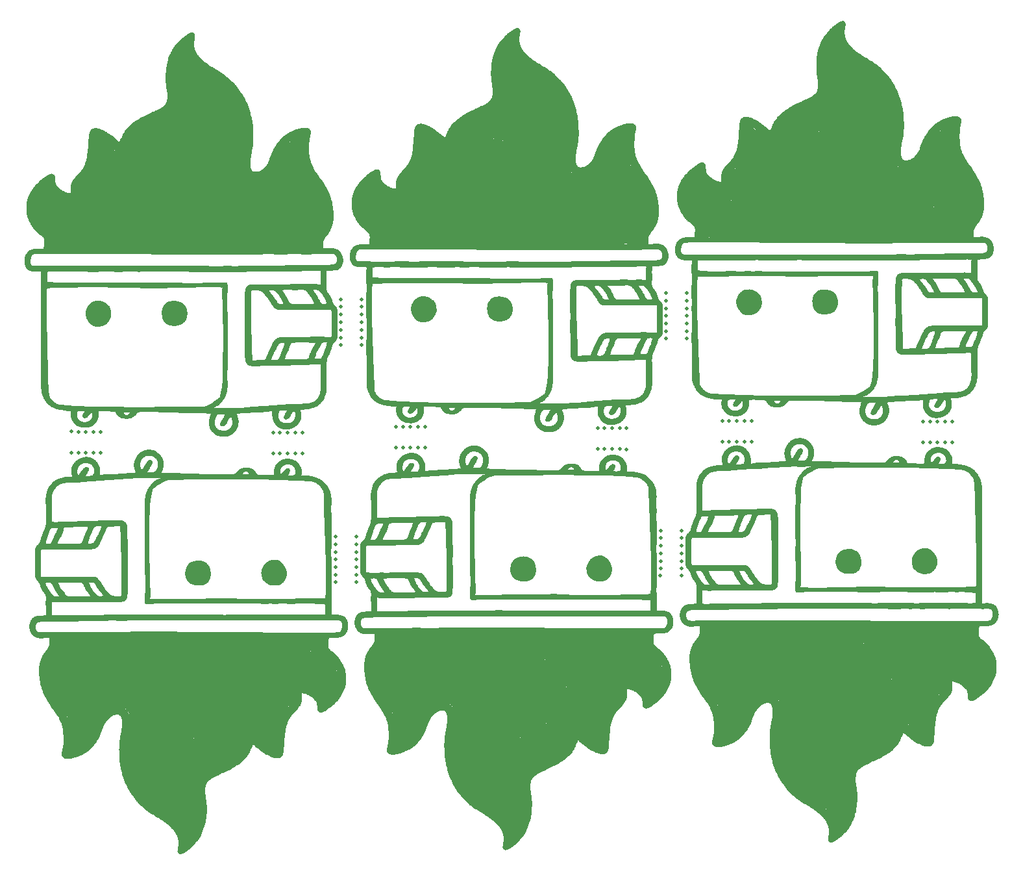
<source format=gbr>
%TF.GenerationSoftware,KiCad,Pcbnew,8.0.4*%
%TF.CreationDate,2024-08-25T22:48:33-07:00*%
%TF.ProjectId,SAOdumpsterfire-panel,53414f64-756d-4707-9374-657266697265,rev?*%
%TF.SameCoordinates,Original*%
%TF.FileFunction,Soldermask,Top*%
%TF.FilePolarity,Negative*%
%FSLAX46Y46*%
G04 Gerber Fmt 4.6, Leading zero omitted, Abs format (unit mm)*
G04 Created by KiCad (PCBNEW 8.0.4) date 2024-08-25 22:48:33*
%MOMM*%
%LPD*%
G01*
G04 APERTURE LIST*
%ADD10C,0.000000*%
%ADD11C,0.500000*%
G04 APERTURE END LIST*
D10*
G36*
X139077155Y-99510896D02*
G01*
X139172584Y-99516155D01*
X139267441Y-99525751D01*
X139361348Y-99539889D01*
X139453925Y-99558775D01*
X139544795Y-99582613D01*
X139633578Y-99611614D01*
X139719898Y-99645983D01*
X139803374Y-99685925D01*
X139883630Y-99731648D01*
X139969714Y-99784306D01*
X140053237Y-99840430D01*
X140133978Y-99899965D01*
X140211718Y-99962862D01*
X140286235Y-100029067D01*
X140357309Y-100098528D01*
X140424718Y-100171193D01*
X140488242Y-100247009D01*
X140547660Y-100325927D01*
X140602752Y-100407892D01*
X140653296Y-100492853D01*
X140699070Y-100580756D01*
X140739856Y-100671551D01*
X140775432Y-100765186D01*
X140805575Y-100861606D01*
X140830068Y-100960763D01*
X140846547Y-101034090D01*
X140859443Y-101107239D01*
X140868892Y-101180213D01*
X140875044Y-101253013D01*
X140878036Y-101325641D01*
X140878014Y-101398099D01*
X140875123Y-101470389D01*
X140869503Y-101542513D01*
X140861298Y-101614475D01*
X140850652Y-101686274D01*
X140837709Y-101757915D01*
X140822610Y-101829397D01*
X140805498Y-101900725D01*
X140786520Y-101971897D01*
X140765815Y-102042920D01*
X140743527Y-102113793D01*
X140712692Y-102211563D01*
X140681138Y-102309136D01*
X140617190Y-102503956D01*
X140724262Y-102517005D01*
X140831142Y-102527543D01*
X141044481Y-102542157D01*
X141257511Y-102549952D01*
X141470534Y-102553075D01*
X141897763Y-102553916D01*
X142112576Y-102555936D01*
X142328589Y-102561890D01*
X143948556Y-102619118D01*
X144210696Y-102617820D01*
X144472638Y-102618682D01*
X144603558Y-102620680D01*
X144734450Y-102624125D01*
X144865327Y-102629322D01*
X144996198Y-102636570D01*
X145321041Y-102657521D01*
X145645943Y-102671085D01*
X146295886Y-102684990D01*
X146945959Y-102696146D01*
X147271025Y-102706276D01*
X147596099Y-102722418D01*
X148116215Y-102722198D01*
X148636065Y-102718054D01*
X149155916Y-102715744D01*
X149676026Y-102721023D01*
X149729845Y-102719570D01*
X149785554Y-102718707D01*
X149842357Y-102717387D01*
X149899462Y-102714563D01*
X149927881Y-102712259D01*
X149956078Y-102709187D01*
X149983953Y-102705215D01*
X150011408Y-102700211D01*
X150038345Y-102694048D01*
X150064662Y-102686591D01*
X150090261Y-102677712D01*
X150095141Y-102675658D01*
X151185709Y-102675658D01*
X151235853Y-102680052D01*
X151285595Y-102683816D01*
X151335055Y-102686959D01*
X151384355Y-102689483D01*
X151433614Y-102691395D01*
X151482956Y-102692700D01*
X151532500Y-102693406D01*
X151582368Y-102693517D01*
X151632615Y-102693072D01*
X151683209Y-102692051D01*
X151734046Y-102690462D01*
X151785028Y-102688313D01*
X151836052Y-102685609D01*
X151887018Y-102682362D01*
X151937824Y-102678575D01*
X151988371Y-102674256D01*
X151987192Y-102673912D01*
X151986110Y-102673511D01*
X151985125Y-102673053D01*
X151984226Y-102672543D01*
X151983412Y-102671984D01*
X151982677Y-102671373D01*
X151982019Y-102670719D01*
X151981431Y-102670019D01*
X151980908Y-102669281D01*
X151980448Y-102668501D01*
X151980043Y-102667687D01*
X151979689Y-102666836D01*
X151979384Y-102665954D01*
X151979122Y-102665044D01*
X151978704Y-102663143D01*
X151978401Y-102661151D01*
X151978176Y-102659088D01*
X151977808Y-102654825D01*
X151977593Y-102652660D01*
X151977305Y-102650502D01*
X151976909Y-102648363D01*
X151976367Y-102646269D01*
X151975360Y-102643116D01*
X151974256Y-102639938D01*
X151971781Y-102633486D01*
X151968992Y-102626875D01*
X151965935Y-102620068D01*
X151952004Y-102590150D01*
X151942407Y-102569841D01*
X151937142Y-102559493D01*
X151931569Y-102549053D01*
X151925688Y-102538549D01*
X151919499Y-102528009D01*
X151913004Y-102517459D01*
X151906201Y-102506929D01*
X151899093Y-102496445D01*
X151891680Y-102486036D01*
X151883963Y-102475728D01*
X151875940Y-102465551D01*
X151867615Y-102455530D01*
X151858985Y-102445696D01*
X151850053Y-102436073D01*
X151840822Y-102426692D01*
X151829039Y-102415700D01*
X151816774Y-102405464D01*
X151804055Y-102395985D01*
X151790912Y-102387260D01*
X151777375Y-102379284D01*
X151763473Y-102372060D01*
X151749236Y-102365579D01*
X151734695Y-102359843D01*
X151719879Y-102354847D01*
X151704819Y-102350591D01*
X151689543Y-102347070D01*
X151674082Y-102344283D01*
X151658465Y-102342226D01*
X151642722Y-102340899D01*
X151626885Y-102340299D01*
X151610980Y-102340422D01*
X151601222Y-102340972D01*
X151590194Y-102342055D01*
X151578109Y-102343687D01*
X151565178Y-102345883D01*
X151551612Y-102348663D01*
X151537623Y-102352042D01*
X151523421Y-102356036D01*
X151516306Y-102358271D01*
X151509218Y-102360664D01*
X151499868Y-102364086D01*
X151490542Y-102367746D01*
X151481253Y-102371635D01*
X151472020Y-102375736D01*
X151462854Y-102380042D01*
X151453774Y-102384535D01*
X151444793Y-102389207D01*
X151435926Y-102394042D01*
X151427190Y-102399030D01*
X151418599Y-102404158D01*
X151410170Y-102409412D01*
X151401914Y-102414782D01*
X151393851Y-102420254D01*
X151385994Y-102425815D01*
X151378357Y-102431455D01*
X151370960Y-102437160D01*
X151358730Y-102447060D01*
X151346260Y-102457609D01*
X151333673Y-102468728D01*
X151321096Y-102480346D01*
X151308652Y-102492390D01*
X151296468Y-102504785D01*
X151284669Y-102517459D01*
X151273378Y-102530339D01*
X151268215Y-102536499D01*
X151263122Y-102542720D01*
X151258159Y-102548970D01*
X151253385Y-102555219D01*
X151248860Y-102561445D01*
X151244643Y-102567615D01*
X151242668Y-102570672D01*
X151240792Y-102573704D01*
X151239021Y-102576710D01*
X151237366Y-102579683D01*
X151231824Y-102589729D01*
X151226267Y-102599518D01*
X151215581Y-102618110D01*
X151210686Y-102626803D01*
X151206243Y-102635024D01*
X151202373Y-102642720D01*
X151200688Y-102646351D01*
X151199189Y-102649833D01*
X151198193Y-102652201D01*
X151197243Y-102654355D01*
X151196321Y-102656322D01*
X151195416Y-102658133D01*
X151194510Y-102659811D01*
X151194053Y-102660610D01*
X151193589Y-102661386D01*
X151193118Y-102662145D01*
X151192640Y-102662887D01*
X151191648Y-102664340D01*
X151191326Y-102664783D01*
X151190994Y-102665269D01*
X151190307Y-102666348D01*
X151189611Y-102667528D01*
X151188934Y-102668767D01*
X151188299Y-102670014D01*
X151187732Y-102671225D01*
X151187483Y-102671802D01*
X151187260Y-102672354D01*
X151187067Y-102672872D01*
X151186905Y-102673352D01*
X151186867Y-102673491D01*
X151186840Y-102673621D01*
X151186825Y-102673744D01*
X151186820Y-102673858D01*
X151186823Y-102673965D01*
X151186836Y-102674067D01*
X151186854Y-102674160D01*
X151186876Y-102674249D01*
X151186932Y-102674408D01*
X151186994Y-102674549D01*
X151187051Y-102674674D01*
X151187094Y-102674788D01*
X151187106Y-102674841D01*
X151187111Y-102674892D01*
X151187108Y-102674942D01*
X151187095Y-102674991D01*
X151187070Y-102675039D01*
X151187033Y-102675087D01*
X151186982Y-102675137D01*
X151186918Y-102675186D01*
X151186836Y-102675235D01*
X151186738Y-102675288D01*
X151186619Y-102675343D01*
X151186482Y-102675399D01*
X151186144Y-102675521D01*
X151185709Y-102675658D01*
X150095141Y-102675658D01*
X150115044Y-102667278D01*
X150161368Y-102633362D01*
X150206033Y-102597028D01*
X150249311Y-102558642D01*
X150291475Y-102518567D01*
X150332797Y-102477166D01*
X150373549Y-102434805D01*
X150454427Y-102348655D01*
X150536287Y-102263030D01*
X150578265Y-102221322D01*
X150621305Y-102180838D01*
X150665678Y-102141942D01*
X150711656Y-102104996D01*
X150759511Y-102070366D01*
X150809516Y-102038412D01*
X150859981Y-102009530D01*
X150911590Y-101983752D01*
X150964245Y-101960920D01*
X151017847Y-101940863D01*
X151072293Y-101923420D01*
X151127489Y-101908425D01*
X151183330Y-101895715D01*
X151239722Y-101885123D01*
X151296564Y-101876487D01*
X151353757Y-101869642D01*
X151411199Y-101864421D01*
X151468796Y-101860661D01*
X151584048Y-101856868D01*
X151698720Y-101856943D01*
X151815543Y-101862376D01*
X151874221Y-101866837D01*
X151932905Y-101872660D01*
X151991467Y-101879990D01*
X152049778Y-101888977D01*
X152107709Y-101899771D01*
X152165130Y-101912520D01*
X152221912Y-101927369D01*
X152277930Y-101944468D01*
X152333051Y-101963967D01*
X152387146Y-101986013D01*
X152440089Y-102010752D01*
X152491750Y-102038336D01*
X152542001Y-102068910D01*
X152590712Y-102102624D01*
X152630457Y-102133608D01*
X152668375Y-102166753D01*
X152704587Y-102201867D01*
X152739210Y-102238759D01*
X152772367Y-102277233D01*
X152804175Y-102317095D01*
X152834753Y-102358156D01*
X152864222Y-102400217D01*
X152892703Y-102443090D01*
X152920314Y-102486579D01*
X152973401Y-102574631D01*
X153074402Y-102749637D01*
X153291118Y-102772844D01*
X153399477Y-102783401D01*
X153507835Y-102792914D01*
X153935979Y-102816546D01*
X154150587Y-102825659D01*
X154365367Y-102832259D01*
X154580178Y-102835819D01*
X154794885Y-102835804D01*
X155009346Y-102831681D01*
X155223424Y-102822921D01*
X155227768Y-102767203D01*
X155231493Y-102711532D01*
X155237729Y-102600274D01*
X155243443Y-102489016D01*
X155249941Y-102377627D01*
X155251779Y-102359035D01*
X156101433Y-102359035D01*
X156105510Y-102487431D01*
X156118905Y-102730789D01*
X156166634Y-102684250D01*
X156213395Y-102635480D01*
X156259405Y-102584917D01*
X156304890Y-102532996D01*
X156486035Y-102320479D01*
X156532235Y-102268323D01*
X156579248Y-102217429D01*
X156627296Y-102168237D01*
X156676601Y-102121180D01*
X156727384Y-102076694D01*
X156779873Y-102035218D01*
X156834288Y-101997188D01*
X156862286Y-101979601D01*
X156890850Y-101963038D01*
X156910954Y-101953763D01*
X156931310Y-101945812D01*
X156951861Y-101939170D01*
X156972551Y-101933816D01*
X156993323Y-101929732D01*
X157014116Y-101926899D01*
X157034876Y-101925298D01*
X157055544Y-101924911D01*
X157076064Y-101925718D01*
X157096376Y-101927699D01*
X157116424Y-101930838D01*
X157136151Y-101935113D01*
X157155497Y-101940507D01*
X157174407Y-101947000D01*
X157192824Y-101954574D01*
X157210687Y-101963210D01*
X157227942Y-101972889D01*
X157244531Y-101983592D01*
X157260394Y-101995300D01*
X157275476Y-102007994D01*
X157289717Y-102021655D01*
X157303063Y-102036266D01*
X157315453Y-102051804D01*
X157326833Y-102068254D01*
X157337143Y-102085595D01*
X157346324Y-102103808D01*
X157354323Y-102122876D01*
X157361080Y-102142778D01*
X157366536Y-102163496D01*
X157370636Y-102185010D01*
X157373321Y-102207303D01*
X157374534Y-102230355D01*
X157365562Y-102271323D01*
X157354480Y-102312040D01*
X157341481Y-102352499D01*
X157326761Y-102392696D01*
X157310515Y-102432621D01*
X157292939Y-102472270D01*
X157274228Y-102511637D01*
X157254576Y-102550717D01*
X157213238Y-102627987D01*
X157170483Y-102704028D01*
X157127875Y-102778795D01*
X157086977Y-102852236D01*
X157283071Y-102862226D01*
X157384115Y-102866764D01*
X157485773Y-102868816D01*
X157536506Y-102868397D01*
X157587005Y-102866743D01*
X157637137Y-102863651D01*
X157686773Y-102858914D01*
X157735784Y-102852327D01*
X157784039Y-102843688D01*
X157831409Y-102832792D01*
X157877763Y-102819433D01*
X157891853Y-102814009D01*
X157905342Y-102807964D01*
X157918239Y-102801317D01*
X157930555Y-102794097D01*
X157942300Y-102786322D01*
X157953489Y-102778020D01*
X157964129Y-102769210D01*
X157974234Y-102759920D01*
X157983812Y-102750169D01*
X157992877Y-102739984D01*
X158001438Y-102729385D01*
X158009505Y-102718397D01*
X158024209Y-102695351D01*
X158037074Y-102671029D01*
X158048187Y-102645619D01*
X158057639Y-102619310D01*
X158065517Y-102592285D01*
X158071907Y-102564733D01*
X158076899Y-102536844D01*
X158080580Y-102508801D01*
X158083039Y-102480793D01*
X158084363Y-102453007D01*
X158082041Y-102389519D01*
X158076839Y-102325928D01*
X158068661Y-102262527D01*
X158057406Y-102199602D01*
X158042978Y-102137447D01*
X158025277Y-102076351D01*
X158004209Y-102016604D01*
X157979669Y-101958498D01*
X157951566Y-101902321D01*
X157936146Y-101875047D01*
X157919798Y-101848366D01*
X157902509Y-101822312D01*
X157884267Y-101796921D01*
X157865061Y-101772231D01*
X157844876Y-101748278D01*
X157823701Y-101725097D01*
X157801525Y-101702727D01*
X157778334Y-101681200D01*
X157754118Y-101660557D01*
X157728862Y-101640831D01*
X157702556Y-101622060D01*
X157675186Y-101604280D01*
X157646739Y-101587526D01*
X157605575Y-101563492D01*
X157563528Y-101541503D01*
X157520675Y-101521546D01*
X157477092Y-101503611D01*
X157432853Y-101487685D01*
X157388036Y-101473756D01*
X157342715Y-101461812D01*
X157296965Y-101451839D01*
X157250863Y-101443830D01*
X157204484Y-101437768D01*
X157157903Y-101433644D01*
X157111195Y-101431444D01*
X157064438Y-101431157D01*
X157017704Y-101432771D01*
X156924615Y-101441654D01*
X156832532Y-101457997D01*
X156742060Y-101481704D01*
X156697614Y-101496288D01*
X156653800Y-101512677D01*
X156610691Y-101530859D01*
X156568360Y-101550822D01*
X156526888Y-101572553D01*
X156486344Y-101596042D01*
X156446808Y-101621274D01*
X156408356Y-101648241D01*
X156371059Y-101676928D01*
X156334997Y-101707322D01*
X156300244Y-101739414D01*
X156266876Y-101773191D01*
X156246705Y-101796752D01*
X156228163Y-101821205D01*
X156211182Y-101846502D01*
X156195705Y-101872595D01*
X156181668Y-101899437D01*
X156169007Y-101926976D01*
X156147566Y-101983965D01*
X156130887Y-102043173D01*
X156118470Y-102104216D01*
X156109815Y-102166710D01*
X156104422Y-102230267D01*
X156101796Y-102294505D01*
X156101433Y-102359035D01*
X155251779Y-102359035D01*
X155262134Y-102254244D01*
X155278131Y-102132858D01*
X155287968Y-102072964D01*
X155299249Y-102013632D01*
X155312139Y-101954880D01*
X155326803Y-101896728D01*
X155343405Y-101839199D01*
X155362111Y-101782311D01*
X155383086Y-101726086D01*
X155406492Y-101670544D01*
X155432495Y-101615705D01*
X155461260Y-101561590D01*
X155492951Y-101508219D01*
X155527732Y-101455613D01*
X155595340Y-101366093D01*
X155668381Y-101280917D01*
X155746509Y-101200337D01*
X155829380Y-101124607D01*
X155916653Y-101053981D01*
X156007982Y-100988713D01*
X156103024Y-100929055D01*
X156201437Y-100875261D01*
X156302877Y-100827586D01*
X156406999Y-100786283D01*
X156513461Y-100751605D01*
X156621917Y-100723805D01*
X156732025Y-100703137D01*
X156787593Y-100695557D01*
X156843444Y-100689856D01*
X156899536Y-100686064D01*
X156955827Y-100684214D01*
X157012272Y-100684337D01*
X157068830Y-100686464D01*
X157208972Y-100697469D01*
X157279990Y-100705302D01*
X157351363Y-100714830D01*
X157422877Y-100726161D01*
X157494326Y-100739403D01*
X157565499Y-100754664D01*
X157636186Y-100772050D01*
X157706178Y-100791670D01*
X157775264Y-100813630D01*
X157843237Y-100838037D01*
X157909886Y-100865000D01*
X157975001Y-100894624D01*
X158038373Y-100927019D01*
X158099793Y-100962291D01*
X158159049Y-101000547D01*
X158208481Y-101040078D01*
X158256318Y-101081858D01*
X158302631Y-101125696D01*
X158347499Y-101171406D01*
X158390992Y-101218796D01*
X158433184Y-101267676D01*
X158474150Y-101317861D01*
X158513963Y-101369157D01*
X158552696Y-101421378D01*
X158590422Y-101474335D01*
X158663151Y-101581697D01*
X158732741Y-101689730D01*
X158799777Y-101796921D01*
X158823983Y-101892121D01*
X158844240Y-101987280D01*
X158860520Y-102082553D01*
X158872802Y-102178095D01*
X158877434Y-102226015D01*
X158881058Y-102274062D01*
X158883669Y-102322255D01*
X158885266Y-102370611D01*
X158885843Y-102419152D01*
X158885399Y-102467896D01*
X158883931Y-102516864D01*
X158881435Y-102566073D01*
X158874052Y-102639885D01*
X158865819Y-102713693D01*
X158848632Y-102861310D01*
X159068165Y-102867374D01*
X159285209Y-102874746D01*
X159393411Y-102880722D01*
X159501729Y-102889185D01*
X159610405Y-102900854D01*
X159719689Y-102916448D01*
X160082027Y-102973997D01*
X160259504Y-103004281D01*
X160435010Y-103038681D01*
X160522140Y-103058149D01*
X160608913Y-103079524D01*
X160695380Y-103103091D01*
X160781583Y-103129143D01*
X160867568Y-103157971D01*
X160953383Y-103189870D01*
X161039073Y-103225127D01*
X161124684Y-103264034D01*
X161230933Y-103314763D01*
X161334440Y-103370504D01*
X161435062Y-103431069D01*
X161532662Y-103496269D01*
X161627096Y-103565915D01*
X161718223Y-103639815D01*
X161805903Y-103717785D01*
X161889995Y-103799631D01*
X161970358Y-103885167D01*
X162046848Y-103974202D01*
X162119328Y-104066549D01*
X162187655Y-104162017D01*
X162251689Y-104260416D01*
X162311286Y-104361561D01*
X162366308Y-104465258D01*
X162416613Y-104571320D01*
X162530225Y-104832878D01*
X162582510Y-104962741D01*
X162606883Y-105027902D01*
X162629836Y-105093390D01*
X162651186Y-105159337D01*
X162670751Y-105225872D01*
X162688349Y-105293127D01*
X162703797Y-105361233D01*
X162716914Y-105430319D01*
X162727520Y-105500520D01*
X162735429Y-105571964D01*
X162740461Y-105644781D01*
X162748973Y-105880494D01*
X162752415Y-106116462D01*
X162749713Y-106588863D01*
X162743606Y-107061396D01*
X162742794Y-107297525D01*
X162745352Y-107533466D01*
X162750241Y-107806688D01*
X162751631Y-108079859D01*
X162749013Y-108626120D01*
X162747703Y-109172385D01*
X162750729Y-109445557D01*
X162757907Y-109718780D01*
X162757641Y-109891053D01*
X162761006Y-110062974D01*
X162772220Y-110406183D01*
X162776861Y-110577685D01*
X162778722Y-110749261D01*
X162776198Y-110921018D01*
X162767689Y-111093061D01*
X162751905Y-112035311D01*
X162745612Y-112977559D01*
X162750704Y-113919807D01*
X162769082Y-114862058D01*
X162761268Y-115247557D01*
X162759852Y-115632592D01*
X162766984Y-116402017D01*
X162772021Y-117171837D01*
X162767988Y-117557364D01*
X162756513Y-117943555D01*
X162748310Y-118222234D01*
X162747016Y-118500374D01*
X162750712Y-118778154D01*
X162757475Y-119055754D01*
X162772513Y-119611133D01*
X162776944Y-119889274D01*
X162776754Y-120167957D01*
X162760442Y-120601132D01*
X162756046Y-120817817D01*
X162755791Y-120926271D01*
X162757215Y-121034831D01*
X163507697Y-121027410D01*
X163601613Y-121030929D01*
X163695074Y-121037190D01*
X163787936Y-121046722D01*
X163880059Y-121060050D01*
X163971298Y-121077700D01*
X164061511Y-121100200D01*
X164150554Y-121128077D01*
X164238284Y-121161853D01*
X164267554Y-121174461D01*
X164296089Y-121187926D01*
X164323897Y-121202226D01*
X164350985Y-121217342D01*
X164377364Y-121233250D01*
X164403039Y-121249931D01*
X164452318Y-121285522D01*
X164498889Y-121323945D01*
X164542821Y-121365023D01*
X164584182Y-121408589D01*
X164623036Y-121454470D01*
X164659454Y-121502495D01*
X164693501Y-121552490D01*
X164725246Y-121604285D01*
X164754756Y-121657708D01*
X164782098Y-121712586D01*
X164807342Y-121768749D01*
X164830552Y-121826023D01*
X164851798Y-121884239D01*
X164883771Y-122000592D01*
X164908659Y-122119649D01*
X164926318Y-122240729D01*
X164936599Y-122363153D01*
X164939355Y-122486240D01*
X164934437Y-122609307D01*
X164921702Y-122731677D01*
X164901000Y-122852664D01*
X164872184Y-122971591D01*
X164835107Y-123087775D01*
X164789621Y-123200537D01*
X164735581Y-123309193D01*
X164672837Y-123413065D01*
X164601244Y-123511472D01*
X164562082Y-123558413D01*
X164520654Y-123603733D01*
X164476940Y-123647345D01*
X164430918Y-123689165D01*
X164385154Y-123728169D01*
X164338431Y-123763433D01*
X164290775Y-123795227D01*
X164242212Y-123823820D01*
X164192765Y-123849481D01*
X164142458Y-123872479D01*
X164091319Y-123893081D01*
X164039369Y-123911558D01*
X163986634Y-123928178D01*
X163933139Y-123943212D01*
X163878907Y-123956925D01*
X163823963Y-123969588D01*
X163712039Y-123992843D01*
X163597562Y-124015122D01*
X163383551Y-124021367D01*
X163169687Y-124025174D01*
X162742206Y-124026980D01*
X161886851Y-124017904D01*
X161691313Y-124017219D01*
X161496169Y-124012665D01*
X161106533Y-123998978D01*
X160911780Y-123993366D01*
X160716896Y-123990918D01*
X160521750Y-123993395D01*
X160326211Y-124002554D01*
X157817046Y-124002554D01*
X157452962Y-124014223D01*
X157090383Y-124021049D01*
X156909145Y-124021215D01*
X156727669Y-124018453D01*
X156545754Y-124012190D01*
X156363191Y-124001853D01*
X155611366Y-124026580D01*
X155234887Y-124033130D01*
X154858299Y-124034748D01*
X154481811Y-124030640D01*
X154105625Y-124020012D01*
X153729947Y-124002073D01*
X153354980Y-123976028D01*
X153277198Y-123974322D01*
X153199571Y-123974736D01*
X153044678Y-123980600D01*
X152890097Y-123990963D01*
X152735624Y-124003165D01*
X152581053Y-124014550D01*
X152426179Y-124022459D01*
X152348565Y-124024279D01*
X152270800Y-124024235D01*
X152192856Y-124021991D01*
X152114708Y-124017218D01*
X151905002Y-124005976D01*
X151695642Y-124002285D01*
X151486509Y-124004074D01*
X151277495Y-124009274D01*
X150859350Y-124021631D01*
X150649990Y-124024650D01*
X150440287Y-124022801D01*
X149980499Y-124019712D01*
X149521167Y-124020618D01*
X149291569Y-124018988D01*
X149061964Y-124014062D01*
X148832311Y-124004410D01*
X148602567Y-123988597D01*
X148385838Y-123988522D01*
X148169567Y-123984979D01*
X147738140Y-123975862D01*
X147522851Y-123974477D01*
X147307758Y-123977998D01*
X147092794Y-123988521D01*
X146985341Y-123997062D01*
X146877897Y-124008137D01*
X146796322Y-124015537D01*
X146714910Y-124021072D01*
X146552487Y-124027079D01*
X146390471Y-124027214D01*
X146228708Y-124022532D01*
X146067045Y-124014089D01*
X145905324Y-124002938D01*
X145581091Y-123976736D01*
X145513551Y-123971881D01*
X145446226Y-123969181D01*
X145379089Y-123968368D01*
X145312112Y-123969176D01*
X145178522Y-123974585D01*
X145045227Y-123983275D01*
X144778605Y-124001955D01*
X144644820Y-124007677D01*
X144577708Y-124008698D01*
X144510414Y-124008137D01*
X144196840Y-123990355D01*
X143882793Y-123981570D01*
X143568388Y-123979524D01*
X143253736Y-123981961D01*
X142624155Y-123991253D01*
X142309455Y-123993593D01*
X141994967Y-123991386D01*
X141712022Y-124007788D01*
X141430046Y-124017613D01*
X140868609Y-124021517D01*
X140309888Y-124011076D01*
X139753113Y-123994265D01*
X139197517Y-123979056D01*
X138642328Y-123973426D01*
X138086780Y-123985349D01*
X137808631Y-124000386D01*
X137530103Y-124022801D01*
X137155322Y-124019836D01*
X136780538Y-124007859D01*
X136030711Y-123976034D01*
X135655534Y-123965774D01*
X135280095Y-123965674D01*
X135092258Y-123970931D01*
X134904331Y-123980525D01*
X134716305Y-123995056D01*
X134528173Y-124015122D01*
X134215278Y-124025500D01*
X133902180Y-124030103D01*
X133275596Y-124029251D01*
X132648881Y-124027090D01*
X132335619Y-124030058D01*
X132022494Y-124038145D01*
X131820155Y-124039574D01*
X131618224Y-124046155D01*
X131215129Y-124066593D01*
X131013736Y-124076363D01*
X130812295Y-124083105D01*
X130610690Y-124084778D01*
X130408808Y-124079335D01*
X130303912Y-124074960D01*
X130199115Y-124072997D01*
X130094382Y-124072916D01*
X129989683Y-124074185D01*
X129570558Y-124082129D01*
X129461432Y-124080497D01*
X129353719Y-124076028D01*
X129141397Y-124064234D01*
X129036215Y-124059743D01*
X128931300Y-124058072D01*
X128878855Y-124058739D01*
X128826371Y-124060640D01*
X128773811Y-124063956D01*
X128721138Y-124068861D01*
X128527019Y-124084394D01*
X128429925Y-124091242D01*
X128332373Y-124096780D01*
X128198496Y-124096705D01*
X128065283Y-124091993D01*
X127932544Y-124083764D01*
X127800091Y-124073137D01*
X127535292Y-124049179D01*
X127402569Y-124038085D01*
X127269381Y-124029079D01*
X127107212Y-124023290D01*
X126946083Y-124023200D01*
X126785657Y-124027250D01*
X126625599Y-124033879D01*
X126305245Y-124048613D01*
X126144281Y-124053595D01*
X125982342Y-124054904D01*
X125831067Y-124051696D01*
X125679859Y-124050715D01*
X125604300Y-124051671D01*
X125528783Y-124053921D01*
X125453315Y-124057707D01*
X125377904Y-124063278D01*
X125222458Y-124077680D01*
X125069394Y-124089395D01*
X124918276Y-124095923D01*
X124843312Y-124096464D01*
X124768671Y-124094772D01*
X124694300Y-124090537D01*
X124620146Y-124083446D01*
X124546154Y-124073187D01*
X124472268Y-124059451D01*
X124398435Y-124041923D01*
X124324602Y-124020292D01*
X124250714Y-123994246D01*
X124176716Y-123963473D01*
X124134399Y-123945432D01*
X124093293Y-123925765D01*
X124053387Y-123904526D01*
X124014671Y-123881767D01*
X123977141Y-123857545D01*
X123940783Y-123831913D01*
X123905591Y-123804926D01*
X123871554Y-123776636D01*
X123838666Y-123747099D01*
X123806914Y-123716370D01*
X123776293Y-123684502D01*
X123746792Y-123651547D01*
X123718400Y-123617563D01*
X123691112Y-123582604D01*
X123639809Y-123509970D01*
X123592806Y-123434081D01*
X123550037Y-123355370D01*
X123511425Y-123274273D01*
X123476900Y-123191219D01*
X123446390Y-123106644D01*
X123419827Y-123020983D01*
X123397135Y-122934666D01*
X123378246Y-122848130D01*
X123363833Y-122777223D01*
X123353466Y-122706398D01*
X123346984Y-122635701D01*
X123345505Y-122597769D01*
X124179296Y-122597769D01*
X124180056Y-122637521D01*
X124181728Y-122676284D01*
X124187181Y-122749719D01*
X124193734Y-122795456D01*
X124202711Y-122841807D01*
X124214173Y-122888324D01*
X124228186Y-122934557D01*
X124244818Y-122980058D01*
X124264132Y-123024380D01*
X124274816Y-123045958D01*
X124286195Y-123067071D01*
X124298277Y-123087665D01*
X124311070Y-123107683D01*
X124324584Y-123127069D01*
X124338825Y-123145768D01*
X124353802Y-123163722D01*
X124369525Y-123180878D01*
X124386000Y-123197175D01*
X124403234Y-123212560D01*
X124421238Y-123226978D01*
X124440019Y-123240370D01*
X124459585Y-123252682D01*
X124479943Y-123263858D01*
X124501105Y-123273839D01*
X124523076Y-123282572D01*
X124545865Y-123289999D01*
X124569479Y-123296067D01*
X124593927Y-123300716D01*
X124619219Y-123303892D01*
X124692263Y-123311377D01*
X124765583Y-123316721D01*
X124839147Y-123320169D01*
X124912920Y-123321974D01*
X125060960Y-123321635D01*
X125209435Y-123317680D01*
X125506603Y-123306837D01*
X125654756Y-123303912D01*
X125802264Y-123305286D01*
X126144142Y-123311962D01*
X126485678Y-123311441D01*
X127168174Y-123297441D01*
X127850672Y-123280560D01*
X128192208Y-123276439D01*
X128534087Y-123278074D01*
X129165589Y-123287864D01*
X129796698Y-123292555D01*
X130427807Y-123288083D01*
X130743483Y-123281143D01*
X131059308Y-123270388D01*
X131327377Y-123263398D01*
X131595103Y-123263140D01*
X131862600Y-123267705D01*
X132129982Y-123275191D01*
X132664859Y-123291299D01*
X132932584Y-123296111D01*
X133200652Y-123296221D01*
X133427981Y-123293776D01*
X133655123Y-123288333D01*
X134109136Y-123273447D01*
X134563283Y-123261571D01*
X134790588Y-123259891D01*
X135018147Y-123262716D01*
X135270197Y-123267411D01*
X135522258Y-123268352D01*
X136026436Y-123261753D01*
X137035249Y-123234096D01*
X137035277Y-123234080D01*
X137035304Y-123234065D01*
X137035330Y-123234049D01*
X137035357Y-123234033D01*
X137035382Y-123234016D01*
X137035408Y-123233998D01*
X137035435Y-123233979D01*
X137035459Y-123233960D01*
X159523904Y-123348978D01*
X159748370Y-123348978D01*
X162023666Y-123342003D01*
X162916163Y-123333199D01*
X163616410Y-123320364D01*
X163660855Y-123316620D01*
X163702778Y-123307899D01*
X163742251Y-123294536D01*
X163779354Y-123276867D01*
X163814159Y-123255227D01*
X163846744Y-123229948D01*
X163877183Y-123201366D01*
X163905550Y-123169816D01*
X163931922Y-123135633D01*
X163956373Y-123099151D01*
X163978981Y-123060705D01*
X163999818Y-123020628D01*
X164018961Y-122979259D01*
X164036487Y-122936927D01*
X164066980Y-122850725D01*
X164091905Y-122764696D01*
X164111860Y-122681519D01*
X164127451Y-122603872D01*
X164139280Y-122534432D01*
X164154058Y-122430881D01*
X164158214Y-122402124D01*
X164161019Y-122392285D01*
X164154925Y-122337435D01*
X164149765Y-122283676D01*
X164143086Y-122229327D01*
X164138409Y-122201404D01*
X164132433Y-122172704D01*
X164124847Y-122143014D01*
X164115349Y-122112124D01*
X164103630Y-122079825D01*
X164089382Y-122045907D01*
X164072301Y-122010157D01*
X164052077Y-121972367D01*
X164028408Y-121932325D01*
X164000981Y-121889825D01*
X163985859Y-121877475D01*
X163969968Y-121866058D01*
X163953347Y-121855534D01*
X163936048Y-121845868D01*
X163899574Y-121828973D01*
X163860896Y-121815089D01*
X163820367Y-121803933D01*
X163778336Y-121795221D01*
X163735153Y-121788670D01*
X163691170Y-121783998D01*
X163646738Y-121780920D01*
X163602205Y-121779154D01*
X163514247Y-121778423D01*
X163352569Y-121780239D01*
X163116694Y-121791587D01*
X162881154Y-121794725D01*
X162645827Y-121791971D01*
X162410587Y-121785653D01*
X161939889Y-121771608D01*
X161704184Y-121768527D01*
X161468081Y-121771173D01*
X159233205Y-121776064D01*
X158989417Y-121788035D01*
X158745866Y-121793186D01*
X158502462Y-121793264D01*
X158259116Y-121790021D01*
X157772231Y-121780573D01*
X157528516Y-121777869D01*
X157284496Y-121778845D01*
X157004792Y-121772614D01*
X156725235Y-121769819D01*
X156166364Y-121772568D01*
X155607494Y-121783166D01*
X155048233Y-121797690D01*
X154270355Y-121780156D01*
X154076131Y-121778329D01*
X153881809Y-121779340D01*
X153687290Y-121784098D01*
X153492477Y-121793509D01*
X153041015Y-121788147D01*
X152590020Y-121788700D01*
X151688679Y-121797434D01*
X150786946Y-121799495D01*
X150335464Y-121791704D01*
X149883320Y-121774662D01*
X145275374Y-121772568D01*
X145040109Y-121770181D01*
X144804899Y-121771550D01*
X144334615Y-121780155D01*
X143864462Y-121787582D01*
X143629416Y-121787480D01*
X143394378Y-121783035D01*
X143057816Y-121776627D01*
X142721312Y-121774162D01*
X142048446Y-121774840D01*
X141375710Y-121772636D01*
X141039370Y-121766570D01*
X140703038Y-121755121D01*
X140031426Y-121755679D01*
X139359813Y-121762190D01*
X138688199Y-121767782D01*
X138016588Y-121765590D01*
X137693087Y-121760509D01*
X137370012Y-121760690D01*
X136724485Y-121771958D01*
X135431337Y-121803983D01*
X134035590Y-121799179D01*
X133337584Y-121806234D01*
X132989007Y-121816391D01*
X132640885Y-121832597D01*
X132501180Y-121838538D01*
X132361573Y-121841659D01*
X132082519Y-121842278D01*
X131803465Y-121840149D01*
X131524149Y-121840961D01*
X130338553Y-121874217D01*
X129152305Y-121890783D01*
X127965793Y-121894654D01*
X126779413Y-121889825D01*
X126569529Y-121890730D01*
X126359695Y-121894056D01*
X125940111Y-121905357D01*
X125520528Y-121918490D01*
X125100815Y-121928218D01*
X125000426Y-121932737D01*
X124894721Y-121940552D01*
X124840708Y-121946193D01*
X124786365Y-121953258D01*
X124732026Y-121961943D01*
X124678027Y-121972450D01*
X124624695Y-121984976D01*
X124572369Y-121999723D01*
X124521380Y-122016888D01*
X124472061Y-122036672D01*
X124424748Y-122059274D01*
X124379769Y-122084893D01*
X124337462Y-122113727D01*
X124317414Y-122129413D01*
X124298159Y-122145978D01*
X124286614Y-122160505D01*
X124275786Y-122175664D01*
X124256202Y-122207734D01*
X124239250Y-122241909D01*
X124224773Y-122277905D01*
X124212616Y-122315444D01*
X124202620Y-122354243D01*
X124194630Y-122394022D01*
X124188490Y-122434499D01*
X124184042Y-122475394D01*
X124181132Y-122516424D01*
X124179602Y-122557309D01*
X124179296Y-122597769D01*
X123345505Y-122597769D01*
X123344233Y-122565181D01*
X123345050Y-122494886D01*
X123349280Y-122424864D01*
X123356763Y-122355163D01*
X123367341Y-122285831D01*
X123380855Y-122216916D01*
X123397148Y-122148465D01*
X123416058Y-122080530D01*
X123437432Y-122013155D01*
X123461106Y-121946391D01*
X123486925Y-121880281D01*
X123514730Y-121814879D01*
X123544361Y-121750231D01*
X123571945Y-121696993D01*
X123602522Y-121645947D01*
X123635964Y-121597183D01*
X123672142Y-121550782D01*
X123710924Y-121506831D01*
X123752183Y-121465415D01*
X123795785Y-121426617D01*
X123841604Y-121390526D01*
X123889508Y-121357222D01*
X123939367Y-121326790D01*
X123991054Y-121299319D01*
X124044437Y-121274891D01*
X124099387Y-121253592D01*
X124155771Y-121235506D01*
X124213464Y-121220718D01*
X124272334Y-121209315D01*
X124424247Y-121189057D01*
X124576798Y-121172354D01*
X124729840Y-121158582D01*
X124883226Y-121147109D01*
X125497258Y-121111606D01*
X125497709Y-121086468D01*
X126258728Y-121086468D01*
X126353564Y-121100871D01*
X126447845Y-121111395D01*
X126541654Y-121118473D01*
X126635073Y-121122546D01*
X126728186Y-121124051D01*
X126821074Y-121123424D01*
X127006510Y-121117531D01*
X127378338Y-121099426D01*
X127566056Y-121094218D01*
X127660655Y-121094108D01*
X127755858Y-121096241D01*
X127963585Y-121098360D01*
X128171157Y-121096709D01*
X128585998Y-121087430D01*
X129000707Y-121079066D01*
X129208115Y-121078561D01*
X129415611Y-121082285D01*
X129583727Y-121084301D01*
X129751549Y-121083102D01*
X130086702Y-121074695D01*
X130421852Y-121064325D01*
X130589673Y-121060674D01*
X130757788Y-121059255D01*
X132572752Y-121049567D01*
X133480002Y-121036971D01*
X134387187Y-121017372D01*
X134658133Y-121025383D01*
X134928729Y-121027678D01*
X135199079Y-121025407D01*
X135469288Y-121019729D01*
X136550870Y-120985970D01*
X141436591Y-120989452D01*
X141838007Y-120984662D01*
X142239281Y-120985792D01*
X143041645Y-120998356D01*
X143844135Y-121012229D01*
X144245574Y-121014992D01*
X144647217Y-121012490D01*
X147190585Y-121013882D01*
X147361114Y-121008435D01*
X147531440Y-121006414D01*
X147701619Y-121007321D01*
X147871706Y-121010657D01*
X148211842Y-121022621D01*
X148552303Y-121038313D01*
X148719222Y-121042788D01*
X148885582Y-121041137D01*
X149051550Y-121035086D01*
X149217289Y-121026361D01*
X149548734Y-121007788D01*
X149714767Y-121001392D01*
X149881226Y-120999225D01*
X150325744Y-121010892D01*
X150770417Y-121014954D01*
X151660066Y-121009347D01*
X152549846Y-121000600D01*
X152994684Y-121000734D01*
X153439433Y-121006905D01*
X153735183Y-121022284D01*
X154030344Y-121035176D01*
X154177929Y-121038848D01*
X154325636Y-121039690D01*
X154473554Y-121036964D01*
X154621776Y-121029935D01*
X155043371Y-121008467D01*
X155463552Y-120998483D01*
X155882736Y-120996809D01*
X156301336Y-121000272D01*
X157138465Y-121009913D01*
X157557827Y-121009747D01*
X157978275Y-121002021D01*
X158779269Y-121022434D01*
X158979459Y-121025044D01*
X159179736Y-121025380D01*
X159380162Y-121022804D01*
X159580790Y-121016678D01*
X159874218Y-121011537D01*
X160168048Y-121014168D01*
X160755897Y-121028542D01*
X161049409Y-121033186D01*
X161342307Y-121031400D01*
X161634336Y-121019636D01*
X161779946Y-121008902D01*
X161925245Y-120994343D01*
X161935252Y-120831567D01*
X161940343Y-120669085D01*
X161941452Y-120506802D01*
X161939506Y-120344618D01*
X161919797Y-119694946D01*
X161919660Y-119689852D01*
X161914845Y-119689709D01*
X161761782Y-119685118D01*
X161609085Y-119678757D01*
X161456674Y-119670671D01*
X161304469Y-119660910D01*
X161000362Y-119636560D01*
X160696134Y-119606092D01*
X160595653Y-119596642D01*
X160495457Y-119589805D01*
X160295754Y-119582702D01*
X160096689Y-119582258D01*
X159897927Y-119585943D01*
X159499972Y-119595596D01*
X159300106Y-119596509D01*
X159099202Y-119591443D01*
X158847591Y-119585139D01*
X158596266Y-119586435D01*
X158094050Y-119601122D01*
X157842945Y-119609167D01*
X157591703Y-119614110D01*
X157340213Y-119613281D01*
X157088372Y-119604004D01*
X156840047Y-119594300D01*
X156591829Y-119591137D01*
X156343690Y-119592620D01*
X156095611Y-119596852D01*
X155599525Y-119605968D01*
X155351468Y-119607057D01*
X155103371Y-119603303D01*
X154939909Y-119597345D01*
X154776650Y-119595943D01*
X154613540Y-119597895D01*
X154450519Y-119601998D01*
X154124516Y-119611846D01*
X153961421Y-119615189D01*
X153798186Y-119615873D01*
X153317978Y-119596537D01*
X152837451Y-119585802D01*
X151875736Y-119581582D01*
X150913629Y-119586130D01*
X149951716Y-119582369D01*
X149643512Y-119590580D01*
X149335504Y-119594931D01*
X148719817Y-119595978D01*
X148104130Y-119593361D01*
X147487915Y-119594932D01*
X145689533Y-119568266D01*
X142945397Y-119549665D01*
X140435119Y-119562104D01*
X139636306Y-119587146D01*
X139415492Y-119605628D01*
X139338313Y-119628564D01*
X139134289Y-119636269D01*
X139023842Y-119638634D01*
X138911004Y-119639493D01*
X138798198Y-119638454D01*
X138687852Y-119635126D01*
X138582386Y-119629123D01*
X138484225Y-119620056D01*
X138461077Y-119540270D01*
X138441718Y-119460556D01*
X138425903Y-119380882D01*
X138413380Y-119301220D01*
X138403899Y-119221541D01*
X138397210Y-119141819D01*
X138393066Y-119062021D01*
X138391216Y-118982121D01*
X138391412Y-118902091D01*
X138393402Y-118821900D01*
X138401773Y-118660927D01*
X138414329Y-118498972D01*
X138429080Y-118335805D01*
X138450473Y-118056969D01*
X138461755Y-117779698D01*
X138465252Y-117503454D01*
X138463282Y-117227710D01*
X138452246Y-116675590D01*
X138447824Y-116398153D01*
X138447226Y-116119089D01*
X138446543Y-115909071D01*
X138439779Y-115699740D01*
X138417477Y-115282227D01*
X138406666Y-115073585D01*
X138399232Y-114864715D01*
X138397541Y-114655385D01*
X138399588Y-114550478D01*
X138403956Y-114445369D01*
X138425820Y-113892381D01*
X138439114Y-113339717D01*
X138441095Y-113063364D01*
X138439189Y-112786921D01*
X138432819Y-112510330D01*
X138421401Y-112233535D01*
X138419170Y-111813510D01*
X139033994Y-111813510D01*
X139118616Y-116642836D01*
X139142355Y-118257930D01*
X139135265Y-118729016D01*
X139110078Y-118923767D01*
X139126130Y-118945164D01*
X139202917Y-118962914D01*
X139522814Y-118988341D01*
X140716789Y-119005048D01*
X144432455Y-118950921D01*
X148225071Y-118873498D01*
X149515231Y-118861088D01*
X150062626Y-118884898D01*
X150249461Y-118915417D01*
X150657537Y-118939255D01*
X152011169Y-118968900D01*
X155984670Y-118970026D01*
X159963274Y-118920245D01*
X161323285Y-118886256D01*
X161927129Y-118851529D01*
X161980100Y-118684568D01*
X162016294Y-118240862D01*
X162044842Y-116679419D01*
X162025763Y-114479600D01*
X161972041Y-111953806D01*
X161812604Y-107173883D01*
X161732860Y-105544554D01*
X161670416Y-104838848D01*
X161634871Y-104776076D01*
X161555847Y-104646195D01*
X161499851Y-104562842D01*
X161432764Y-104470818D01*
X161354517Y-104372822D01*
X161265033Y-104271557D01*
X161164243Y-104169726D01*
X161052072Y-104070027D01*
X160928447Y-103975165D01*
X160862316Y-103930391D01*
X160793293Y-103887841D01*
X160721372Y-103847848D01*
X160646541Y-103810754D01*
X160568791Y-103776894D01*
X160488114Y-103746608D01*
X160404500Y-103720232D01*
X160317941Y-103698104D01*
X160228427Y-103680562D01*
X160135949Y-103667944D01*
X158280626Y-103528564D01*
X155956499Y-103438955D01*
X153331656Y-103390325D01*
X150574186Y-103373877D01*
X145333720Y-103402367D01*
X141579815Y-103454087D01*
X141522916Y-103457832D01*
X141462046Y-103467124D01*
X141397574Y-103481595D01*
X141329873Y-103500874D01*
X141259313Y-103524595D01*
X141186267Y-103552390D01*
X141034207Y-103618725D01*
X140876663Y-103696935D01*
X140716612Y-103784077D01*
X140557027Y-103877203D01*
X140400882Y-103973369D01*
X140251152Y-104069631D01*
X140110813Y-104163043D01*
X139870198Y-104329534D01*
X139632508Y-104498730D01*
X139535708Y-104583892D01*
X139449215Y-104741417D01*
X139305094Y-105254044D01*
X139196061Y-105997597D01*
X139118022Y-106933053D01*
X139038564Y-109223594D01*
X139033994Y-111813510D01*
X138419170Y-111813510D01*
X138405349Y-109212063D01*
X138430478Y-108531408D01*
X138442517Y-107849903D01*
X138443825Y-107168265D01*
X138436760Y-106487218D01*
X138430979Y-106363669D01*
X138428867Y-106239702D01*
X138430496Y-106115497D01*
X138435929Y-105991244D01*
X138445241Y-105867125D01*
X138458498Y-105743326D01*
X138475772Y-105620032D01*
X138497130Y-105497427D01*
X138522645Y-105375699D01*
X138552383Y-105255030D01*
X138586416Y-105135606D01*
X138624812Y-105017612D01*
X138667643Y-104901233D01*
X138714975Y-104786655D01*
X138766880Y-104674063D01*
X138823427Y-104563641D01*
X138893036Y-104454156D01*
X138967981Y-104344309D01*
X139048057Y-104234978D01*
X139133059Y-104127031D01*
X139222782Y-104021348D01*
X139317022Y-103918799D01*
X139415573Y-103820260D01*
X139518230Y-103726607D01*
X139624788Y-103638712D01*
X139735043Y-103557447D01*
X139848790Y-103483691D01*
X139965824Y-103418315D01*
X140085940Y-103362195D01*
X140147090Y-103337879D01*
X140208932Y-103316204D01*
X140271444Y-103297279D01*
X140334597Y-103281214D01*
X140398368Y-103268120D01*
X140462730Y-103258104D01*
X140464669Y-103257891D01*
X140467444Y-103257614D01*
X140472361Y-103257125D01*
X140500683Y-103255140D01*
X140512077Y-103253238D01*
X140500282Y-103251245D01*
X140343099Y-103248527D01*
X139901083Y-103250077D01*
X139500378Y-103255653D01*
X139098849Y-103256083D01*
X138294459Y-103250511D01*
X137490201Y-103251351D01*
X137088837Y-103259799D01*
X136688363Y-103276597D01*
X135935373Y-103343155D01*
X135181990Y-103401795D01*
X133674569Y-103509715D01*
X132546065Y-103585150D01*
X131419196Y-103671382D01*
X130291409Y-103749892D01*
X129726374Y-103780464D01*
X129160153Y-103802163D01*
X128780986Y-103811070D01*
X128588033Y-103817018D01*
X128394491Y-103826327D01*
X128201604Y-103840775D01*
X128010615Y-103862131D01*
X127916221Y-103875957D01*
X127822767Y-103892176D01*
X127730408Y-103911010D01*
X127639302Y-103932681D01*
X127537495Y-103963031D01*
X127438445Y-103999725D01*
X127342346Y-104042501D01*
X127249390Y-104091095D01*
X127159767Y-104145244D01*
X127073668Y-104204680D01*
X126991283Y-104269145D01*
X126912807Y-104338371D01*
X126838428Y-104412094D01*
X126768339Y-104490055D01*
X126702729Y-104571986D01*
X126641791Y-104657623D01*
X126585716Y-104746705D01*
X126534693Y-104838967D01*
X126488916Y-104934144D01*
X126448575Y-105031974D01*
X126403518Y-105153166D01*
X126366083Y-105275371D01*
X126335643Y-105398502D01*
X126311579Y-105522474D01*
X126293263Y-105647205D01*
X126280076Y-105772604D01*
X126271390Y-105898594D01*
X126266583Y-106025083D01*
X126266112Y-106279229D01*
X126273673Y-106534365D01*
X126292934Y-107044887D01*
X126308987Y-108924498D01*
X126457025Y-108931961D01*
X126604639Y-108935809D01*
X126898862Y-108934501D01*
X127192184Y-108924243D01*
X127485137Y-108908711D01*
X128072067Y-108876508D01*
X128367106Y-108867182D01*
X128663904Y-108867271D01*
X128908851Y-108869152D01*
X129153307Y-108863763D01*
X129397436Y-108853388D01*
X129641400Y-108840305D01*
X130129493Y-108815147D01*
X130373949Y-108807637D01*
X130618894Y-108806548D01*
X130862249Y-108806428D01*
X131105505Y-108802988D01*
X131591854Y-108789619D01*
X132078203Y-108773372D01*
X132564812Y-108761183D01*
X132749475Y-108757576D01*
X132933934Y-108756023D01*
X133302467Y-108754985D01*
X133486656Y-108753457D01*
X133670870Y-108749891D01*
X133855166Y-108743267D01*
X134039600Y-108732562D01*
X134368307Y-108714859D01*
X134533975Y-108707174D01*
X134699959Y-108701935D01*
X134865847Y-108700395D01*
X135031221Y-108703802D01*
X135195660Y-108713409D01*
X135277401Y-108720930D01*
X135358751Y-108730467D01*
X135404857Y-108737770D01*
X135450447Y-108746880D01*
X135495419Y-108757843D01*
X135539664Y-108770697D01*
X135583081Y-108785486D01*
X135625561Y-108802251D01*
X135667002Y-108821035D01*
X135707294Y-108841879D01*
X135746337Y-108864824D01*
X135784022Y-108889913D01*
X135820246Y-108917190D01*
X135854903Y-108946692D01*
X135887886Y-108978466D01*
X135919091Y-109012550D01*
X135933996Y-109030472D01*
X135948414Y-109048987D01*
X135962336Y-109068102D01*
X135975748Y-109087821D01*
X136005445Y-109135878D01*
X136031615Y-109185942D01*
X136054492Y-109237793D01*
X136074312Y-109291213D01*
X136091310Y-109345981D01*
X136105724Y-109401880D01*
X136117783Y-109458692D01*
X136127728Y-109516196D01*
X136135791Y-109574176D01*
X136142209Y-109632409D01*
X136151045Y-109748770D01*
X136156120Y-109863526D01*
X136159312Y-109974929D01*
X136163498Y-112271222D01*
X136178524Y-112645614D01*
X136182934Y-113019754D01*
X136173446Y-113767565D01*
X136162127Y-114515245D01*
X136164245Y-114889220D01*
X136176064Y-115263382D01*
X136184116Y-115475411D01*
X136188004Y-115687047D01*
X136187317Y-116109665D01*
X136182051Y-116532281D01*
X136180250Y-116955942D01*
X136183185Y-117390454D01*
X136182937Y-117608753D01*
X136180162Y-117827257D01*
X136173822Y-118045598D01*
X136162875Y-118263407D01*
X136146287Y-118480318D01*
X136123016Y-118695961D01*
X136117451Y-118733115D01*
X136110422Y-118769450D01*
X136101907Y-118804951D01*
X136091883Y-118839596D01*
X136080322Y-118873371D01*
X136067207Y-118906257D01*
X136052509Y-118938238D01*
X136036207Y-118969296D01*
X136018280Y-118999414D01*
X135998700Y-119028574D01*
X135977445Y-119056756D01*
X135954492Y-119083948D01*
X135929818Y-119110130D01*
X135903399Y-119135283D01*
X135875210Y-119159393D01*
X135845229Y-119182439D01*
X135798673Y-119215662D01*
X135751171Y-119244605D01*
X135702772Y-119269567D01*
X135653529Y-119290848D01*
X135603493Y-119308747D01*
X135552715Y-119323563D01*
X135501244Y-119335598D01*
X135449135Y-119345147D01*
X135396436Y-119352514D01*
X135343200Y-119357997D01*
X135289476Y-119361895D01*
X135235319Y-119364507D01*
X135125900Y-119367075D01*
X135015351Y-119368096D01*
X134163763Y-119356434D01*
X133312240Y-119357010D01*
X131608603Y-119363207D01*
X131336428Y-119375036D01*
X131064303Y-119382988D01*
X130520134Y-119391648D01*
X129975965Y-119397952D01*
X129431662Y-119410666D01*
X129186425Y-119415266D01*
X128941639Y-119413943D01*
X128452861Y-119403343D01*
X128208590Y-119398975D01*
X127964213Y-119398498D01*
X127719590Y-119404368D01*
X127474582Y-119419040D01*
X127400369Y-119424749D01*
X127326377Y-119428593D01*
X127252591Y-119430671D01*
X127178984Y-119431082D01*
X127032228Y-119427286D01*
X126885938Y-119417994D01*
X126739943Y-119403992D01*
X126594070Y-119386065D01*
X126448149Y-119364995D01*
X126302004Y-119341571D01*
X126293276Y-119560000D01*
X126289748Y-119778223D01*
X126289789Y-120214284D01*
X126289108Y-120432238D01*
X126285121Y-120650213D01*
X126275703Y-120868272D01*
X126258728Y-121086468D01*
X125497709Y-121086468D01*
X125503790Y-120747080D01*
X125503975Y-120383014D01*
X125498533Y-120019081D01*
X125488186Y-119654954D01*
X125487693Y-119514667D01*
X125491847Y-119372313D01*
X125503886Y-119084630D01*
X125506666Y-118940924D01*
X125506131Y-118869460D01*
X125503886Y-118798389D01*
X125499612Y-118727811D01*
X125492991Y-118657831D01*
X125483703Y-118588548D01*
X125471429Y-118520063D01*
X125453483Y-118478594D01*
X125433080Y-118438123D01*
X125410507Y-118398537D01*
X125386059Y-118359724D01*
X125360024Y-118321569D01*
X125332692Y-118283959D01*
X125275301Y-118209917D01*
X125157738Y-118063377D01*
X125129462Y-118026399D01*
X125102214Y-117989060D01*
X125076281Y-117951245D01*
X125051956Y-117912839D01*
X125017155Y-117858564D01*
X124985559Y-117803848D01*
X124956839Y-117748702D01*
X124930663Y-117693145D01*
X124906704Y-117637192D01*
X124884633Y-117580857D01*
X124864121Y-117524158D01*
X124844836Y-117467105D01*
X124808638Y-117352013D01*
X124773404Y-117235701D01*
X124736503Y-117118294D01*
X124716604Y-117059217D01*
X124695300Y-116999912D01*
X124681969Y-116966307D01*
X124667061Y-116933756D01*
X124650699Y-116902178D01*
X124645880Y-116893817D01*
X125465148Y-116893817D01*
X125499284Y-116991032D01*
X125536181Y-117086679D01*
X125575717Y-117180827D01*
X125617772Y-117273544D01*
X125662230Y-117364900D01*
X125708968Y-117454962D01*
X125757866Y-117543800D01*
X125808807Y-117631480D01*
X125861670Y-117718074D01*
X125916336Y-117803647D01*
X125972684Y-117888269D01*
X126030596Y-117972008D01*
X126150631Y-118137115D01*
X126275482Y-118299513D01*
X126314416Y-118345578D01*
X126355845Y-118392317D01*
X126377499Y-118415514D01*
X126399777Y-118438369D01*
X126422685Y-118460714D01*
X126446221Y-118482376D01*
X126470386Y-118503190D01*
X126495183Y-118522982D01*
X126520611Y-118541585D01*
X126546671Y-118558829D01*
X126573368Y-118574542D01*
X126600698Y-118588557D01*
X126628664Y-118600701D01*
X126657267Y-118610808D01*
X126691845Y-118619047D01*
X126726961Y-118625794D01*
X126762544Y-118631173D01*
X126798527Y-118635310D01*
X126834841Y-118638329D01*
X126871418Y-118640359D01*
X126945087Y-118641950D01*
X127018985Y-118641087D01*
X127092564Y-118638778D01*
X127236574Y-118633836D01*
X127202831Y-118562477D01*
X127166724Y-118492734D01*
X127128571Y-118424385D01*
X127088694Y-118357216D01*
X127005037Y-118225543D01*
X126918305Y-118095971D01*
X126831050Y-117966759D01*
X126745822Y-117836164D01*
X126704766Y-117769804D01*
X126665175Y-117702445D01*
X126627367Y-117633869D01*
X126591660Y-117563858D01*
X126406438Y-117197170D01*
X126380699Y-117151247D01*
X126353814Y-117106417D01*
X126325615Y-117063016D01*
X126295930Y-117021380D01*
X126264590Y-116981843D01*
X126231423Y-116944737D01*
X126196257Y-116910399D01*
X126177873Y-116894371D01*
X126158924Y-116879160D01*
X126140874Y-116869537D01*
X126122216Y-116861053D01*
X126105795Y-116854736D01*
X127124902Y-116854736D01*
X127160407Y-116952119D01*
X127199229Y-117046825D01*
X127241114Y-117139109D01*
X127285816Y-117229222D01*
X127333080Y-117317418D01*
X127382659Y-117403948D01*
X127434301Y-117489065D01*
X127487756Y-117573022D01*
X127599100Y-117738465D01*
X127714690Y-117902296D01*
X127950592Y-118233206D01*
X127996947Y-118293437D01*
X128044904Y-118352819D01*
X128069719Y-118381762D01*
X128095216Y-118409976D01*
X128121491Y-118437291D01*
X128148636Y-118463535D01*
X128176748Y-118488534D01*
X128205918Y-118512120D01*
X128236242Y-118534119D01*
X128267812Y-118554360D01*
X128300726Y-118572669D01*
X128335074Y-118588876D01*
X128352815Y-118596137D01*
X128370952Y-118602809D01*
X128389495Y-118608870D01*
X128408454Y-118614296D01*
X128456569Y-118625643D01*
X128505568Y-118634693D01*
X128555331Y-118641648D01*
X128605747Y-118646719D01*
X128656699Y-118650108D01*
X128708070Y-118652022D01*
X128811612Y-118652246D01*
X129219485Y-118635238D01*
X129349874Y-118628560D01*
X129480104Y-118624716D01*
X129740184Y-118623708D01*
X130259443Y-118635670D01*
X130518985Y-118641360D01*
X130778706Y-118642005D01*
X131038786Y-118633964D01*
X131169019Y-118625548D01*
X131299409Y-118613596D01*
X130917536Y-118061944D01*
X130826055Y-117923193D01*
X130781774Y-117852687D01*
X130738673Y-117781181D01*
X130696907Y-117708492D01*
X130656638Y-117634440D01*
X130618018Y-117558839D01*
X130581203Y-117481508D01*
X130545074Y-117407621D01*
X130509803Y-117331315D01*
X130474353Y-117253895D01*
X130437684Y-117176671D01*
X130418569Y-117138542D01*
X130398759Y-117100952D01*
X130378125Y-117064066D01*
X130356537Y-117028047D01*
X130333866Y-116993059D01*
X130309982Y-116959264D01*
X130284753Y-116926828D01*
X130258051Y-116895911D01*
X130218492Y-116881754D01*
X130177899Y-116869781D01*
X130136398Y-116859804D01*
X130094117Y-116851634D01*
X130051180Y-116845084D01*
X130007717Y-116839965D01*
X129963852Y-116836091D01*
X129919713Y-116833270D01*
X129831120Y-116830044D01*
X129742954Y-116828781D01*
X129656227Y-116827975D01*
X129571956Y-116826123D01*
X128960126Y-116829312D01*
X128347905Y-116829169D01*
X127735944Y-116834655D01*
X127430268Y-116842312D01*
X127124902Y-116854736D01*
X126105795Y-116854736D01*
X126102986Y-116853657D01*
X126083222Y-116847300D01*
X126062964Y-116841934D01*
X126042245Y-116837512D01*
X125999580Y-116831299D01*
X125955531Y-116828270D01*
X125910393Y-116828039D01*
X125864468Y-116830213D01*
X125818056Y-116834407D01*
X125771455Y-116840227D01*
X125724967Y-116847285D01*
X125633520Y-116863557D01*
X125546116Y-116880106D01*
X125465148Y-116893817D01*
X124645880Y-116893817D01*
X124633010Y-116871490D01*
X124614120Y-116841615D01*
X124594155Y-116812472D01*
X124592860Y-116810758D01*
X131130503Y-116810758D01*
X131171312Y-116919780D01*
X131214949Y-117028189D01*
X131261391Y-117135835D01*
X131310618Y-117242561D01*
X131362609Y-117348215D01*
X131417346Y-117452645D01*
X131474804Y-117555698D01*
X131534968Y-117657217D01*
X131597813Y-117757052D01*
X131663321Y-117855050D01*
X131731473Y-117951053D01*
X131802243Y-118044913D01*
X131875618Y-118136474D01*
X131951569Y-118225585D01*
X132030083Y-118312090D01*
X132111137Y-118395834D01*
X132133904Y-118418080D01*
X132157293Y-118439021D01*
X132181278Y-118458670D01*
X132205827Y-118477040D01*
X132230912Y-118494142D01*
X132256500Y-118509992D01*
X132309074Y-118537977D01*
X132363307Y-118561096D01*
X132418962Y-118579449D01*
X132475800Y-118593134D01*
X132533578Y-118602255D01*
X132592060Y-118606909D01*
X132651007Y-118607199D01*
X132710179Y-118603222D01*
X132769336Y-118595080D01*
X132828240Y-118582871D01*
X132886652Y-118566699D01*
X132944329Y-118546661D01*
X133001037Y-118522857D01*
X132950856Y-118452051D01*
X132899401Y-118382642D01*
X132793610Y-118247055D01*
X132577024Y-117982115D01*
X132469958Y-117848933D01*
X132417548Y-117781325D01*
X132366197Y-117712723D01*
X132316137Y-117642886D01*
X132267604Y-117571576D01*
X132220829Y-117498550D01*
X132176047Y-117423573D01*
X131994401Y-117122493D01*
X131969589Y-117084905D01*
X131945329Y-117050373D01*
X132830316Y-117050373D01*
X132849156Y-117082233D01*
X132904092Y-117171086D01*
X132944348Y-117233733D01*
X132992737Y-117306843D01*
X133048956Y-117389157D01*
X133112711Y-117479412D01*
X133158148Y-117547986D01*
X133170639Y-117566667D01*
X133173727Y-117571196D01*
X133174406Y-117572143D01*
X133174521Y-117572274D01*
X133174481Y-117572170D01*
X133160233Y-117550044D01*
X133126670Y-117498818D01*
X133112711Y-117479412D01*
X132938612Y-117215687D01*
X132830316Y-117050373D01*
X131945329Y-117050373D01*
X131943878Y-117048306D01*
X131917140Y-117012988D01*
X131889248Y-116979247D01*
X131860072Y-116947374D01*
X131829483Y-116917663D01*
X131813618Y-116903711D01*
X131797352Y-116890409D01*
X131780669Y-116877795D01*
X131763550Y-116865904D01*
X131726605Y-116854067D01*
X131688857Y-116844096D01*
X131650404Y-116835834D01*
X131611341Y-116829118D01*
X131571768Y-116823789D01*
X131531780Y-116819687D01*
X131491476Y-116816648D01*
X131450952Y-116814514D01*
X131369632Y-116812320D01*
X131288600Y-116811819D01*
X131208631Y-116811726D01*
X131130503Y-116810758D01*
X124592860Y-116810758D01*
X124551507Y-116756058D01*
X124506074Y-116701608D01*
X124458864Y-116648479D01*
X124363156Y-116543615D01*
X124316675Y-116490597D01*
X124272453Y-116436332D01*
X124231501Y-116380178D01*
X124212567Y-116351192D01*
X124194827Y-116321491D01*
X124178410Y-116290999D01*
X124163443Y-116259632D01*
X124150048Y-116227313D01*
X124138355Y-116193958D01*
X124128488Y-116159489D01*
X124120573Y-116123824D01*
X124114738Y-116086886D01*
X124111106Y-116048592D01*
X124092777Y-115805472D01*
X124083045Y-115561099D01*
X124079904Y-115315860D01*
X124081306Y-115078195D01*
X124874163Y-115078195D01*
X124874564Y-115402498D01*
X124881345Y-115726471D01*
X124897010Y-116049987D01*
X125158126Y-116071186D01*
X125418660Y-116082450D01*
X125678817Y-116086141D01*
X125938803Y-116084622D01*
X126459080Y-116075406D01*
X126719777Y-116072435D01*
X126981123Y-116073710D01*
X127287582Y-116077313D01*
X127593985Y-116077259D01*
X128206653Y-116070141D01*
X128819190Y-116060273D01*
X129431662Y-116055570D01*
X129973455Y-116065463D01*
X130515248Y-116069793D01*
X131057040Y-116069803D01*
X131598831Y-116066738D01*
X131757443Y-116071379D01*
X131837877Y-116075639D01*
X131877905Y-116079178D01*
X131917627Y-116084007D01*
X131956904Y-116090389D01*
X131995607Y-116098591D01*
X132033599Y-116108873D01*
X132070743Y-116121502D01*
X132106905Y-116136740D01*
X132141951Y-116154850D01*
X132159014Y-116165066D01*
X132175746Y-116176099D01*
X132192133Y-116187980D01*
X132208157Y-116200747D01*
X132256562Y-116243090D01*
X132303180Y-116288027D01*
X132348118Y-116335308D01*
X132391487Y-116384681D01*
X132433398Y-116435893D01*
X132473958Y-116488696D01*
X132513275Y-116542836D01*
X132551462Y-116598062D01*
X132624878Y-116710763D01*
X132695078Y-116824791D01*
X132829339Y-117048774D01*
X133126670Y-117498818D01*
X133199529Y-117597543D01*
X133279345Y-117701486D01*
X133365814Y-117809367D01*
X133458637Y-117919906D01*
X133557513Y-118031823D01*
X133662140Y-118143834D01*
X133716517Y-118199477D01*
X133772218Y-118254665D01*
X133829207Y-118309236D01*
X133887446Y-118363031D01*
X133912767Y-118384200D01*
X133940910Y-118404455D01*
X134004979Y-118442214D01*
X134078270Y-118476295D01*
X134159396Y-118506683D01*
X134246979Y-118533363D01*
X134339633Y-118556322D01*
X134435976Y-118575543D01*
X134534624Y-118591014D01*
X134634192Y-118602719D01*
X134733299Y-118610644D01*
X134830563Y-118614774D01*
X134924597Y-118615095D01*
X135014022Y-118611592D01*
X135097452Y-118604252D01*
X135173502Y-118593057D01*
X135240794Y-118577997D01*
X135251847Y-118574611D01*
X135262019Y-118570738D01*
X135271348Y-118566407D01*
X135279866Y-118561649D01*
X135287611Y-118556491D01*
X135294614Y-118550964D01*
X135300911Y-118545095D01*
X135306537Y-118538914D01*
X135311525Y-118532451D01*
X135315911Y-118525733D01*
X135319730Y-118518790D01*
X135323016Y-118511653D01*
X135325802Y-118504349D01*
X135328125Y-118496906D01*
X135330020Y-118489356D01*
X135331519Y-118481725D01*
X135333472Y-118466342D01*
X135334262Y-118450988D01*
X135334164Y-118435899D01*
X135333457Y-118421303D01*
X135331320Y-118394530D01*
X135330442Y-118382817D01*
X135330063Y-118372526D01*
X135334478Y-116774402D01*
X135337857Y-115970340D01*
X135345696Y-115176277D01*
X135236748Y-110499236D01*
X135233608Y-110391490D01*
X135229691Y-110290671D01*
X135220223Y-110109171D01*
X135209718Y-109953446D01*
X135199554Y-109822209D01*
X135191109Y-109714171D01*
X135185757Y-109628044D01*
X135184673Y-109592794D01*
X135184876Y-109562541D01*
X135186542Y-109537119D01*
X135189841Y-109516371D01*
X135190227Y-109507459D01*
X135187203Y-109499694D01*
X135180879Y-109493018D01*
X135171365Y-109487384D01*
X135143203Y-109479023D01*
X135103594Y-109474190D01*
X135053414Y-109472466D01*
X134993540Y-109473431D01*
X134848217Y-109481751D01*
X134479810Y-109512188D01*
X134270750Y-109527591D01*
X134054468Y-109538638D01*
X133982782Y-109541751D01*
X133904930Y-109546175D01*
X133825011Y-109551683D01*
X133747121Y-109558048D01*
X133675356Y-109565043D01*
X133613811Y-109572445D01*
X133566582Y-109580028D01*
X133549618Y-109583814D01*
X133537768Y-109587561D01*
X133491914Y-109670983D01*
X133436860Y-109781260D01*
X133304234Y-110066920D01*
X132984460Y-110790410D01*
X132817628Y-111166392D01*
X132659712Y-111510630D01*
X132520869Y-111792200D01*
X132461776Y-111899821D01*
X132411259Y-111980176D01*
X132361098Y-112044715D01*
X132307815Y-112104867D01*
X132251567Y-112160661D01*
X132192504Y-112212128D01*
X132130778Y-112259296D01*
X132066542Y-112302196D01*
X131999949Y-112340857D01*
X131931150Y-112375309D01*
X131860298Y-112405580D01*
X131787545Y-112431702D01*
X131713045Y-112453705D01*
X131636947Y-112471616D01*
X131559407Y-112485466D01*
X131480574Y-112495285D01*
X131400604Y-112501101D01*
X131319646Y-112502946D01*
X129224020Y-112508876D01*
X128176271Y-112519632D01*
X127128391Y-112546223D01*
X126850085Y-112555138D01*
X126572083Y-112556955D01*
X126294294Y-112553534D01*
X126016627Y-112546744D01*
X125461302Y-112530514D01*
X125183466Y-112524807D01*
X124905390Y-112523189D01*
X124893860Y-112639663D01*
X124885266Y-112756154D01*
X124879339Y-112872678D01*
X124875809Y-112989252D01*
X124874406Y-113105889D01*
X124874858Y-113222608D01*
X124876897Y-113339424D01*
X124880254Y-113456355D01*
X124886300Y-113780330D01*
X124886210Y-114104631D01*
X124877638Y-114753696D01*
X124874163Y-115078195D01*
X124081306Y-115078195D01*
X124081354Y-115070137D01*
X124090003Y-114578783D01*
X124093194Y-114333919D01*
X124092960Y-114090110D01*
X124095537Y-113881968D01*
X124095389Y-113673326D01*
X124093044Y-113255433D01*
X124093905Y-113046622D01*
X124098159Y-112838195D01*
X124107337Y-112630372D01*
X124122968Y-112423377D01*
X124127765Y-112387929D01*
X124134000Y-112354032D01*
X124141608Y-112321603D01*
X124150528Y-112290564D01*
X124160697Y-112260832D01*
X124172050Y-112232326D01*
X124184523Y-112204965D01*
X124198055Y-112178666D01*
X124212582Y-112153351D01*
X124228040Y-112128937D01*
X124244366Y-112105343D01*
X124261498Y-112082489D01*
X124297922Y-112038670D01*
X124336808Y-111996835D01*
X124377648Y-111956334D01*
X124419938Y-111916516D01*
X124506837Y-111836337D01*
X124550437Y-111794675D01*
X124561625Y-111783343D01*
X125467944Y-111783343D01*
X125757771Y-111786927D01*
X125794490Y-111786090D01*
X125831047Y-111784450D01*
X125867357Y-111781856D01*
X125903340Y-111778153D01*
X125938913Y-111773184D01*
X125973998Y-111766798D01*
X126008507Y-111758839D01*
X126025295Y-111754036D01*
X126986703Y-111754036D01*
X127266067Y-111765130D01*
X127545587Y-111771463D01*
X128104927Y-111774625D01*
X128664398Y-111773074D01*
X129223672Y-111776366D01*
X129440235Y-111775210D01*
X129552206Y-111774379D01*
X129664781Y-111770784D01*
X129720861Y-111767341D01*
X129776572Y-111762477D01*
X129794849Y-111760313D01*
X131015337Y-111760313D01*
X131113650Y-111752039D01*
X131221574Y-111745033D01*
X131277604Y-111740786D01*
X131334192Y-111735395D01*
X131390725Y-111728368D01*
X131446588Y-111719221D01*
X131501169Y-111707464D01*
X131553850Y-111692610D01*
X131579287Y-111683870D01*
X131604017Y-111674172D01*
X131627968Y-111663456D01*
X131651059Y-111651661D01*
X131673214Y-111638727D01*
X131694357Y-111624592D01*
X131714412Y-111609195D01*
X131733299Y-111592473D01*
X131750945Y-111574369D01*
X131767271Y-111554820D01*
X131782201Y-111533766D01*
X131795657Y-111511143D01*
X131873641Y-111384671D01*
X131947486Y-111255393D01*
X132018091Y-111123973D01*
X132086358Y-110991073D01*
X132219473Y-110723483D01*
X132286119Y-110590115D01*
X132354026Y-110457917D01*
X132412401Y-110344225D01*
X132467937Y-110229676D01*
X132520283Y-110114060D01*
X132569087Y-109997178D01*
X132613997Y-109878824D01*
X132654663Y-109758791D01*
X132690733Y-109636878D01*
X132706934Y-109575155D01*
X132721853Y-109512881D01*
X132618781Y-109509171D01*
X132507130Y-109502967D01*
X132390358Y-109497728D01*
X132331135Y-109496553D01*
X132271928Y-109496916D01*
X132213171Y-109499248D01*
X132155296Y-109503987D01*
X132098736Y-109511560D01*
X132043925Y-109522404D01*
X131991292Y-109536947D01*
X131965928Y-109545742D01*
X131941271Y-109555624D01*
X131917376Y-109566648D01*
X131894295Y-109578867D01*
X131872084Y-109592336D01*
X131850796Y-109607107D01*
X131811534Y-109647061D01*
X131775007Y-109690260D01*
X131741005Y-109736353D01*
X131709319Y-109784987D01*
X131679738Y-109835808D01*
X131652055Y-109888465D01*
X131626057Y-109942606D01*
X131601538Y-109997875D01*
X131556093Y-110110393D01*
X131514042Y-110223198D01*
X131473709Y-110333466D01*
X131433417Y-110438377D01*
X131374428Y-110601874D01*
X131311065Y-110765362D01*
X131246475Y-110929096D01*
X131183808Y-111093328D01*
X131126210Y-111258313D01*
X131100298Y-111341167D01*
X131076834Y-111424303D01*
X131056213Y-111507754D01*
X131038826Y-111591552D01*
X131025070Y-111675727D01*
X131015337Y-111760313D01*
X129794849Y-111760313D01*
X129831740Y-111755948D01*
X129886188Y-111747511D01*
X129939745Y-111736926D01*
X129992236Y-111723943D01*
X130043488Y-111708323D01*
X130093328Y-111689824D01*
X130108148Y-111679210D01*
X130122390Y-111667681D01*
X130136077Y-111655290D01*
X130149225Y-111642079D01*
X130173990Y-111613401D01*
X130196845Y-111582031D01*
X130217950Y-111548358D01*
X130237463Y-111512760D01*
X130255547Y-111475624D01*
X130272357Y-111437336D01*
X130288055Y-111398278D01*
X130302800Y-111358837D01*
X130330070Y-111280336D01*
X130355441Y-111204912D01*
X130380191Y-111135638D01*
X130411085Y-111035884D01*
X130444845Y-110937495D01*
X130481035Y-110840268D01*
X130519216Y-110743999D01*
X130599804Y-110553510D01*
X130683106Y-110364395D01*
X130765625Y-110175018D01*
X130843857Y-109983743D01*
X130880272Y-109886883D01*
X130914303Y-109788934D01*
X130945511Y-109689694D01*
X130973461Y-109588956D01*
X130593508Y-109598475D01*
X130213284Y-109603743D01*
X129452516Y-109609372D01*
X128692140Y-109621541D01*
X128312407Y-109634988D01*
X127933141Y-109655956D01*
X127856910Y-109861086D01*
X127782379Y-110066800D01*
X127633715Y-110478159D01*
X127601513Y-110562437D01*
X127566408Y-110645031D01*
X127528789Y-110726173D01*
X127489041Y-110806096D01*
X127404704Y-110963200D01*
X127316491Y-111118193D01*
X127227492Y-111272926D01*
X127140800Y-111429244D01*
X127099287Y-111508576D01*
X127059507Y-111588998D01*
X127021850Y-111670740D01*
X126986703Y-111754036D01*
X126025295Y-111754036D01*
X126042364Y-111749152D01*
X126071610Y-111728022D01*
X126099463Y-111704573D01*
X126126003Y-111679036D01*
X126151309Y-111651642D01*
X126175464Y-111622626D01*
X126198546Y-111592219D01*
X126220632Y-111560650D01*
X126241805Y-111528156D01*
X126262143Y-111494967D01*
X126281728Y-111461314D01*
X126318951Y-111393546D01*
X126387852Y-111262667D01*
X126758557Y-110505818D01*
X126844506Y-110315438D01*
X126885195Y-110219069D01*
X126924051Y-110121666D01*
X126960841Y-110023047D01*
X126995333Y-109923034D01*
X127027298Y-109821439D01*
X127056499Y-109718080D01*
X126948504Y-109713403D01*
X126841113Y-109710885D01*
X126734149Y-109710526D01*
X126627429Y-109712325D01*
X126520775Y-109716283D01*
X126414006Y-109722400D01*
X126306944Y-109730675D01*
X126199405Y-109741110D01*
X126083467Y-109986229D01*
X125970865Y-110234233D01*
X125863433Y-110485132D01*
X125763004Y-110738936D01*
X125671407Y-110995650D01*
X125629494Y-111125100D01*
X125590477Y-111255283D01*
X125554585Y-111386198D01*
X125522045Y-111517844D01*
X125493088Y-111650227D01*
X125467944Y-111783343D01*
X124561625Y-111783343D01*
X124593460Y-111751103D01*
X124635402Y-111704966D01*
X124675756Y-111655620D01*
X124693265Y-111617389D01*
X124709270Y-111578400D01*
X124723948Y-111538745D01*
X124737482Y-111498515D01*
X124761835Y-111416697D01*
X124783765Y-111333687D01*
X124826122Y-111167026D01*
X124849428Y-111084847D01*
X124862242Y-111044369D01*
X124876071Y-111004418D01*
X124938969Y-110835209D01*
X125004974Y-110667065D01*
X125141993Y-110332458D01*
X125278488Y-109997592D01*
X125343842Y-109829122D01*
X125405824Y-109659460D01*
X125429748Y-109587840D01*
X125449671Y-109514941D01*
X125465940Y-109440909D01*
X125478903Y-109365886D01*
X125488909Y-109290017D01*
X125496307Y-109213445D01*
X125501445Y-109136315D01*
X125504672Y-109058770D01*
X125506788Y-108903015D01*
X125505444Y-108747335D01*
X125503429Y-108592882D01*
X125503533Y-108440809D01*
X125503525Y-107824151D01*
X125499785Y-107207427D01*
X125490280Y-105973520D01*
X125491606Y-105812115D01*
X125501802Y-105649521D01*
X125520782Y-105486445D01*
X125548449Y-105323597D01*
X125584713Y-105161688D01*
X125629480Y-105001423D01*
X125682661Y-104843511D01*
X125744162Y-104688661D01*
X125813890Y-104537581D01*
X125891756Y-104390982D01*
X125977665Y-104249569D01*
X126071528Y-104114053D01*
X126173250Y-103985141D01*
X126282739Y-103863543D01*
X126399906Y-103749965D01*
X126524657Y-103645118D01*
X126658814Y-103553735D01*
X126796260Y-103471418D01*
X126936765Y-103397747D01*
X127080100Y-103332301D01*
X127226037Y-103274658D01*
X127374346Y-103224395D01*
X127524797Y-103181094D01*
X127677162Y-103144332D01*
X127831213Y-103113688D01*
X127986719Y-103088741D01*
X128143453Y-103069069D01*
X128301184Y-103054250D01*
X128459684Y-103043867D01*
X128618723Y-103037494D01*
X128778073Y-103034713D01*
X128937505Y-103035099D01*
X128903446Y-102881475D01*
X128872716Y-102729503D01*
X128847270Y-102578479D01*
X128837139Y-102503103D01*
X128829061Y-102427702D01*
X128828299Y-102417737D01*
X129589419Y-102417737D01*
X129590055Y-102457673D01*
X129592606Y-102497200D01*
X129597209Y-102536198D01*
X129604004Y-102574551D01*
X129613130Y-102612140D01*
X129622158Y-102630455D01*
X129631920Y-102648505D01*
X129642347Y-102666302D01*
X129653374Y-102683863D01*
X129664934Y-102701201D01*
X129676955Y-102718323D01*
X129689375Y-102735251D01*
X129702122Y-102751992D01*
X129728338Y-102784972D01*
X129755060Y-102817372D01*
X129807865Y-102880856D01*
X130144718Y-102315247D01*
X130190924Y-102244816D01*
X130238808Y-102176195D01*
X130288600Y-102109907D01*
X130340530Y-102046476D01*
X130394826Y-101986427D01*
X130451722Y-101930286D01*
X130511444Y-101878575D01*
X130542438Y-101854544D01*
X130574226Y-101831819D01*
X130594023Y-101818258D01*
X130614741Y-101806224D01*
X130636268Y-101795705D01*
X130658500Y-101786685D01*
X130681327Y-101779151D01*
X130704642Y-101773090D01*
X130728337Y-101768486D01*
X130752304Y-101765327D01*
X130776435Y-101763598D01*
X130800624Y-101763287D01*
X130824762Y-101764377D01*
X130848741Y-101766855D01*
X130872454Y-101770708D01*
X130895793Y-101775923D01*
X130918649Y-101782484D01*
X130940916Y-101790376D01*
X130962488Y-101799590D01*
X130983252Y-101810107D01*
X131003104Y-101821915D01*
X131021937Y-101835000D01*
X131039640Y-101849349D01*
X131056107Y-101864949D01*
X131071231Y-101881781D01*
X131084904Y-101899838D01*
X131097018Y-101919099D01*
X131107465Y-101939554D01*
X131116136Y-101961190D01*
X131122926Y-101983991D01*
X131127725Y-102007944D01*
X131130427Y-102033034D01*
X131130923Y-102059249D01*
X131129104Y-102086574D01*
X131109467Y-102141942D01*
X131087624Y-102196604D01*
X131063828Y-102250633D01*
X131038326Y-102304107D01*
X131011368Y-102357103D01*
X130983204Y-102409697D01*
X130924255Y-102513987D01*
X130802851Y-102721117D01*
X130744393Y-102825189D01*
X130716596Y-102877617D01*
X130690087Y-102930411D01*
X130814445Y-102935667D01*
X130937960Y-102936866D01*
X131060838Y-102934137D01*
X131183281Y-102927616D01*
X131305497Y-102917429D01*
X131427688Y-102903711D01*
X131550060Y-102886591D01*
X131672816Y-102866199D01*
X131731172Y-102662383D01*
X131757826Y-102560372D01*
X131769618Y-102509237D01*
X131780040Y-102457976D01*
X131788834Y-102406561D01*
X131795743Y-102354960D01*
X131800506Y-102303145D01*
X131802865Y-102251084D01*
X131802561Y-102198750D01*
X131799337Y-102146111D01*
X131792933Y-102093141D01*
X131783092Y-102039807D01*
X131767535Y-101982010D01*
X131748176Y-101924765D01*
X131725161Y-101868358D01*
X131698629Y-101813078D01*
X131668724Y-101759213D01*
X131635585Y-101707051D01*
X131599357Y-101656882D01*
X131560182Y-101608991D01*
X131518202Y-101563669D01*
X131473558Y-101521204D01*
X131426392Y-101481883D01*
X131376846Y-101445997D01*
X131351227Y-101429431D01*
X131325066Y-101413831D01*
X131298381Y-101399234D01*
X131271189Y-101385676D01*
X131243509Y-101373191D01*
X131215360Y-101361817D01*
X131186756Y-101351591D01*
X131157718Y-101342546D01*
X131089422Y-101323754D01*
X131019750Y-101307986D01*
X130948948Y-101295308D01*
X130877260Y-101285782D01*
X130804929Y-101279478D01*
X130732199Y-101276455D01*
X130659318Y-101276780D01*
X130586527Y-101280516D01*
X130514071Y-101287729D01*
X130442194Y-101298482D01*
X130371142Y-101312841D01*
X130301159Y-101330868D01*
X130232488Y-101352629D01*
X130165373Y-101378190D01*
X130100061Y-101407613D01*
X130036794Y-101440962D01*
X129999654Y-101464054D01*
X129965080Y-101489261D01*
X129932931Y-101516444D01*
X129903059Y-101545461D01*
X129875318Y-101576170D01*
X129849561Y-101608432D01*
X129825642Y-101642105D01*
X129803415Y-101677048D01*
X129782734Y-101713118D01*
X129763453Y-101750177D01*
X129745424Y-101788084D01*
X129728504Y-101826693D01*
X129712545Y-101865870D01*
X129697399Y-101905467D01*
X129668970Y-101985369D01*
X129646876Y-102059480D01*
X129626876Y-102136698D01*
X129618007Y-102176177D01*
X129610080Y-102216075D01*
X129603232Y-102256277D01*
X129597604Y-102296663D01*
X129593333Y-102337114D01*
X129590558Y-102377511D01*
X129589419Y-102417737D01*
X128828299Y-102417737D01*
X128823282Y-102352184D01*
X128820046Y-102276465D01*
X128819597Y-102200455D01*
X128822180Y-102124066D01*
X128828037Y-102047213D01*
X128837416Y-101969804D01*
X128850557Y-101891753D01*
X128867709Y-101812973D01*
X128895379Y-101730395D01*
X128927123Y-101649823D01*
X128962790Y-101571315D01*
X129002231Y-101494934D01*
X129045301Y-101420741D01*
X129091850Y-101348798D01*
X129141731Y-101279167D01*
X129194793Y-101211909D01*
X129250889Y-101147086D01*
X129309873Y-101084757D01*
X129371594Y-101024986D01*
X129435905Y-100967835D01*
X129502659Y-100913363D01*
X129571704Y-100861632D01*
X129642895Y-100812704D01*
X129716082Y-100766642D01*
X129791118Y-100723506D01*
X129867855Y-100683356D01*
X129946143Y-100646257D01*
X130025836Y-100612267D01*
X130106783Y-100581452D01*
X130188838Y-100553867D01*
X130271852Y-100529578D01*
X130355677Y-100508645D01*
X130440165Y-100491131D01*
X130525166Y-100477096D01*
X130610533Y-100466602D01*
X130696119Y-100459710D01*
X130781774Y-100456481D01*
X130867349Y-100456978D01*
X130952699Y-100461263D01*
X131037673Y-100469395D01*
X131129948Y-100480949D01*
X131221063Y-100497969D01*
X131310807Y-100520292D01*
X131398964Y-100547754D01*
X131485328Y-100580192D01*
X131569685Y-100617445D01*
X131651824Y-100659350D01*
X131731531Y-100705745D01*
X131808598Y-100756465D01*
X131882811Y-100811351D01*
X131953959Y-100870237D01*
X132021829Y-100932963D01*
X132086211Y-100999366D01*
X132146893Y-101069281D01*
X132203664Y-101142550D01*
X132256310Y-101219005D01*
X132303537Y-101295733D01*
X132348442Y-101373997D01*
X132391121Y-101453636D01*
X132431674Y-101534485D01*
X132470200Y-101616380D01*
X132506794Y-101699160D01*
X132541556Y-101782658D01*
X132574586Y-101866712D01*
X132587545Y-101988085D01*
X132596090Y-102108512D01*
X132601034Y-102228349D01*
X132603199Y-102347958D01*
X132602458Y-102587929D01*
X132600407Y-102831301D01*
X133424958Y-102739778D01*
X133629031Y-102721131D01*
X133833864Y-102706747D01*
X134040253Y-102697907D01*
X134248988Y-102695898D01*
X134432104Y-102694350D01*
X134614623Y-102686659D01*
X134796734Y-102674535D01*
X134978623Y-102659687D01*
X135342489Y-102628659D01*
X135524844Y-102615898D01*
X135707728Y-102607249D01*
X135900871Y-102593243D01*
X136093504Y-102581567D01*
X136477579Y-102558830D01*
X136669184Y-102544577D01*
X136860609Y-102526275D01*
X137051935Y-102502330D01*
X137243247Y-102471146D01*
X137141954Y-102209499D01*
X137092582Y-102078250D01*
X137068988Y-102012375D01*
X137046417Y-101946281D01*
X137025726Y-101853365D01*
X137010047Y-101759792D01*
X136999293Y-101665747D01*
X136993373Y-101571419D01*
X136992197Y-101476997D01*
X136993462Y-101442726D01*
X137816940Y-101442726D01*
X137817827Y-101494662D01*
X137820889Y-101545885D01*
X137825996Y-101596462D01*
X137833017Y-101646463D01*
X137841821Y-101695956D01*
X137852277Y-101745009D01*
X137864254Y-101793691D01*
X137877622Y-101842071D01*
X137892249Y-101890216D01*
X137924759Y-101986079D01*
X137960736Y-102081828D01*
X137999135Y-102178012D01*
X138053112Y-102106314D01*
X138104374Y-102032304D01*
X138153376Y-101956387D01*
X138200575Y-101878965D01*
X138291392Y-101721227D01*
X138380485Y-101562318D01*
X138471509Y-101405471D01*
X138518886Y-101328829D01*
X138568118Y-101253916D01*
X138619659Y-101181133D01*
X138673968Y-101110884D01*
X138731501Y-101043574D01*
X138792717Y-100979606D01*
X138807180Y-100964870D01*
X138823132Y-100951041D01*
X138840457Y-100938140D01*
X138859033Y-100926190D01*
X138878740Y-100915214D01*
X138899461Y-100905232D01*
X138921071Y-100896270D01*
X138943456Y-100888348D01*
X138966493Y-100881489D01*
X138990061Y-100875716D01*
X139014042Y-100871052D01*
X139038315Y-100867519D01*
X139062763Y-100865138D01*
X139087262Y-100863932D01*
X139111694Y-100863927D01*
X139135941Y-100865141D01*
X139159879Y-100867598D01*
X139183392Y-100871320D01*
X139206357Y-100876332D01*
X139228656Y-100882655D01*
X139250170Y-100890310D01*
X139270776Y-100899321D01*
X139290358Y-100909711D01*
X139308793Y-100921501D01*
X139325963Y-100934714D01*
X139341748Y-100949372D01*
X139356027Y-100965500D01*
X139368680Y-100983119D01*
X139379588Y-101002248D01*
X139388629Y-101022915D01*
X139395689Y-101045140D01*
X139400641Y-101068946D01*
X139403587Y-101086301D01*
X139405644Y-101103802D01*
X139406847Y-101121436D01*
X139407231Y-101139188D01*
X139406829Y-101157043D01*
X139405680Y-101174982D01*
X139401273Y-101211058D01*
X139394290Y-101247294D01*
X139385011Y-101283565D01*
X139373714Y-101319749D01*
X139360681Y-101355720D01*
X139346194Y-101391358D01*
X139330530Y-101426534D01*
X139313971Y-101461128D01*
X139296796Y-101495017D01*
X139261721Y-101560178D01*
X139227546Y-101621031D01*
X139109819Y-101817267D01*
X139052136Y-101915950D01*
X138995559Y-102015205D01*
X138940324Y-102115179D01*
X138886668Y-102216021D01*
X138834826Y-102317878D01*
X138785039Y-102420898D01*
X138989696Y-102431868D01*
X139093603Y-102436872D01*
X139197885Y-102440091D01*
X139302037Y-102440432D01*
X139353906Y-102439181D01*
X139405551Y-102436798D01*
X139456910Y-102433147D01*
X139507920Y-102428092D01*
X139558516Y-102421494D01*
X139608636Y-102413218D01*
X139620315Y-102410991D01*
X139631673Y-102408374D01*
X139642721Y-102405379D01*
X139653466Y-102402014D01*
X139663923Y-102398292D01*
X139674096Y-102394224D01*
X139684002Y-102389822D01*
X139693645Y-102385093D01*
X139703038Y-102380051D01*
X139712190Y-102374706D01*
X139729814Y-102363150D01*
X139746598Y-102350512D01*
X139762623Y-102336880D01*
X139777968Y-102322340D01*
X139792714Y-102306978D01*
X139806945Y-102290882D01*
X139820738Y-102274140D01*
X139834177Y-102256837D01*
X139847339Y-102239061D01*
X139873163Y-102202436D01*
X139908028Y-102145804D01*
X139939885Y-102087754D01*
X139968766Y-102028399D01*
X139994706Y-101967856D01*
X140017736Y-101906240D01*
X140037895Y-101843670D01*
X140055213Y-101780262D01*
X140069724Y-101716131D01*
X140081463Y-101651397D01*
X140090462Y-101586172D01*
X140096756Y-101520577D01*
X140100380Y-101454725D01*
X140101364Y-101388732D01*
X140099745Y-101322720D01*
X140095555Y-101256798D01*
X140088829Y-101191089D01*
X140084208Y-101154304D01*
X140077965Y-101117786D01*
X140070136Y-101081580D01*
X140060768Y-101045727D01*
X140049897Y-101010271D01*
X140037566Y-100975255D01*
X140023814Y-100940721D01*
X140008683Y-100906712D01*
X139992215Y-100873274D01*
X139974450Y-100840443D01*
X139935186Y-100776794D01*
X139891224Y-100716103D01*
X139842886Y-100658719D01*
X139790500Y-100604981D01*
X139734391Y-100555235D01*
X139674883Y-100509823D01*
X139612307Y-100469091D01*
X139579970Y-100450585D01*
X139546989Y-100433380D01*
X139513401Y-100417514D01*
X139479251Y-100403034D01*
X139444576Y-100389981D01*
X139409420Y-100378398D01*
X139373821Y-100368327D01*
X139337824Y-100359813D01*
X139276852Y-100346368D01*
X139215933Y-100334425D01*
X139155097Y-100324182D01*
X139094377Y-100315834D01*
X139033808Y-100309575D01*
X138973428Y-100305602D01*
X138913264Y-100304107D01*
X138853353Y-100305288D01*
X138793727Y-100309342D01*
X138734423Y-100316461D01*
X138675471Y-100326841D01*
X138616908Y-100340677D01*
X138558765Y-100358167D01*
X138501079Y-100379503D01*
X138443880Y-100404883D01*
X138387204Y-100434500D01*
X138323068Y-100471617D01*
X138262365Y-100512915D01*
X138205178Y-100558147D01*
X138151586Y-100607060D01*
X138101672Y-100659403D01*
X138055514Y-100714928D01*
X138013195Y-100773383D01*
X137974794Y-100834518D01*
X137940393Y-100898082D01*
X137910072Y-100963824D01*
X137883913Y-101031496D01*
X137861996Y-101100844D01*
X137844400Y-101171620D01*
X137831209Y-101243573D01*
X137822503Y-101316452D01*
X137818361Y-101390007D01*
X137816940Y-101442726D01*
X136993462Y-101442726D01*
X136995675Y-101382666D01*
X137003717Y-101288617D01*
X137016233Y-101195037D01*
X137033133Y-101102112D01*
X137054327Y-101010032D01*
X137079725Y-100918984D01*
X137109237Y-100829155D01*
X137142774Y-100740734D01*
X137180244Y-100653910D01*
X137221560Y-100568870D01*
X137266629Y-100485799D01*
X137315362Y-100404889D01*
X137367669Y-100326326D01*
X137423462Y-100250298D01*
X137482648Y-100176992D01*
X137545139Y-100106598D01*
X137610845Y-100039302D01*
X137679675Y-99975292D01*
X137751538Y-99914757D01*
X137826347Y-99857885D01*
X137904010Y-99804862D01*
X137984439Y-99755877D01*
X138067540Y-99711118D01*
X138153227Y-99670773D01*
X138241410Y-99635030D01*
X138331996Y-99604076D01*
X138424897Y-99578099D01*
X138513740Y-99558798D01*
X138604660Y-99542386D01*
X138697277Y-99529070D01*
X138791214Y-99519056D01*
X138886092Y-99512552D01*
X138981530Y-99509762D01*
X139077155Y-99510896D01*
G37*
G36*
X160103470Y-68904211D02*
G01*
X160129807Y-68906772D01*
X160155709Y-68911138D01*
X160181073Y-68917404D01*
X160205788Y-68925657D01*
X160229752Y-68935991D01*
X160241420Y-68941970D01*
X160252858Y-68948501D01*
X160264055Y-68955600D01*
X160274998Y-68963277D01*
X160285673Y-68971543D01*
X160296065Y-68980409D01*
X160306166Y-68989888D01*
X160315956Y-68999990D01*
X160325427Y-69010728D01*
X160334563Y-69022115D01*
X160356795Y-69054395D01*
X160376451Y-69088541D01*
X160393634Y-69124338D01*
X160408450Y-69161575D01*
X160421004Y-69200041D01*
X160431403Y-69239518D01*
X160439748Y-69279799D01*
X160446151Y-69320667D01*
X160450710Y-69361913D01*
X160453538Y-69403322D01*
X160454733Y-69444680D01*
X160454405Y-69485779D01*
X160452660Y-69526402D01*
X160449599Y-69566339D01*
X160445330Y-69605376D01*
X160439958Y-69643299D01*
X160436982Y-69660911D01*
X160433295Y-69678395D01*
X160423842Y-69712836D01*
X160411705Y-69746367D01*
X160396992Y-69778726D01*
X160379808Y-69809654D01*
X160370323Y-69824498D01*
X160360260Y-69838890D01*
X160349634Y-69852792D01*
X160338456Y-69866174D01*
X160326740Y-69879005D01*
X160314498Y-69891249D01*
X160301748Y-69902878D01*
X160288498Y-69913855D01*
X160274764Y-69924149D01*
X160260559Y-69933730D01*
X160245895Y-69942562D01*
X160230786Y-69950615D01*
X160215247Y-69957857D01*
X160199289Y-69964252D01*
X160182927Y-69969771D01*
X160166173Y-69974379D01*
X160149040Y-69978046D01*
X160131542Y-69980739D01*
X160113692Y-69982425D01*
X160095505Y-69983069D01*
X160076993Y-69982642D01*
X160058168Y-69981112D01*
X160038240Y-69976002D01*
X160019149Y-69969981D01*
X160000875Y-69963083D01*
X159983404Y-69955340D01*
X159966718Y-69946780D01*
X159950803Y-69937437D01*
X159935642Y-69927343D01*
X159921218Y-69916529D01*
X159907516Y-69905024D01*
X159894520Y-69892863D01*
X159882213Y-69880076D01*
X159870582Y-69866693D01*
X159859606Y-69852747D01*
X159849271Y-69838268D01*
X159839562Y-69823290D01*
X159830462Y-69807843D01*
X159821955Y-69791958D01*
X159814024Y-69775668D01*
X159806654Y-69759001D01*
X159799829Y-69741992D01*
X159787750Y-69707071D01*
X159777655Y-69671153D01*
X159769417Y-69634491D01*
X159762906Y-69597336D01*
X159757995Y-69559939D01*
X159754553Y-69522553D01*
X159752897Y-69485179D01*
X159752231Y-69446063D01*
X159752722Y-69405570D01*
X159754546Y-69364072D01*
X159757869Y-69321938D01*
X159762862Y-69279532D01*
X159769700Y-69237225D01*
X159778550Y-69195383D01*
X159789583Y-69154377D01*
X159802972Y-69114573D01*
X159818886Y-69076340D01*
X159837494Y-69040044D01*
X159847862Y-69022737D01*
X159858970Y-69006055D01*
X159870836Y-68990041D01*
X159883483Y-68974740D01*
X159896931Y-68960201D01*
X159911206Y-68946468D01*
X159926322Y-68933589D01*
X159942305Y-68921608D01*
X159969010Y-68915268D01*
X159995919Y-68910182D01*
X160022925Y-68906442D01*
X160049924Y-68904138D01*
X160076807Y-68903363D01*
X160103470Y-68904211D01*
G37*
G36*
X197692122Y-130170829D02*
G01*
X197713558Y-130173665D01*
X197735271Y-130178302D01*
X197757225Y-130184807D01*
X197779384Y-130193242D01*
X197808679Y-130206264D01*
X197835993Y-130220929D01*
X197861352Y-130237142D01*
X197884782Y-130254811D01*
X197906309Y-130273845D01*
X197925959Y-130294149D01*
X197943760Y-130315633D01*
X197959736Y-130338202D01*
X197973917Y-130361766D01*
X197986324Y-130386229D01*
X197996988Y-130411504D01*
X198005935Y-130437494D01*
X198013187Y-130464106D01*
X198018774Y-130491249D01*
X198022723Y-130518833D01*
X198025057Y-130546762D01*
X198025806Y-130574944D01*
X198024994Y-130603287D01*
X198022647Y-130631699D01*
X198018793Y-130660087D01*
X198013458Y-130688357D01*
X198006668Y-130716420D01*
X197998449Y-130744180D01*
X197988828Y-130771547D01*
X197977830Y-130798426D01*
X197965482Y-130824725D01*
X197951811Y-130850355D01*
X197936842Y-130875218D01*
X197920603Y-130899227D01*
X197903120Y-130922284D01*
X197884418Y-130944300D01*
X197864525Y-130965182D01*
X197840546Y-130967189D01*
X197816665Y-130968113D01*
X197792925Y-130967969D01*
X197769367Y-130966769D01*
X197746033Y-130964528D01*
X197722964Y-130961260D01*
X197700201Y-130956978D01*
X197677787Y-130951695D01*
X197655760Y-130945426D01*
X197634165Y-130938183D01*
X197613044Y-130929981D01*
X197592438Y-130920835D01*
X197572386Y-130910756D01*
X197552932Y-130899758D01*
X197534117Y-130887855D01*
X197515981Y-130875063D01*
X197498567Y-130861393D01*
X197481917Y-130846860D01*
X197466072Y-130831476D01*
X197451073Y-130815256D01*
X197436962Y-130798214D01*
X197423781Y-130780363D01*
X197411570Y-130761717D01*
X197400373Y-130742288D01*
X197390229Y-130722094D01*
X197381182Y-130701143D01*
X197373271Y-130679454D01*
X197366538Y-130657038D01*
X197361026Y-130633907D01*
X197356776Y-130610078D01*
X197353830Y-130585563D01*
X197352228Y-130560376D01*
X197351122Y-130539017D01*
X197351310Y-130517650D01*
X197352761Y-130496339D01*
X197355436Y-130475150D01*
X197359298Y-130454144D01*
X197364311Y-130433388D01*
X197370439Y-130412946D01*
X197377644Y-130392884D01*
X197385893Y-130373265D01*
X197395147Y-130354154D01*
X197405370Y-130335618D01*
X197416524Y-130317717D01*
X197428575Y-130300522D01*
X197441487Y-130284091D01*
X197455221Y-130268493D01*
X197469743Y-130253792D01*
X197485015Y-130240051D01*
X197501000Y-130227336D01*
X197517664Y-130215710D01*
X197534969Y-130205243D01*
X197552879Y-130195993D01*
X197571357Y-130188027D01*
X197590367Y-130181411D01*
X197609873Y-130176208D01*
X197629838Y-130172484D01*
X197650224Y-130170303D01*
X197670998Y-130169730D01*
X197692122Y-130170829D01*
G37*
G36*
X188346713Y-63207733D02*
G01*
X188429163Y-63216088D01*
X188511303Y-63226224D01*
X188593095Y-63238175D01*
X188674498Y-63251985D01*
X188755472Y-63267688D01*
X188835979Y-63285327D01*
X188915978Y-63304939D01*
X188995428Y-63326562D01*
X189074290Y-63350239D01*
X189152525Y-63376003D01*
X189230091Y-63403897D01*
X189306951Y-63433957D01*
X189383063Y-63466224D01*
X189458388Y-63500739D01*
X189532887Y-63537536D01*
X189866001Y-63707357D01*
X190032021Y-63794297D01*
X190197085Y-63883199D01*
X190360741Y-63974523D01*
X190522540Y-64068726D01*
X190682034Y-64166268D01*
X190838771Y-64267603D01*
X190901815Y-64310803D01*
X190963540Y-64356015D01*
X191024029Y-64403074D01*
X191083374Y-64451820D01*
X191141661Y-64502087D01*
X191198975Y-64553712D01*
X191255401Y-64606531D01*
X191311029Y-64660380D01*
X191420241Y-64770516D01*
X191527299Y-64882811D01*
X191737742Y-65108645D01*
X191800119Y-65177554D01*
X191859697Y-65247613D01*
X191916732Y-65318764D01*
X191971486Y-65390948D01*
X192024212Y-65464106D01*
X192075174Y-65538177D01*
X192172837Y-65688826D01*
X192266540Y-65842419D01*
X192358352Y-65998482D01*
X192544587Y-66316119D01*
X192665484Y-66536421D01*
X192781775Y-66759652D01*
X192892914Y-66985729D01*
X192998351Y-67214570D01*
X193097539Y-67446093D01*
X193189929Y-67680217D01*
X193274976Y-67916861D01*
X193352131Y-68155943D01*
X193379227Y-68246939D01*
X193404160Y-68338258D01*
X193448635Y-68521718D01*
X193487763Y-68706030D01*
X193523742Y-68890896D01*
X193595054Y-69261121D01*
X193634787Y-69445890D01*
X193680171Y-69630037D01*
X193728100Y-69609157D01*
X193774344Y-69587812D01*
X193819039Y-69565914D01*
X193862316Y-69543370D01*
X193904310Y-69520096D01*
X193945152Y-69496001D01*
X193984976Y-69470994D01*
X194023915Y-69444991D01*
X194062102Y-69417898D01*
X194099670Y-69389631D01*
X194136751Y-69360095D01*
X194173477Y-69329207D01*
X194209985Y-69296873D01*
X194246404Y-69263006D01*
X194282868Y-69227519D01*
X194319511Y-69190321D01*
X194388131Y-69121387D01*
X194458105Y-69054280D01*
X194529366Y-68988898D01*
X194601845Y-68925140D01*
X194675473Y-68862904D01*
X194750182Y-68802086D01*
X194902567Y-68684301D01*
X195058454Y-68570964D01*
X195217292Y-68461259D01*
X195378536Y-68354368D01*
X195541637Y-68249471D01*
X195661813Y-68174126D01*
X195784494Y-68102003D01*
X195909385Y-68032724D01*
X196036194Y-67965913D01*
X196294388Y-67838182D01*
X196556731Y-67715793D01*
X197084466Y-67474963D01*
X197345162Y-67350486D01*
X197600615Y-67219281D01*
X197708925Y-67162242D01*
X197815886Y-67108195D01*
X197869254Y-67082944D01*
X197922763Y-67059221D01*
X197976567Y-67037284D01*
X198030825Y-67017395D01*
X198085698Y-66999812D01*
X198141343Y-66984794D01*
X198197917Y-66972604D01*
X198255580Y-66963499D01*
X198314492Y-66957738D01*
X198374807Y-66955584D01*
X198436689Y-66957293D01*
X198500293Y-66963127D01*
X198521264Y-66967276D01*
X198542918Y-66970995D01*
X198587268Y-66978167D01*
X198609463Y-66982133D01*
X198631339Y-66986696D01*
X198652643Y-66992112D01*
X198673126Y-66998637D01*
X198692538Y-67006528D01*
X198701765Y-67011067D01*
X198710630Y-67016041D01*
X198719101Y-67021487D01*
X198727148Y-67027434D01*
X198734738Y-67033915D01*
X198741843Y-67040962D01*
X198748427Y-67048608D01*
X198754464Y-67056883D01*
X198759919Y-67065820D01*
X198764760Y-67075452D01*
X198768960Y-67085810D01*
X198772485Y-67096927D01*
X198775302Y-67108835D01*
X198777382Y-67121564D01*
X198799904Y-67213524D01*
X198818340Y-67306622D01*
X198833197Y-67400718D01*
X198844989Y-67495671D01*
X198854224Y-67591345D01*
X198861414Y-67687600D01*
X198871696Y-67881296D01*
X198890158Y-68269537D01*
X198897311Y-68365963D01*
X198906500Y-68461858D01*
X198918235Y-68557082D01*
X198933026Y-68651498D01*
X198953470Y-68774127D01*
X198980640Y-68895298D01*
X199014319Y-69014760D01*
X199054297Y-69132261D01*
X199100361Y-69247555D01*
X199152297Y-69360391D01*
X199209893Y-69470520D01*
X199272937Y-69577692D01*
X199341216Y-69681657D01*
X199414516Y-69782168D01*
X199492625Y-69878972D01*
X199575331Y-69971821D01*
X199662421Y-70060468D01*
X199753682Y-70144660D01*
X199848902Y-70224148D01*
X199947866Y-70298685D01*
X200042435Y-70362767D01*
X200140378Y-70421909D01*
X200241009Y-70477079D01*
X200343645Y-70529242D01*
X200760558Y-70727146D01*
X200862958Y-70778766D01*
X200963260Y-70833177D01*
X201060778Y-70891343D01*
X201154830Y-70954234D01*
X201244730Y-71022811D01*
X201329795Y-71098044D01*
X201370300Y-71138458D01*
X201409342Y-71180897D01*
X201446832Y-71225485D01*
X201482685Y-71272339D01*
X201503287Y-71300246D01*
X201522330Y-71328227D01*
X201539875Y-71356281D01*
X201555974Y-71384419D01*
X201570685Y-71412644D01*
X201584062Y-71440960D01*
X201607039Y-71497891D01*
X201625351Y-71555254D01*
X201639441Y-71613095D01*
X201649753Y-71671455D01*
X201656734Y-71730378D01*
X201660828Y-71789904D01*
X201662479Y-71850080D01*
X201662132Y-71910948D01*
X201660233Y-71972549D01*
X201646002Y-72227151D01*
X201505189Y-72275136D01*
X201434589Y-72298212D01*
X201399068Y-72309291D01*
X201363335Y-72319979D01*
X196427006Y-72429543D01*
X185778456Y-72507183D01*
X175025123Y-72530916D01*
X169774445Y-72478767D01*
X169768575Y-72477587D01*
X169762615Y-72475904D01*
X169756573Y-72473751D01*
X169750454Y-72471162D01*
X169744264Y-72468170D01*
X169738008Y-72464809D01*
X169725326Y-72457119D01*
X169712453Y-72448361D01*
X169699438Y-72438806D01*
X169673170Y-72418393D01*
X169646902Y-72398044D01*
X169633886Y-72388571D01*
X169621014Y-72379928D01*
X169608330Y-72372385D01*
X169602074Y-72369110D01*
X169595884Y-72366213D01*
X169589764Y-72363725D01*
X169583721Y-72361682D01*
X169577762Y-72360118D01*
X169571890Y-72359065D01*
X169570454Y-72175716D01*
X169575700Y-71989462D01*
X169588615Y-71801852D01*
X169598261Y-71708019D01*
X169610194Y-71614428D01*
X169624540Y-71521271D01*
X169641423Y-71428740D01*
X169660966Y-71337028D01*
X169683292Y-71246330D01*
X169708528Y-71156838D01*
X169736793Y-71068746D01*
X169768214Y-70982248D01*
X169802914Y-70897535D01*
X169819594Y-70864825D01*
X169837783Y-70833434D01*
X169857425Y-70803346D01*
X169878454Y-70774550D01*
X169900811Y-70747034D01*
X169924431Y-70720785D01*
X169949255Y-70695790D01*
X169975219Y-70672039D01*
X170002261Y-70649518D01*
X170030320Y-70628213D01*
X170059333Y-70608113D01*
X170089240Y-70589208D01*
X170119976Y-70571481D01*
X170151483Y-70554922D01*
X170183695Y-70539520D01*
X170216552Y-70525261D01*
X170249991Y-70512132D01*
X170283952Y-70500121D01*
X170353187Y-70479407D01*
X170423763Y-70463017D01*
X170495182Y-70450852D01*
X170566947Y-70442814D01*
X170638565Y-70438802D01*
X170709539Y-70438718D01*
X170779373Y-70442464D01*
X170847005Y-70448029D01*
X170912131Y-70457478D01*
X170974987Y-70470538D01*
X171035818Y-70486937D01*
X171094861Y-70506403D01*
X171152355Y-70528666D01*
X171208545Y-70553450D01*
X171263669Y-70580486D01*
X171317965Y-70609502D01*
X171371676Y-70640224D01*
X171478302Y-70705704D01*
X171695096Y-70845188D01*
X171819031Y-70921353D01*
X171946664Y-70994639D01*
X172011755Y-71029835D01*
X172077634Y-71063868D01*
X172144260Y-71096594D01*
X172211583Y-71127862D01*
X172279560Y-71157528D01*
X172348149Y-71185443D01*
X172417300Y-71211463D01*
X172486972Y-71235434D01*
X172557118Y-71257217D01*
X172627692Y-71276658D01*
X172698652Y-71293613D01*
X172769951Y-71307935D01*
X172846820Y-71316881D01*
X172924419Y-71320355D01*
X173002505Y-71318641D01*
X173080849Y-71312025D01*
X173159207Y-71300791D01*
X173237345Y-71285226D01*
X173315024Y-71265614D01*
X173392009Y-71242240D01*
X173468061Y-71215390D01*
X173542944Y-71185349D01*
X173616421Y-71152403D01*
X173688252Y-71116838D01*
X173758202Y-71078935D01*
X173826035Y-71038983D01*
X173891512Y-70997266D01*
X173954397Y-70954070D01*
X174135598Y-70812741D01*
X174309167Y-70664070D01*
X174475193Y-70508397D01*
X174633764Y-70346070D01*
X174784970Y-70177434D01*
X174928900Y-70002830D01*
X175065642Y-69822606D01*
X175195285Y-69637105D01*
X175317919Y-69446672D01*
X175433633Y-69251652D01*
X175542513Y-69052388D01*
X175644652Y-68849227D01*
X175740137Y-68642511D01*
X175829056Y-68432586D01*
X175911500Y-68219797D01*
X175987556Y-68004486D01*
X176031291Y-67891338D01*
X176071664Y-67777550D01*
X176109065Y-67663187D01*
X176143879Y-67548315D01*
X176207293Y-67317296D01*
X176264999Y-67085009D01*
X176375647Y-66618695D01*
X176434775Y-66385698D01*
X176500561Y-66153494D01*
X176651491Y-65622432D01*
X176692907Y-65489973D01*
X176738478Y-65359552D01*
X176763239Y-65295402D01*
X176789543Y-65232122D01*
X176817555Y-65169831D01*
X176847446Y-65108645D01*
X176860140Y-65085294D01*
X176873402Y-65062911D01*
X176887286Y-65041548D01*
X176901852Y-65021259D01*
X176917158Y-65002093D01*
X176933264Y-64984105D01*
X176950226Y-64967345D01*
X176968104Y-64951866D01*
X176986954Y-64937720D01*
X176996763Y-64931165D01*
X177006836Y-64924960D01*
X177017181Y-64919117D01*
X177027807Y-64913639D01*
X177038720Y-64908533D01*
X177049929Y-64903805D01*
X177061437Y-64899463D01*
X177073255Y-64895514D01*
X177085389Y-64891962D01*
X177097846Y-64888816D01*
X177110634Y-64886081D01*
X177123760Y-64883765D01*
X177137230Y-64881873D01*
X177151055Y-64880411D01*
X177224092Y-64874310D01*
X177297611Y-64871340D01*
X177371495Y-64871349D01*
X177445638Y-64874184D01*
X177519928Y-64879690D01*
X177594254Y-64887711D01*
X177668507Y-64898096D01*
X177742576Y-64910686D01*
X177816350Y-64925331D01*
X177889720Y-64941872D01*
X177962575Y-64960158D01*
X178034804Y-64980035D01*
X178176945Y-65023940D01*
X178315260Y-65072352D01*
X178528068Y-65160542D01*
X178737983Y-65254782D01*
X178944527Y-65355566D01*
X179147226Y-65463385D01*
X179246986Y-65520085D01*
X179345609Y-65578728D01*
X179443031Y-65639375D01*
X179539196Y-65702087D01*
X179634045Y-65766925D01*
X179727516Y-65833952D01*
X179819554Y-65903229D01*
X179910096Y-65974815D01*
X180119239Y-66130989D01*
X180325079Y-66290851D01*
X180528103Y-66453902D01*
X180728806Y-66619645D01*
X181125203Y-66957208D01*
X181518194Y-67299545D01*
X181565962Y-67344859D01*
X181614768Y-67392472D01*
X181638943Y-67417205D01*
X181662640Y-67442587D01*
X181685609Y-67468649D01*
X181707608Y-67495411D01*
X181728388Y-67522901D01*
X181747701Y-67551145D01*
X181765305Y-67580167D01*
X181780949Y-67609995D01*
X181787961Y-67625219D01*
X181794390Y-67640654D01*
X181800206Y-67656303D01*
X181805380Y-67672168D01*
X181809879Y-67688253D01*
X181813672Y-67704562D01*
X181816731Y-67721100D01*
X181819021Y-67737865D01*
X181825173Y-67805938D01*
X181828747Y-67873827D01*
X181830195Y-67941569D01*
X181829962Y-68009208D01*
X181821204Y-68279571D01*
X181818418Y-68415222D01*
X181818992Y-68483312D01*
X181821477Y-68551632D01*
X181826323Y-68620230D01*
X181833976Y-68689141D01*
X181844888Y-68758411D01*
X181859504Y-68828080D01*
X181875665Y-68889817D01*
X181893229Y-68951460D01*
X181932353Y-69074265D01*
X181976448Y-69196121D01*
X182025093Y-69316654D01*
X182077858Y-69435485D01*
X182134322Y-69552238D01*
X182194056Y-69666537D01*
X182256637Y-69778008D01*
X182270770Y-69801402D01*
X182285789Y-69824072D01*
X182301664Y-69846004D01*
X182318363Y-69867185D01*
X182335855Y-69887603D01*
X182354109Y-69907244D01*
X182373089Y-69926094D01*
X182392767Y-69944143D01*
X182413108Y-69961374D01*
X182434082Y-69977779D01*
X182455658Y-69993340D01*
X182477801Y-70008046D01*
X182500483Y-70021885D01*
X182523667Y-70034843D01*
X182547325Y-70046906D01*
X182571423Y-70058063D01*
X182595932Y-70068298D01*
X182620816Y-70077600D01*
X182646046Y-70085959D01*
X182671589Y-70093356D01*
X182697413Y-70099781D01*
X182723486Y-70105220D01*
X182749777Y-70109663D01*
X182776252Y-70113093D01*
X182802882Y-70115498D01*
X182829632Y-70116865D01*
X182856472Y-70117184D01*
X182883371Y-70116438D01*
X182910294Y-70114615D01*
X182937212Y-70111703D01*
X182964091Y-70107689D01*
X182990897Y-70102558D01*
X183035604Y-70091614D01*
X183080204Y-70078798D01*
X183124690Y-70064301D01*
X183169053Y-70048314D01*
X183213285Y-70031026D01*
X183257379Y-70012627D01*
X183345115Y-69973261D01*
X183518559Y-69889571D01*
X183604135Y-69848290D01*
X183688860Y-69809414D01*
X183755150Y-69779714D01*
X183821315Y-69751658D01*
X183953222Y-69699278D01*
X184215033Y-69600985D01*
X184344758Y-69550248D01*
X184473573Y-69495233D01*
X184537613Y-69465367D01*
X184601391Y-69433528D01*
X184664899Y-69399411D01*
X184728122Y-69362719D01*
X184788370Y-69325170D01*
X184847963Y-69286406D01*
X184965373Y-69205677D01*
X185080740Y-69121415D01*
X185194447Y-69034503D01*
X185306877Y-68945823D01*
X185418418Y-68856261D01*
X185640363Y-68678019D01*
X185805515Y-68545678D01*
X185966071Y-68409730D01*
X186122209Y-68269971D01*
X186274111Y-68126195D01*
X186421955Y-67978198D01*
X186565922Y-67825778D01*
X186706194Y-67668725D01*
X186842947Y-67506841D01*
X186910228Y-67425474D01*
X186974266Y-67340961D01*
X187035252Y-67253593D01*
X187093381Y-67163663D01*
X187148842Y-67071457D01*
X187201831Y-66977269D01*
X187252538Y-66881386D01*
X187301154Y-66784101D01*
X187392886Y-66586486D01*
X187478567Y-66386743D01*
X187637923Y-65990171D01*
X187685833Y-65859141D01*
X187728802Y-65728266D01*
X187767241Y-65597462D01*
X187801563Y-65466655D01*
X187832173Y-65335766D01*
X187859487Y-65204718D01*
X187905853Y-64941833D01*
X187943942Y-64677376D01*
X187977034Y-64410727D01*
X188041344Y-63868367D01*
X188047288Y-63822833D01*
X188054146Y-63778062D01*
X188061953Y-63734000D01*
X188070737Y-63690595D01*
X188080532Y-63647789D01*
X188091367Y-63605532D01*
X188103276Y-63563768D01*
X188116291Y-63522441D01*
X188130442Y-63481499D01*
X188145761Y-63440888D01*
X188162282Y-63400552D01*
X188180032Y-63360439D01*
X188199048Y-63320492D01*
X188219359Y-63280658D01*
X188240997Y-63240886D01*
X188263994Y-63201117D01*
X188346713Y-63207733D01*
G37*
G36*
X132315239Y-66682760D02*
G01*
X132331914Y-66684856D01*
X132348224Y-66688320D01*
X132364152Y-66693081D01*
X132379683Y-66699078D01*
X132394800Y-66706238D01*
X132409486Y-66714501D01*
X132423725Y-66723795D01*
X132437500Y-66734055D01*
X132450795Y-66745215D01*
X132463594Y-66757207D01*
X132475880Y-66769966D01*
X132487637Y-66783425D01*
X132498846Y-66797516D01*
X132509493Y-66812172D01*
X132519561Y-66827328D01*
X132529034Y-66842917D01*
X132537895Y-66858870D01*
X132553715Y-66891609D01*
X132566887Y-66925010D01*
X132577283Y-66958539D01*
X132584768Y-66991665D01*
X132587379Y-67007909D01*
X132589212Y-67023852D01*
X132590786Y-67047007D01*
X132591199Y-67070356D01*
X132590471Y-67093820D01*
X132588617Y-67117324D01*
X132585659Y-67140792D01*
X132581612Y-67164147D01*
X132576493Y-67187310D01*
X132570324Y-67210207D01*
X132563119Y-67232761D01*
X132554896Y-67254895D01*
X132545676Y-67276531D01*
X132535475Y-67297594D01*
X132524310Y-67318007D01*
X132512199Y-67337693D01*
X132499162Y-67356575D01*
X132485215Y-67374577D01*
X132470376Y-67391622D01*
X132454665Y-67407633D01*
X132438097Y-67422535D01*
X132420691Y-67436248D01*
X132402467Y-67448699D01*
X132383439Y-67459808D01*
X132363627Y-67469501D01*
X132343049Y-67477701D01*
X132321722Y-67484329D01*
X132299665Y-67489310D01*
X132276896Y-67492569D01*
X132253432Y-67494026D01*
X132229292Y-67493606D01*
X132204492Y-67491233D01*
X132179050Y-67486827D01*
X132152987Y-67480317D01*
X132123800Y-67463318D01*
X132096943Y-67444592D01*
X132072388Y-67424267D01*
X132050102Y-67402464D01*
X132030056Y-67379308D01*
X132012221Y-67354923D01*
X131996568Y-67329432D01*
X131983066Y-67302959D01*
X131971685Y-67275629D01*
X131962396Y-67247565D01*
X131955170Y-67218891D01*
X131949974Y-67189731D01*
X131946782Y-67160208D01*
X131945562Y-67130446D01*
X131946285Y-67100570D01*
X131948921Y-67070703D01*
X131953440Y-67040968D01*
X131959812Y-67011491D01*
X131968009Y-66982393D01*
X131978000Y-66953801D01*
X131989755Y-66925836D01*
X132003243Y-66898625D01*
X132018437Y-66872288D01*
X132035305Y-66846952D01*
X132053819Y-66822738D01*
X132073947Y-66799772D01*
X132095661Y-66778177D01*
X132118931Y-66758080D01*
X132143726Y-66739599D01*
X132170020Y-66722861D01*
X132197777Y-66707991D01*
X132226972Y-66695110D01*
X132245223Y-66689375D01*
X132263192Y-66685336D01*
X132280861Y-66682934D01*
X132298216Y-66682098D01*
X132315239Y-66682760D01*
G37*
G36*
X101300412Y-47547514D02*
G01*
X101306013Y-47548139D01*
X101311647Y-47549149D01*
X101317318Y-47550543D01*
X101323020Y-47552324D01*
X101328757Y-47554487D01*
X101334528Y-47557034D01*
X101340333Y-47559967D01*
X101346171Y-47563283D01*
X101352042Y-47566985D01*
X101357947Y-47571069D01*
X101363886Y-47575540D01*
X101369856Y-47580394D01*
X101375860Y-47585633D01*
X101399935Y-47657255D01*
X101421440Y-47729172D01*
X101440845Y-47801320D01*
X101458621Y-47873629D01*
X101522866Y-48163195D01*
X101557472Y-48307259D01*
X101577044Y-48378883D01*
X101598759Y-48450145D01*
X101623086Y-48520983D01*
X101650501Y-48591329D01*
X101681469Y-48661119D01*
X101716463Y-48730288D01*
X101769288Y-48824625D01*
X101824812Y-48917608D01*
X101882908Y-49009223D01*
X101943443Y-49099456D01*
X102006289Y-49188294D01*
X102071316Y-49275725D01*
X102138394Y-49361735D01*
X102207392Y-49446310D01*
X102278182Y-49529438D01*
X102350633Y-49611104D01*
X102424616Y-49691295D01*
X102500000Y-49770000D01*
X102654456Y-49922894D01*
X102812959Y-50069676D01*
X103028902Y-50245384D01*
X103250544Y-50414586D01*
X103476974Y-50578272D01*
X103707277Y-50737429D01*
X104175871Y-51046104D01*
X104649035Y-51348517D01*
X105119484Y-51652562D01*
X105579930Y-51966146D01*
X105804123Y-52128983D01*
X106023085Y-52297167D01*
X106235901Y-52471686D01*
X106441660Y-52653529D01*
X106594289Y-52791900D01*
X106743866Y-52931842D01*
X106889633Y-53074400D01*
X106960848Y-53146988D01*
X107030827Y-53220621D01*
X107099471Y-53295435D01*
X107166687Y-53371557D01*
X107232380Y-53449118D01*
X107296456Y-53528249D01*
X107358817Y-53609081D01*
X107419369Y-53691748D01*
X107478018Y-53776374D01*
X107534668Y-53863096D01*
X107664185Y-54071759D01*
X107790569Y-54283127D01*
X107913174Y-54497162D01*
X108031355Y-54713823D01*
X108144463Y-54933070D01*
X108251856Y-55154860D01*
X108352884Y-55379151D01*
X108446902Y-55605906D01*
X108585929Y-55947569D01*
X108654052Y-56117209D01*
X108719459Y-56287203D01*
X108780807Y-56458406D01*
X108836759Y-56631678D01*
X108862290Y-56719359D01*
X108885969Y-56807880D01*
X108907628Y-56897346D01*
X108927097Y-56987867D01*
X108965319Y-57196527D01*
X108998346Y-57405794D01*
X109026220Y-57615615D01*
X109048981Y-57825944D01*
X109066673Y-58036732D01*
X109079332Y-58247928D01*
X109087003Y-58459485D01*
X109089723Y-58671351D01*
X109092532Y-58847861D01*
X109098973Y-59021956D01*
X109113980Y-59366084D01*
X109118163Y-59537702D01*
X109117208Y-59710079D01*
X109114119Y-59796803D01*
X109108924Y-59884013D01*
X109101350Y-59971810D01*
X109091121Y-60060294D01*
X109076703Y-60180461D01*
X109059593Y-60299964D01*
X109018707Y-60537327D01*
X108971278Y-60773090D01*
X108920121Y-61007951D01*
X108817869Y-61477787D01*
X108772404Y-61714170D01*
X108734464Y-61952467D01*
X108681462Y-62340337D01*
X108660555Y-62531483D01*
X108652703Y-62626693D01*
X108647043Y-62721793D01*
X108643918Y-62816877D01*
X108643673Y-62912040D01*
X108646651Y-63007379D01*
X108653194Y-63102990D01*
X108663648Y-63198968D01*
X108678355Y-63295411D01*
X108697657Y-63392413D01*
X108721901Y-63490074D01*
X108749619Y-63586589D01*
X108780059Y-63682951D01*
X108813462Y-63778730D01*
X108850063Y-63873499D01*
X108890098Y-63966827D01*
X108911479Y-64012818D01*
X108933807Y-64058289D01*
X108957113Y-64103185D01*
X108981426Y-64147453D01*
X109006774Y-64191039D01*
X109033190Y-64233892D01*
X109056827Y-64270183D01*
X109081298Y-64305851D01*
X109106620Y-64340865D01*
X109132811Y-64375188D01*
X109159889Y-64408784D01*
X109187876Y-64441620D01*
X109216788Y-64473663D01*
X109246643Y-64504875D01*
X109277464Y-64535224D01*
X109309266Y-64564676D01*
X109342070Y-64593193D01*
X109375893Y-64620744D01*
X109410756Y-64647292D01*
X109446675Y-64672805D01*
X109483672Y-64697245D01*
X109521762Y-64720580D01*
X109597432Y-64762721D01*
X109674153Y-64799280D01*
X109751852Y-64830515D01*
X109830447Y-64856683D01*
X109909866Y-64878040D01*
X109990030Y-64894846D01*
X110070862Y-64907360D01*
X110152285Y-64915835D01*
X110234223Y-64920531D01*
X110316601Y-64921709D01*
X110399341Y-64919620D01*
X110482367Y-64914527D01*
X110565599Y-64906686D01*
X110648964Y-64896352D01*
X110732384Y-64883788D01*
X110815783Y-64869247D01*
X110916680Y-64848477D01*
X111016255Y-64823227D01*
X111114493Y-64793725D01*
X111211384Y-64760202D01*
X111306914Y-64722888D01*
X111401068Y-64682012D01*
X111493834Y-64637805D01*
X111585197Y-64590498D01*
X111675148Y-64540320D01*
X111763668Y-64487501D01*
X111850747Y-64432272D01*
X111936372Y-64374861D01*
X112020527Y-64315500D01*
X112103201Y-64254417D01*
X112264052Y-64128012D01*
X112338086Y-64064928D01*
X112408538Y-63999553D01*
X112475632Y-63932000D01*
X112539595Y-63862382D01*
X112600654Y-63790815D01*
X112659035Y-63717409D01*
X112714968Y-63642282D01*
X112768678Y-63565542D01*
X112820392Y-63487304D01*
X112870338Y-63407687D01*
X112918741Y-63326797D01*
X112965830Y-63244750D01*
X113056972Y-63077645D01*
X113145577Y-62907275D01*
X113183035Y-62829894D01*
X113217437Y-62751723D01*
X113249214Y-62672874D01*
X113278789Y-62593455D01*
X113333058Y-62433355D01*
X113383669Y-62272305D01*
X113434052Y-62111191D01*
X113487632Y-61950894D01*
X113516692Y-61871329D01*
X113547838Y-61792299D01*
X113581496Y-61713916D01*
X113618094Y-61636289D01*
X113672380Y-61527389D01*
X113727947Y-61419028D01*
X113784841Y-61311288D01*
X113843101Y-61204253D01*
X113902766Y-61098001D01*
X113963883Y-60992618D01*
X114026485Y-60888182D01*
X114090620Y-60784776D01*
X114139144Y-60710843D01*
X114190625Y-60638485D01*
X114244859Y-60567694D01*
X114301643Y-60498459D01*
X114360772Y-60430770D01*
X114422048Y-60364617D01*
X114485268Y-60299989D01*
X114550226Y-60236876D01*
X114616722Y-60175268D01*
X114684552Y-60115155D01*
X114753516Y-60056528D01*
X114823411Y-59999373D01*
X114894032Y-59943683D01*
X114965180Y-59889447D01*
X115108240Y-59785296D01*
X115188888Y-59731896D01*
X115271107Y-59682757D01*
X115354797Y-59637602D01*
X115439861Y-59596158D01*
X115526201Y-59558156D01*
X115613720Y-59523320D01*
X115702317Y-59491376D01*
X115791897Y-59462052D01*
X115882360Y-59435078D01*
X115973607Y-59410176D01*
X116158065Y-59365504D01*
X116344487Y-59325856D01*
X116532086Y-59289046D01*
X116474067Y-59639422D01*
X116445810Y-59814544D01*
X116419714Y-59989799D01*
X116407865Y-60078089D01*
X116398113Y-60167021D01*
X116384183Y-60346501D01*
X116376503Y-60527616D01*
X116373649Y-60709747D01*
X116374196Y-60892269D01*
X116376723Y-61074562D01*
X116382023Y-61435975D01*
X116384124Y-61530293D01*
X116389010Y-61623798D01*
X116396524Y-61716563D01*
X116406507Y-61808653D01*
X116418801Y-61900144D01*
X116433247Y-61991103D01*
X116467961Y-62171714D01*
X116509382Y-62351047D01*
X116556242Y-62529668D01*
X116607273Y-62708145D01*
X116661207Y-62887036D01*
X116693561Y-62986705D01*
X116729454Y-63085729D01*
X116768617Y-63184087D01*
X116810779Y-63281756D01*
X116855669Y-63378712D01*
X116903014Y-63474936D01*
X117003994Y-63665088D01*
X117111550Y-63852036D01*
X117223514Y-64035596D01*
X117337718Y-64215592D01*
X117451994Y-64391840D01*
X117549659Y-64538157D01*
X117651209Y-64681505D01*
X117755295Y-64822906D01*
X117860566Y-64963383D01*
X117965674Y-65103958D01*
X118069267Y-65245654D01*
X118170000Y-65389493D01*
X118218868Y-65462534D01*
X118266518Y-65536497D01*
X118488525Y-65888421D01*
X118597323Y-66064179D01*
X118703007Y-66241263D01*
X118804338Y-66420768D01*
X118900082Y-66603789D01*
X118945473Y-66696960D01*
X118989005Y-66791422D01*
X119030522Y-66887312D01*
X119069870Y-66984765D01*
X119110334Y-67081974D01*
X119147835Y-67179650D01*
X119182574Y-67277783D01*
X119214742Y-67376366D01*
X119244539Y-67475391D01*
X119272160Y-67574849D01*
X119321662Y-67775032D01*
X119364815Y-67976853D01*
X119403192Y-68180243D01*
X119471898Y-68591472D01*
X119495103Y-68761824D01*
X119512663Y-68933004D01*
X119525023Y-69104789D01*
X119532621Y-69276958D01*
X119535900Y-69449289D01*
X119535303Y-69621565D01*
X119531270Y-69793562D01*
X119524246Y-69965059D01*
X119517534Y-70065940D01*
X119506153Y-70165957D01*
X119490273Y-70265047D01*
X119470067Y-70363150D01*
X119445705Y-70460200D01*
X119417360Y-70556138D01*
X119385203Y-70650899D01*
X119349406Y-70744423D01*
X119310141Y-70836645D01*
X119267581Y-70927504D01*
X119221896Y-71016940D01*
X119173257Y-71104885D01*
X119121839Y-71191284D01*
X119067811Y-71276069D01*
X119011345Y-71359178D01*
X118952615Y-71440551D01*
X118907942Y-71500442D01*
X118860211Y-71560312D01*
X118758190Y-71680430D01*
X118651781Y-71801794D01*
X118546225Y-71925284D01*
X118495403Y-71988103D01*
X118446755Y-72051783D01*
X118400937Y-72116438D01*
X118358604Y-72182178D01*
X118320411Y-72249110D01*
X118303069Y-72283058D01*
X118287009Y-72317346D01*
X118272311Y-72351989D01*
X118259055Y-72387000D01*
X118247326Y-72422392D01*
X118237204Y-72458176D01*
X118221841Y-72535487D01*
X118210332Y-72613936D01*
X118202327Y-72693374D01*
X118197473Y-72773646D01*
X118195422Y-72854602D01*
X118195820Y-72936087D01*
X118202568Y-73100041D01*
X118257448Y-73746614D01*
X118172061Y-73757236D01*
X118086799Y-73764999D01*
X118001643Y-73770271D01*
X117916569Y-73773420D01*
X117746583Y-73774808D01*
X117576672Y-73772090D01*
X117236384Y-73766048D01*
X117065664Y-73768581D01*
X116980083Y-73772517D01*
X116894329Y-73778721D01*
X116796776Y-73784259D01*
X116699683Y-73791107D01*
X116505563Y-73806638D01*
X116541299Y-73795951D01*
X116576821Y-73784871D01*
X116647424Y-73761795D01*
X116788234Y-73713812D01*
X116802466Y-73459209D01*
X116804365Y-73397607D01*
X116804712Y-73336740D01*
X116803058Y-73276564D01*
X116798965Y-73217037D01*
X116791984Y-73158115D01*
X116781670Y-73099754D01*
X116767581Y-73041913D01*
X116749269Y-72984548D01*
X116726291Y-72927618D01*
X116698203Y-72871079D01*
X116664559Y-72814885D01*
X116624914Y-72758999D01*
X116589060Y-72712144D01*
X116551571Y-72667558D01*
X116512529Y-72625117D01*
X116472024Y-72584702D01*
X116430138Y-72546195D01*
X116386958Y-72509470D01*
X116297057Y-72440893D01*
X116203005Y-72378002D01*
X116105486Y-72319836D01*
X116005185Y-72265424D01*
X115902784Y-72213804D01*
X115485873Y-72015899D01*
X115383237Y-71963737D01*
X115282607Y-71908569D01*
X115184665Y-71849425D01*
X115090097Y-71785344D01*
X114991132Y-71710808D01*
X114895913Y-71631318D01*
X114804651Y-71547126D01*
X114717563Y-71458480D01*
X114634855Y-71365630D01*
X114556747Y-71268825D01*
X114483448Y-71168316D01*
X114415170Y-71064350D01*
X114352127Y-70957178D01*
X114294531Y-70847050D01*
X114242596Y-70734213D01*
X114196532Y-70618920D01*
X114156556Y-70501418D01*
X114122876Y-70381957D01*
X114095707Y-70260785D01*
X114075262Y-70138155D01*
X114060471Y-70043741D01*
X114048735Y-69948517D01*
X114032392Y-69756196D01*
X114013930Y-69367953D01*
X114003645Y-69174259D01*
X113996457Y-69078004D01*
X113987221Y-68982331D01*
X113975428Y-68887376D01*
X113960570Y-68793280D01*
X113942136Y-68700183D01*
X113919616Y-68608223D01*
X113917535Y-68595493D01*
X113914716Y-68583586D01*
X113911192Y-68572469D01*
X113906994Y-68562110D01*
X113902151Y-68552479D01*
X113896695Y-68543541D01*
X113890659Y-68535265D01*
X113884073Y-68527621D01*
X113876971Y-68520574D01*
X113869379Y-68514092D01*
X113861331Y-68508145D01*
X113852861Y-68502701D01*
X113843995Y-68497725D01*
X113834770Y-68493187D01*
X113825212Y-68489054D01*
X113815356Y-68485296D01*
X113805233Y-68481878D01*
X113794873Y-68478771D01*
X113773567Y-68473356D01*
X113751691Y-68468793D01*
X113729495Y-68464825D01*
X113685145Y-68457653D01*
X113663493Y-68453934D01*
X113642522Y-68449785D01*
X113578918Y-68443951D01*
X113517037Y-68442242D01*
X113456722Y-68444397D01*
X113397812Y-68450157D01*
X113340149Y-68459262D01*
X113283574Y-68471454D01*
X113227929Y-68486470D01*
X113173059Y-68504053D01*
X113118801Y-68523942D01*
X113064997Y-68545880D01*
X113011491Y-68569602D01*
X112958121Y-68594855D01*
X112851165Y-68648899D01*
X112742857Y-68705939D01*
X112487402Y-68837146D01*
X112226703Y-68961621D01*
X111698967Y-69202450D01*
X111436625Y-69324841D01*
X111178430Y-69452571D01*
X111051621Y-69519383D01*
X110926728Y-69588661D01*
X110804048Y-69660785D01*
X110683870Y-69736128D01*
X110520769Y-69841025D01*
X110359524Y-69947918D01*
X110200684Y-70057622D01*
X110044797Y-70170958D01*
X109892412Y-70288746D01*
X109817703Y-70349562D01*
X109744076Y-70411800D01*
X109671596Y-70475557D01*
X109600335Y-70540937D01*
X109530360Y-70608045D01*
X109461740Y-70676981D01*
X109425098Y-70714179D01*
X109388637Y-70749665D01*
X109352219Y-70783531D01*
X109315712Y-70815864D01*
X109278986Y-70846753D01*
X109241905Y-70876288D01*
X109204339Y-70904557D01*
X109166152Y-70931649D01*
X109127213Y-70957654D01*
X109087389Y-70982659D01*
X109046545Y-71006754D01*
X109004552Y-71030028D01*
X108961274Y-71052571D01*
X108916580Y-71074470D01*
X108870334Y-71095815D01*
X108822406Y-71116694D01*
X108777021Y-70932547D01*
X108737288Y-70747779D01*
X108665975Y-70377555D01*
X108629996Y-70192687D01*
X108590868Y-70008378D01*
X108546391Y-69824915D01*
X108521458Y-69733598D01*
X108494365Y-69642601D01*
X108417211Y-69403520D01*
X108332164Y-69166876D01*
X108239773Y-68932751D01*
X108140585Y-68701228D01*
X108035149Y-68472386D01*
X107924010Y-68246309D01*
X107807719Y-68023079D01*
X107686825Y-67802778D01*
X107500589Y-67485139D01*
X107408774Y-67329076D01*
X107315072Y-67175485D01*
X107217411Y-67024836D01*
X107166448Y-66950765D01*
X107113720Y-66877607D01*
X107058968Y-66805423D01*
X107001932Y-66734270D01*
X106942356Y-66664211D01*
X106879978Y-66595304D01*
X106669533Y-66369469D01*
X106562474Y-66257174D01*
X106453264Y-66147039D01*
X106397635Y-66093189D01*
X106341207Y-66040370D01*
X106283895Y-65988745D01*
X106225608Y-65938479D01*
X106166264Y-65889733D01*
X106105774Y-65842672D01*
X106044049Y-65797461D01*
X105981006Y-65754261D01*
X105824268Y-65652925D01*
X105664775Y-65555384D01*
X105502976Y-65461181D01*
X105339318Y-65369858D01*
X105174254Y-65280955D01*
X105008234Y-65194016D01*
X104675120Y-65024194D01*
X104600622Y-64987396D01*
X104525298Y-64952884D01*
X104449185Y-64920616D01*
X104372326Y-64890555D01*
X104294758Y-64862661D01*
X104216523Y-64836896D01*
X104137661Y-64813221D01*
X104058210Y-64791597D01*
X103978212Y-64771984D01*
X103897704Y-64754346D01*
X103816730Y-64738642D01*
X103735325Y-64724832D01*
X103653535Y-64712881D01*
X103571394Y-64702746D01*
X103488945Y-64694391D01*
X103406226Y-64687776D01*
X103383229Y-64727543D01*
X103361591Y-64767317D01*
X103341280Y-64807149D01*
X103322265Y-64847096D01*
X103304513Y-64887210D01*
X103287993Y-64927546D01*
X103272673Y-64968157D01*
X103258522Y-65009099D01*
X103245507Y-65050425D01*
X103233598Y-65092190D01*
X103222763Y-65134448D01*
X103212969Y-65177253D01*
X103204184Y-65220659D01*
X103196379Y-65264721D01*
X103189521Y-65309492D01*
X103183577Y-65355026D01*
X103119267Y-65897385D01*
X103086175Y-66164033D01*
X103048087Y-66428490D01*
X103001719Y-66691377D01*
X102974407Y-66822425D01*
X102943796Y-66953313D01*
X102909475Y-67084121D01*
X102871035Y-67214923D01*
X102828064Y-67345800D01*
X102780157Y-67476828D01*
X102620802Y-67873401D01*
X102535121Y-68073144D01*
X102443389Y-68270761D01*
X102394773Y-68368046D01*
X102344066Y-68463927D01*
X102291079Y-68558114D01*
X102235616Y-68650320D01*
X102177487Y-68740251D01*
X102116498Y-68827618D01*
X102052461Y-68912131D01*
X101985179Y-68993498D01*
X101848425Y-69155384D01*
X101708154Y-69312435D01*
X101564186Y-69464855D01*
X101416340Y-69612853D01*
X101264438Y-69756628D01*
X101108299Y-69896388D01*
X100947744Y-70032336D01*
X100782591Y-70164677D01*
X100560652Y-70342919D01*
X100449113Y-70432480D01*
X100336683Y-70521160D01*
X100222976Y-70608072D01*
X100107610Y-70692336D01*
X99990197Y-70773065D01*
X99930605Y-70811828D01*
X99870356Y-70849377D01*
X99807133Y-70886071D01*
X99743625Y-70920186D01*
X99679847Y-70952027D01*
X99615808Y-70981891D01*
X99486990Y-71036907D01*
X99357267Y-71087644D01*
X99095454Y-71185936D01*
X98963548Y-71238317D01*
X98897382Y-71266372D01*
X98831091Y-71296071D01*
X98746366Y-71334948D01*
X98660789Y-71376229D01*
X98487347Y-71459919D01*
X98399610Y-71499286D01*
X98355518Y-71517684D01*
X98311285Y-71534972D01*
X98266924Y-71550959D01*
X98222439Y-71565456D01*
X98177838Y-71578271D01*
X98133132Y-71589216D01*
X98079445Y-71598361D01*
X98025605Y-71603095D01*
X97971865Y-71603525D01*
X97918486Y-71599750D01*
X97865720Y-71591880D01*
X97813821Y-71580013D01*
X97763048Y-71564260D01*
X97713656Y-71544720D01*
X97665899Y-71521501D01*
X97620034Y-71494705D01*
X97576315Y-71464437D01*
X97534999Y-71430801D01*
X97496342Y-71393902D01*
X97460598Y-71353843D01*
X97428025Y-71310730D01*
X97398875Y-71264667D01*
X97336293Y-71153197D01*
X97276557Y-71038896D01*
X97220095Y-70922143D01*
X97167328Y-70803313D01*
X97118683Y-70682781D01*
X97074585Y-70560923D01*
X97054376Y-70499615D01*
X97035461Y-70438117D01*
X97017896Y-70376475D01*
X97001735Y-70314739D01*
X96987118Y-70245069D01*
X96976207Y-70175799D01*
X96968553Y-70106888D01*
X96963707Y-70038292D01*
X96961222Y-69969969D01*
X96960648Y-69901881D01*
X96963434Y-69766229D01*
X96972192Y-69495867D01*
X96972426Y-69428227D01*
X96970981Y-69360484D01*
X96967405Y-69292598D01*
X96961254Y-69224522D01*
X96958962Y-69207757D01*
X96955905Y-69191221D01*
X96952112Y-69174911D01*
X96947611Y-69158826D01*
X96942440Y-69142961D01*
X96936624Y-69127312D01*
X96923183Y-69096655D01*
X96907538Y-69066826D01*
X96889934Y-69037804D01*
X96870621Y-69009558D01*
X96849841Y-68982068D01*
X96827844Y-68955306D01*
X96804874Y-68929247D01*
X96781178Y-68903863D01*
X96757002Y-68879131D01*
X96708198Y-68831518D01*
X96660432Y-68786203D01*
X96267437Y-68443866D01*
X96069908Y-68274237D01*
X95871038Y-68106302D01*
X95670337Y-67940561D01*
X95467312Y-67777509D01*
X95261473Y-67617647D01*
X95052330Y-67461475D01*
X94961788Y-67389888D01*
X94869751Y-67320611D01*
X94776278Y-67253584D01*
X94681429Y-67188745D01*
X94585263Y-67126033D01*
X94487840Y-67065386D01*
X94389218Y-67006743D01*
X94289458Y-66950043D01*
X94188619Y-66895224D01*
X94086757Y-66842224D01*
X93880214Y-66741440D01*
X93670298Y-66647199D01*
X93457489Y-66559011D01*
X93319178Y-66510600D01*
X93177038Y-66466694D01*
X93104810Y-66446818D01*
X93031956Y-66428530D01*
X92958586Y-66411989D01*
X92884812Y-66397345D01*
X92810742Y-66384753D01*
X92736489Y-66374370D01*
X92662162Y-66366349D01*
X92587872Y-66360843D01*
X92513729Y-66358008D01*
X92439843Y-66357998D01*
X92366327Y-66360967D01*
X92293288Y-66367070D01*
X92265992Y-66370422D01*
X92252867Y-66372740D01*
X92240078Y-66375476D01*
X92227620Y-66378622D01*
X92215487Y-66382173D01*
X92192160Y-66390463D01*
X92170041Y-66400297D01*
X92149069Y-66411620D01*
X92129187Y-66424379D01*
X92110336Y-66438524D01*
X92092459Y-66454003D01*
X92075497Y-66470763D01*
X92059391Y-66488752D01*
X92044085Y-66507917D01*
X92029518Y-66528207D01*
X92015633Y-66549570D01*
X92002372Y-66571952D01*
X91989676Y-66595304D01*
X91959785Y-66656489D01*
X91931773Y-66718781D01*
X91905469Y-66782062D01*
X91880708Y-66846209D01*
X91835138Y-66976631D01*
X91793724Y-67109091D01*
X91642790Y-67640152D01*
X91577004Y-67872356D01*
X91517876Y-68105354D01*
X91407227Y-68571668D01*
X91349523Y-68803955D01*
X91286109Y-69034972D01*
X91251296Y-69149846D01*
X91213895Y-69264208D01*
X91173521Y-69377996D01*
X91129789Y-69491145D01*
X91053730Y-69706456D01*
X90971286Y-69919245D01*
X90882367Y-70129169D01*
X90786882Y-70335884D01*
X90684743Y-70539046D01*
X90575861Y-70738310D01*
X90460149Y-70933331D01*
X90337515Y-71123764D01*
X90207871Y-71309264D01*
X90071130Y-71489489D01*
X89927199Y-71664091D01*
X89775995Y-71832729D01*
X89617423Y-71995055D01*
X89451397Y-72150727D01*
X89277829Y-72299400D01*
X89096627Y-72440729D01*
X89033744Y-72483923D01*
X88968268Y-72525640D01*
X88900435Y-72565592D01*
X88830487Y-72603495D01*
X88758654Y-72639062D01*
X88685178Y-72672009D01*
X88610296Y-72702050D01*
X88534245Y-72728900D01*
X88457260Y-72752272D01*
X88379581Y-72771885D01*
X88301444Y-72787450D01*
X88223084Y-72798684D01*
X88144743Y-72805301D01*
X88066654Y-72807015D01*
X87989058Y-72803541D01*
X87912187Y-72794595D01*
X87840888Y-72780272D01*
X87769929Y-72763317D01*
X87699354Y-72743875D01*
X87629207Y-72722094D01*
X87559537Y-72698122D01*
X87490383Y-72672103D01*
X87421797Y-72644187D01*
X87353818Y-72614521D01*
X87286494Y-72583252D01*
X87219869Y-72550527D01*
X87088898Y-72481298D01*
X86961265Y-72408011D01*
X86837327Y-72331846D01*
X86620534Y-72192364D01*
X86513907Y-72126882D01*
X86460197Y-72096159D01*
X86405899Y-72067144D01*
X86350776Y-72040107D01*
X86294586Y-72015323D01*
X86237091Y-71993063D01*
X86178048Y-71973596D01*
X86117218Y-71957197D01*
X86054361Y-71944137D01*
X85989236Y-71934687D01*
X85921602Y-71929122D01*
X85851769Y-71925376D01*
X85780795Y-71925460D01*
X85709177Y-71929471D01*
X85637412Y-71937509D01*
X85565994Y-71949675D01*
X85495420Y-71966064D01*
X85426183Y-71986780D01*
X85358783Y-72011920D01*
X85293714Y-72041581D01*
X85231472Y-72075865D01*
X85172553Y-72114871D01*
X85117452Y-72158698D01*
X85091490Y-72182449D01*
X85066667Y-72207443D01*
X85043046Y-72233692D01*
X85020691Y-72261209D01*
X84999661Y-72290005D01*
X84980022Y-72320092D01*
X84961831Y-72351485D01*
X84945154Y-72384193D01*
X84910454Y-72468906D01*
X84879032Y-72555405D01*
X84850765Y-72643496D01*
X84825531Y-72732988D01*
X84803202Y-72823685D01*
X84783659Y-72915397D01*
X84766775Y-73007928D01*
X84752430Y-73101086D01*
X84740496Y-73194679D01*
X84730852Y-73288510D01*
X84723372Y-73382389D01*
X84717935Y-73476121D01*
X84712691Y-73662375D01*
X84714129Y-73845726D01*
X84274501Y-73818504D01*
X84164982Y-73809778D01*
X84055635Y-73798415D01*
X83946468Y-73783489D01*
X83891955Y-73774396D01*
X83837489Y-73764064D01*
X83888506Y-73546343D01*
X83914022Y-73436535D01*
X83938344Y-73326267D01*
X83960574Y-73215672D01*
X83979808Y-73104883D01*
X83995150Y-72994026D01*
X84001080Y-72938616D01*
X84005698Y-72883237D01*
X84008451Y-72791760D01*
X84006257Y-72700216D01*
X83999145Y-72608900D01*
X83987137Y-72518104D01*
X83970263Y-72428121D01*
X83948550Y-72339247D01*
X83922023Y-72251773D01*
X83890710Y-72165994D01*
X83854635Y-72082201D01*
X83813828Y-72000689D01*
X83768313Y-71921753D01*
X83718117Y-71845683D01*
X83663267Y-71772776D01*
X83603790Y-71703324D01*
X83539712Y-71637619D01*
X83471060Y-71575955D01*
X83114882Y-71283367D01*
X82932998Y-71133257D01*
X82752684Y-70978935D01*
X82664077Y-70899804D01*
X82577015Y-70819150D01*
X82491885Y-70736818D01*
X82409069Y-70652650D01*
X82328951Y-70566489D01*
X82251918Y-70478183D01*
X82178353Y-70387571D01*
X82108640Y-70294498D01*
X82063904Y-70227365D01*
X82022473Y-70158022D01*
X81984131Y-70086679D01*
X81948666Y-70013546D01*
X81915861Y-69938836D01*
X81885506Y-69862757D01*
X81857386Y-69785520D01*
X81831286Y-69707339D01*
X81806996Y-69628418D01*
X81784299Y-69548974D01*
X81742832Y-69389351D01*
X81669621Y-69073063D01*
X81642460Y-68934091D01*
X81616435Y-68792549D01*
X81593863Y-68649274D01*
X81584593Y-68577247D01*
X81577055Y-68505100D01*
X81571537Y-68432935D01*
X81568329Y-68360859D01*
X81567720Y-68288974D01*
X81569999Y-68217387D01*
X81575455Y-68146201D01*
X81584380Y-68075519D01*
X81597060Y-68005446D01*
X81613785Y-67936089D01*
X81671619Y-67760338D01*
X81737113Y-67589029D01*
X81810012Y-67422138D01*
X81890058Y-67259645D01*
X81976995Y-67101521D01*
X82070567Y-66947748D01*
X82170516Y-66798297D01*
X82276587Y-66653149D01*
X82388522Y-66512278D01*
X82506064Y-66375661D01*
X82628958Y-66243275D01*
X82756948Y-66115097D01*
X82889775Y-65991101D01*
X83027183Y-65871267D01*
X83168915Y-65755568D01*
X83314717Y-65643983D01*
X83657678Y-66179057D01*
X83747937Y-66310515D01*
X83794728Y-66374486D01*
X83842866Y-66436943D01*
X83892530Y-66497629D01*
X83943898Y-66556288D01*
X83997149Y-66612663D01*
X84052461Y-66666496D01*
X84126244Y-66733600D01*
X84201764Y-66798544D01*
X84278958Y-66861335D01*
X84357766Y-66921973D01*
X84438122Y-66980458D01*
X84519966Y-67036795D01*
X84603236Y-67090984D01*
X84687868Y-67143029D01*
X84773801Y-67192932D01*
X84860971Y-67240692D01*
X84949318Y-67286314D01*
X85038779Y-67329799D01*
X85129290Y-67371150D01*
X85220790Y-67410366D01*
X85313216Y-67447454D01*
X85406506Y-67482411D01*
X85726020Y-67596442D01*
X85890513Y-67656090D01*
X86054563Y-67719894D01*
X86135579Y-67753915D01*
X86215473Y-67789650D01*
X86293907Y-67827325D01*
X86370543Y-67867162D01*
X86445046Y-67909389D01*
X86517074Y-67954228D01*
X86586295Y-68001906D01*
X86652369Y-68052646D01*
X86681912Y-68077540D01*
X86710014Y-68103740D01*
X86736766Y-68131157D01*
X86762258Y-68159706D01*
X86809831Y-68219847D01*
X86853467Y-68283454D01*
X86893897Y-68349825D01*
X86931852Y-68418258D01*
X87003267Y-68558494D01*
X87073570Y-68698533D01*
X87110135Y-68766721D01*
X87148617Y-68832749D01*
X87189750Y-68895915D01*
X87234264Y-68955515D01*
X87258019Y-68983757D01*
X87282893Y-69010845D01*
X87308979Y-69036689D01*
X87336368Y-69061203D01*
X87364937Y-69064439D01*
X87393915Y-69066310D01*
X87452760Y-69066012D01*
X87512199Y-69060434D01*
X87571538Y-69049696D01*
X87630075Y-69033925D01*
X87687110Y-69013242D01*
X87741946Y-68987774D01*
X87768321Y-68973282D01*
X87793882Y-68957641D01*
X87818544Y-68940864D01*
X87842221Y-68922969D01*
X87864820Y-68903970D01*
X87886260Y-68883883D01*
X87906448Y-68862720D01*
X87925300Y-68840502D01*
X87942730Y-68817241D01*
X87958645Y-68792955D01*
X87972963Y-68767656D01*
X87985594Y-68741362D01*
X87996451Y-68714089D01*
X88005447Y-68685850D01*
X88012495Y-68656661D01*
X88017506Y-68626539D01*
X88020393Y-68595497D01*
X88021070Y-68563554D01*
X88020959Y-68504453D01*
X88018109Y-68445581D01*
X88004817Y-68328475D01*
X87982426Y-68212155D01*
X87952168Y-68096543D01*
X87915276Y-67981557D01*
X87872985Y-67867115D01*
X87826524Y-67753136D01*
X87777131Y-67639542D01*
X87674474Y-67413181D01*
X87574875Y-67187382D01*
X87529306Y-67074493D01*
X87488201Y-66961504D01*
X87452791Y-66848332D01*
X87424312Y-66734896D01*
X87407388Y-66658144D01*
X87393779Y-66580591D01*
X87383478Y-66502396D01*
X87376479Y-66423726D01*
X87372777Y-66344740D01*
X87372366Y-66265600D01*
X87375239Y-66186471D01*
X87381388Y-66107517D01*
X87390809Y-66028895D01*
X87403497Y-65950774D01*
X87419443Y-65873311D01*
X87438643Y-65796672D01*
X87461088Y-65721019D01*
X87486776Y-65646515D01*
X87515700Y-65573319D01*
X87547851Y-65501598D01*
X87565320Y-65469977D01*
X87583917Y-65439084D01*
X87603578Y-65408871D01*
X87624237Y-65379296D01*
X87668291Y-65321885D01*
X87715558Y-65266505D01*
X87765515Y-65212805D01*
X87817643Y-65160437D01*
X87871418Y-65109054D01*
X87926321Y-65058306D01*
X88037419Y-64957318D01*
X88092572Y-64906382D01*
X88146768Y-64854686D01*
X88199481Y-64801883D01*
X88250193Y-64747622D01*
X88298383Y-64691555D01*
X88343527Y-64633335D01*
X88476098Y-64452994D01*
X88605808Y-64268050D01*
X88731100Y-64078672D01*
X88850421Y-63885033D01*
X88907357Y-63786667D01*
X88962217Y-63687304D01*
X89014809Y-63586960D01*
X89064936Y-63485656D01*
X89112405Y-63383417D01*
X89157020Y-63280263D01*
X89198590Y-63176215D01*
X89236918Y-63071297D01*
X89315960Y-62841710D01*
X89389891Y-62608712D01*
X89457328Y-62372819D01*
X89516887Y-62134546D01*
X89543281Y-62014677D01*
X89567188Y-61894407D01*
X89588435Y-61773801D01*
X89606847Y-61652919D01*
X89622255Y-61531831D01*
X89634483Y-61410597D01*
X89643361Y-61289286D01*
X89648713Y-61167957D01*
X89666326Y-60712646D01*
X89689108Y-60257467D01*
X89712806Y-59802287D01*
X89733169Y-59346977D01*
X89791772Y-59342314D01*
X89848589Y-59341533D01*
X89903765Y-59344432D01*
X89957442Y-59350804D01*
X90009767Y-59360445D01*
X90060880Y-59373146D01*
X90110930Y-59388704D01*
X90160058Y-59406914D01*
X90208408Y-59427568D01*
X90256127Y-59450464D01*
X90303356Y-59475395D01*
X90350242Y-59502153D01*
X90396925Y-59530535D01*
X90443554Y-59560335D01*
X90537218Y-59623369D01*
X90843722Y-59835309D01*
X90999006Y-59942973D01*
X91152383Y-60053662D01*
X91227594Y-60110587D01*
X91301411Y-60168801D01*
X91373528Y-60228485D01*
X91443640Y-60289812D01*
X91511443Y-60352966D01*
X91576630Y-60418121D01*
X91638894Y-60485455D01*
X91697929Y-60555147D01*
X91802223Y-60685543D01*
X91902290Y-60818343D01*
X91997693Y-60953860D01*
X92043511Y-61022735D01*
X92088002Y-61092403D01*
X92131109Y-61162905D01*
X92172781Y-61234282D01*
X92212960Y-61306570D01*
X92251597Y-61379810D01*
X92288634Y-61454040D01*
X92324018Y-61529296D01*
X92357694Y-61605622D01*
X92389609Y-61683053D01*
X92552014Y-62092210D01*
X92636064Y-62300299D01*
X92725152Y-62506996D01*
X92772322Y-62608949D01*
X92821635Y-62709507D01*
X92873384Y-62808318D01*
X92927867Y-62905032D01*
X92985375Y-62999300D01*
X93046204Y-63090774D01*
X93110648Y-63179103D01*
X93179003Y-63263937D01*
X93263561Y-63361203D01*
X93350320Y-63456966D01*
X93439385Y-63550830D01*
X93530862Y-63642405D01*
X93624859Y-63731296D01*
X93672835Y-63774614D01*
X93721481Y-63817112D01*
X93770810Y-63858746D01*
X93820836Y-63899461D01*
X93871570Y-63939213D01*
X93923029Y-63977949D01*
X93976895Y-64016027D01*
X94031400Y-64052151D01*
X94086484Y-64086540D01*
X94142079Y-64119418D01*
X94254557Y-64181514D01*
X94368329Y-64240208D01*
X94597718Y-64354456D01*
X94712323Y-64413543D01*
X94826191Y-64476293D01*
X94878116Y-64508152D01*
X94930514Y-64542577D01*
X94956528Y-64560800D01*
X94982224Y-64579718D01*
X95007460Y-64599353D01*
X95032088Y-64619723D01*
X95055964Y-64640845D01*
X95078942Y-64662738D01*
X95100876Y-64685419D01*
X95121623Y-64708909D01*
X95141038Y-64733226D01*
X95158973Y-64758386D01*
X95175284Y-64784409D01*
X95189827Y-64811315D01*
X95208781Y-64857051D01*
X95225316Y-64903849D01*
X95239795Y-64951548D01*
X95252578Y-64999982D01*
X95274507Y-65098405D01*
X95293998Y-65197811D01*
X95313947Y-65296888D01*
X95324998Y-65345896D01*
X95337250Y-65394330D01*
X95351064Y-65442028D01*
X95366801Y-65488828D01*
X95384824Y-65534564D01*
X95405497Y-65579071D01*
X95417145Y-65590817D01*
X95429298Y-65601845D01*
X95441926Y-65612154D01*
X95454994Y-65621747D01*
X95468476Y-65630624D01*
X95482340Y-65638789D01*
X95496554Y-65646241D01*
X95511086Y-65652980D01*
X95525906Y-65659009D01*
X95540985Y-65664327D01*
X95556289Y-65668939D01*
X95571790Y-65672843D01*
X95587454Y-65676042D01*
X95603252Y-65678535D01*
X95619153Y-65680323D01*
X95635127Y-65681411D01*
X95651141Y-65681796D01*
X95667164Y-65681483D01*
X95683169Y-65680469D01*
X95699119Y-65678758D01*
X95714987Y-65676349D01*
X95730742Y-65673245D01*
X95746351Y-65669446D01*
X95761785Y-65664954D01*
X95777013Y-65659772D01*
X95792003Y-65653896D01*
X95806725Y-65647330D01*
X95821148Y-65640078D01*
X95835240Y-65632137D01*
X95848971Y-65623510D01*
X95862310Y-65614197D01*
X95875226Y-65604200D01*
X95903178Y-65580373D01*
X95929768Y-65554568D01*
X95955069Y-65526983D01*
X95979157Y-65497814D01*
X96002109Y-65467259D01*
X96024000Y-65435514D01*
X96044904Y-65402777D01*
X96064898Y-65369247D01*
X96084058Y-65335120D01*
X96102460Y-65300592D01*
X96137290Y-65231128D01*
X96201175Y-65096082D01*
X96252778Y-64978307D01*
X96308173Y-64861808D01*
X96367026Y-64746519D01*
X96429004Y-64632374D01*
X96493774Y-64519311D01*
X96561007Y-64407260D01*
X96701525Y-64185941D01*
X96847899Y-63967895D01*
X96997473Y-63752596D01*
X97295579Y-63328147D01*
X97376436Y-63217260D01*
X97460218Y-63110932D01*
X97546664Y-63008668D01*
X97635506Y-62909970D01*
X97726485Y-62814344D01*
X97819335Y-62721293D01*
X97913791Y-62630322D01*
X98009591Y-62540934D01*
X98400951Y-62189303D01*
X98597833Y-62010098D01*
X98695651Y-61917913D01*
X98792703Y-61823344D01*
X98873686Y-61744604D01*
X98955961Y-61667959D01*
X99039578Y-61593279D01*
X99124585Y-61520428D01*
X99211030Y-61449279D01*
X99298966Y-61379701D01*
X99388438Y-61311562D01*
X99479498Y-61244732D01*
X99529624Y-61323583D01*
X99578989Y-61404019D01*
X99628404Y-61485079D01*
X99678678Y-61565795D01*
X99730621Y-61645202D01*
X99757470Y-61684113D01*
X99785041Y-61722335D01*
X99813433Y-61759747D01*
X99842748Y-61796229D01*
X99873088Y-61831660D01*
X99904555Y-61865919D01*
X99966898Y-61874810D01*
X100030263Y-61879201D01*
X100094463Y-61879435D01*
X100159311Y-61875854D01*
X100224614Y-61868801D01*
X100290190Y-61858620D01*
X100355847Y-61845649D01*
X100421396Y-61830235D01*
X100486652Y-61812720D01*
X100551424Y-61793445D01*
X100678771Y-61750984D01*
X100801927Y-61705596D01*
X100919392Y-61660019D01*
X101053819Y-61601582D01*
X101183958Y-61534796D01*
X101309964Y-61460314D01*
X101432000Y-61378786D01*
X101550224Y-61290861D01*
X101664798Y-61197191D01*
X101775877Y-61098425D01*
X101883625Y-60995212D01*
X101988199Y-60888205D01*
X102089757Y-60778053D01*
X102188463Y-60665407D01*
X102284473Y-60550917D01*
X102469046Y-60319002D01*
X102644753Y-60087512D01*
X102728694Y-59968175D01*
X102804039Y-59845377D01*
X102871074Y-59719391D01*
X102930086Y-59590489D01*
X102981361Y-59458940D01*
X103025184Y-59325016D01*
X103061843Y-59188990D01*
X103091620Y-59051127D01*
X103114808Y-58911705D01*
X103131689Y-58770990D01*
X103142549Y-58629255D01*
X103147676Y-58486772D01*
X103147357Y-58343808D01*
X103141875Y-58200638D01*
X103131518Y-58057532D01*
X103116575Y-57914759D01*
X103098734Y-57823684D01*
X103087550Y-57776022D01*
X103074619Y-57727674D01*
X103059763Y-57679182D01*
X103042800Y-57631093D01*
X103023556Y-57583948D01*
X103001846Y-57538298D01*
X102977495Y-57494682D01*
X102950324Y-57453650D01*
X102935625Y-57434271D01*
X102920153Y-57415742D01*
X102903887Y-57398132D01*
X102886803Y-57381508D01*
X102868880Y-57365937D01*
X102850095Y-57351488D01*
X102830426Y-57338229D01*
X102809851Y-57326230D01*
X102788348Y-57315558D01*
X102765893Y-57306279D01*
X102742464Y-57298463D01*
X102718038Y-57292179D01*
X102643001Y-57281635D01*
X102604025Y-57277829D01*
X102564650Y-57275482D01*
X102525305Y-57274956D01*
X102486414Y-57276609D01*
X102448410Y-57280805D01*
X102411721Y-57287904D01*
X102394001Y-57292653D01*
X102376772Y-57298265D01*
X102360085Y-57304783D01*
X102343995Y-57312252D01*
X102328554Y-57320716D01*
X102313816Y-57330224D01*
X102299835Y-57340816D01*
X102286665Y-57352542D01*
X102274358Y-57365443D01*
X102262969Y-57379566D01*
X102252551Y-57394958D01*
X102243159Y-57411660D01*
X102234844Y-57429720D01*
X102227661Y-57449183D01*
X102221662Y-57470093D01*
X102216903Y-57492495D01*
X102195360Y-57591111D01*
X102178872Y-57690591D01*
X102166619Y-57790834D01*
X102157783Y-57891738D01*
X102147080Y-58095128D01*
X102140212Y-58299947D01*
X102130629Y-58505390D01*
X102122774Y-58608091D01*
X102111780Y-58710643D01*
X102096834Y-58812946D01*
X102077113Y-58914900D01*
X102051802Y-59016400D01*
X102020076Y-59117348D01*
X102005358Y-59160199D01*
X101988874Y-59202399D01*
X101970711Y-59243973D01*
X101950958Y-59284949D01*
X101907027Y-59365216D01*
X101857778Y-59443414D01*
X101803908Y-59519761D01*
X101746113Y-59594470D01*
X101685091Y-59667758D01*
X101621541Y-59739841D01*
X101489640Y-59881254D01*
X101355988Y-60020432D01*
X101226166Y-60159104D01*
X101164433Y-60228790D01*
X101105748Y-60298996D01*
X101069462Y-60342496D01*
X101033020Y-60383831D01*
X100996301Y-60423120D01*
X100959186Y-60460486D01*
X100921552Y-60496053D01*
X100883276Y-60529944D01*
X100844238Y-60562281D01*
X100804316Y-60593186D01*
X100763387Y-60622783D01*
X100721331Y-60651193D01*
X100678025Y-60678541D01*
X100633348Y-60704947D01*
X100587179Y-60730537D01*
X100539395Y-60755430D01*
X100489875Y-60779751D01*
X100438498Y-60803622D01*
X100392658Y-60698636D01*
X100349224Y-60590057D01*
X100262436Y-60369229D01*
X100215517Y-60260529D01*
X100190398Y-60207383D01*
X100163871Y-60155337D01*
X100135718Y-60104611D01*
X100105714Y-60055429D01*
X100073635Y-60008010D01*
X100039264Y-59962580D01*
X100005176Y-59930240D01*
X99967350Y-59898727D01*
X99926254Y-59868538D01*
X99882351Y-59840175D01*
X99836110Y-59814133D01*
X99787996Y-59790914D01*
X99738476Y-59771014D01*
X99688013Y-59754936D01*
X99662576Y-59748485D01*
X99637076Y-59743176D01*
X99611576Y-59739071D01*
X99586133Y-59736233D01*
X99560803Y-59734723D01*
X99535648Y-59734606D01*
X99510720Y-59735942D01*
X99486084Y-59738794D01*
X99461796Y-59743226D01*
X99437912Y-59749298D01*
X99414495Y-59757074D01*
X99391599Y-59766615D01*
X99369283Y-59777985D01*
X99347607Y-59791244D01*
X99326627Y-59806457D01*
X99306404Y-59823684D01*
X99252527Y-59869387D01*
X99200175Y-59916832D01*
X99149151Y-59965803D01*
X99099262Y-60016082D01*
X99050313Y-60067447D01*
X99002112Y-60119682D01*
X98907169Y-60225885D01*
X98812882Y-60332937D01*
X98717696Y-60439090D01*
X98669278Y-60491282D01*
X98620054Y-60542593D01*
X98569827Y-60592803D01*
X98518406Y-60641696D01*
X97856740Y-61270471D01*
X97523746Y-61582665D01*
X97355850Y-61737214D01*
X97186695Y-61890347D01*
X97119344Y-61950442D01*
X97053353Y-62011610D01*
X96988655Y-62073817D01*
X96925187Y-62137021D01*
X96862885Y-62201188D01*
X96801686Y-62266277D01*
X96682331Y-62399074D01*
X96566607Y-62535109D01*
X96453999Y-62674081D01*
X96343992Y-62815686D01*
X96236072Y-62959623D01*
X96188310Y-63027559D01*
X96143485Y-63096043D01*
X96101280Y-63165069D01*
X96061374Y-63234631D01*
X96023453Y-63304720D01*
X95987199Y-63375329D01*
X95918413Y-63518080D01*
X95786837Y-63809513D01*
X95718958Y-63958079D01*
X95646295Y-64108469D01*
X95598228Y-64059359D01*
X95551735Y-64009739D01*
X95462359Y-63909495D01*
X95290334Y-63708623D01*
X95203267Y-63610073D01*
X95158502Y-63561724D01*
X95112550Y-63514164D01*
X95065135Y-63467526D01*
X95015979Y-63421937D01*
X94964806Y-63377527D01*
X94911341Y-63334427D01*
X94592494Y-63087612D01*
X94438119Y-62965382D01*
X94362994Y-62903016D01*
X94289544Y-62839225D01*
X94218002Y-62773570D01*
X94148594Y-62705610D01*
X94081547Y-62634899D01*
X94017089Y-62561001D01*
X93955450Y-62483470D01*
X93896856Y-62401866D01*
X93841537Y-62315746D01*
X93789718Y-62224670D01*
X93741995Y-62132993D01*
X93700259Y-62039950D01*
X93664331Y-61945660D01*
X93634029Y-61850246D01*
X93609175Y-61753833D01*
X93589589Y-61656538D01*
X93575089Y-61558484D01*
X93565498Y-61459793D01*
X93560633Y-61360586D01*
X93560318Y-61260985D01*
X93564370Y-61161115D01*
X93572608Y-61061092D01*
X93584856Y-60961041D01*
X93600931Y-60861083D01*
X93620653Y-60761342D01*
X93643844Y-60661935D01*
X93720374Y-60397295D01*
X93762706Y-60265883D01*
X93807986Y-60135377D01*
X93856385Y-60006006D01*
X93908078Y-59877992D01*
X93963243Y-59751565D01*
X94022053Y-59626946D01*
X94084681Y-59504366D01*
X94151304Y-59384046D01*
X94222097Y-59266217D01*
X94297234Y-59151101D01*
X94376890Y-59038925D01*
X94461240Y-58929917D01*
X94550457Y-58824300D01*
X94644719Y-58722302D01*
X94720193Y-58647728D01*
X94798322Y-58576914D01*
X94878882Y-58509545D01*
X94961650Y-58445309D01*
X95046400Y-58383890D01*
X95132910Y-58324974D01*
X95220956Y-58268249D01*
X95310315Y-58213401D01*
X95492069Y-58108075D01*
X95676385Y-58006488D01*
X96045529Y-57804484D01*
X96208623Y-57711267D01*
X96373440Y-57621548D01*
X96707240Y-57450496D01*
X97044900Y-57287117D01*
X97384393Y-57127198D01*
X97723688Y-56966527D01*
X98060761Y-56800891D01*
X98393579Y-56626077D01*
X98557758Y-56533913D01*
X98720115Y-56437875D01*
X98780712Y-56396185D01*
X98840026Y-56352354D01*
X98898089Y-56306528D01*
X98954925Y-56258859D01*
X99010563Y-56209490D01*
X99065029Y-56158574D01*
X99118353Y-56106256D01*
X99170562Y-56052687D01*
X99221684Y-55998013D01*
X99271744Y-55942383D01*
X99368794Y-55828848D01*
X99461936Y-55713270D01*
X99551386Y-55596831D01*
X99583469Y-55553202D01*
X99614254Y-55508945D01*
X99643704Y-55464055D01*
X99671785Y-55418523D01*
X99698461Y-55372348D01*
X99723691Y-55325517D01*
X99747442Y-55278030D01*
X99769674Y-55229877D01*
X99790354Y-55181055D01*
X99809442Y-55131556D01*
X99826903Y-55081372D01*
X99842700Y-55030501D01*
X99856795Y-54978934D01*
X99869151Y-54926665D01*
X99879733Y-54873689D01*
X99888503Y-54820000D01*
X99919385Y-54591493D01*
X99943575Y-54362519D01*
X99960471Y-54133203D01*
X99969467Y-53903664D01*
X99969953Y-53674029D01*
X99961331Y-53444416D01*
X99953413Y-53329659D01*
X99942989Y-53214953D01*
X99929987Y-53100313D01*
X99914328Y-52985759D01*
X99836374Y-52235146D01*
X99805921Y-51866300D01*
X99786950Y-51499450D01*
X99783132Y-51316233D01*
X99783814Y-51132863D01*
X99789545Y-50949124D01*
X99800866Y-50764802D01*
X99818321Y-50579678D01*
X99842455Y-50393537D01*
X99873811Y-50206158D01*
X99912934Y-50017330D01*
X99947386Y-49846319D01*
X99988619Y-49677313D01*
X100036497Y-49510466D01*
X100090879Y-49345935D01*
X100151631Y-49183872D01*
X100218610Y-49024437D01*
X100291683Y-48867780D01*
X100370709Y-48714060D01*
X100455548Y-48563435D01*
X100546067Y-48416054D01*
X100642124Y-48272075D01*
X100743583Y-48131656D01*
X100850304Y-47994950D01*
X100962152Y-47862112D01*
X101078986Y-47733300D01*
X101200670Y-47608666D01*
X101205597Y-47601987D01*
X101210558Y-47595693D01*
X101215558Y-47589784D01*
X101220593Y-47584259D01*
X101225666Y-47579119D01*
X101230773Y-47574362D01*
X101235917Y-47569990D01*
X101241097Y-47566003D01*
X101246313Y-47562400D01*
X101251565Y-47559181D01*
X101256853Y-47556348D01*
X101262174Y-47553897D01*
X101267532Y-47551832D01*
X101272925Y-47550150D01*
X101278352Y-47548855D01*
X101283814Y-47547942D01*
X101289313Y-47547415D01*
X101294844Y-47547272D01*
X101300412Y-47547514D01*
G37*
G36*
X90081643Y-80647095D02*
G01*
X90148770Y-80652322D01*
X90214881Y-80660934D01*
X90280003Y-80672778D01*
X90344162Y-80687696D01*
X90407388Y-80705539D01*
X90469706Y-80726153D01*
X90531147Y-80749381D01*
X90591736Y-80775071D01*
X90651503Y-80803071D01*
X90710476Y-80833225D01*
X90768680Y-80865378D01*
X90826146Y-80899379D01*
X90882901Y-80935074D01*
X90938970Y-80972307D01*
X90994385Y-81010927D01*
X91105290Y-81097765D01*
X91200446Y-81173441D01*
X91242650Y-81209030D01*
X91281556Y-81244151D01*
X91317376Y-81279580D01*
X91350327Y-81316090D01*
X91380618Y-81354457D01*
X91394833Y-81374580D01*
X91408465Y-81395456D01*
X91421538Y-81417184D01*
X91434079Y-81439861D01*
X91446117Y-81463582D01*
X91457675Y-81488447D01*
X91479467Y-81541987D01*
X91499665Y-81601257D01*
X91518486Y-81667030D01*
X91536142Y-81740082D01*
X91570284Y-81901771D01*
X91599012Y-82055455D01*
X91610418Y-82130017D01*
X91619356Y-82203451D01*
X91625455Y-82276041D01*
X91628342Y-82348080D01*
X91627647Y-82419856D01*
X91622998Y-82491662D01*
X91614024Y-82563785D01*
X91600351Y-82636515D01*
X91581611Y-82710146D01*
X91557430Y-82784962D01*
X91527438Y-82861258D01*
X91491262Y-82939322D01*
X91444449Y-83033459D01*
X91395705Y-83124410D01*
X91344771Y-83211976D01*
X91291384Y-83295957D01*
X91235284Y-83376156D01*
X91176214Y-83452370D01*
X91113908Y-83524402D01*
X91048109Y-83592054D01*
X90978557Y-83655125D01*
X90904988Y-83713418D01*
X90827146Y-83766732D01*
X90744767Y-83814867D01*
X90657592Y-83857625D01*
X90612123Y-83876926D01*
X90565359Y-83894808D01*
X90517265Y-83911247D01*
X90467811Y-83926215D01*
X90416959Y-83939691D01*
X90364684Y-83951648D01*
X90237835Y-83981291D01*
X90117362Y-84004129D01*
X90002727Y-84019948D01*
X89893396Y-84028539D01*
X89788832Y-84029695D01*
X89688499Y-84023203D01*
X89591864Y-84008853D01*
X89498390Y-83986437D01*
X89407542Y-83955742D01*
X89318784Y-83916561D01*
X89231580Y-83868682D01*
X89145395Y-83811895D01*
X89059693Y-83745991D01*
X88973939Y-83670760D01*
X88887598Y-83585992D01*
X88800132Y-83491477D01*
X88730272Y-83414701D01*
X88664991Y-83334518D01*
X88604422Y-83251184D01*
X88548692Y-83164953D01*
X88497932Y-83076080D01*
X88452271Y-82984822D01*
X88411839Y-82891433D01*
X88376767Y-82796169D01*
X88347182Y-82699286D01*
X88323216Y-82601039D01*
X88304996Y-82501683D01*
X88292654Y-82401473D01*
X88286319Y-82300667D01*
X88286120Y-82199515D01*
X88292188Y-82098279D01*
X88304650Y-81997210D01*
X88324885Y-81913608D01*
X88346490Y-81833556D01*
X88369695Y-81756807D01*
X88394741Y-81683117D01*
X88421863Y-81612243D01*
X88451295Y-81543943D01*
X88483274Y-81477971D01*
X88518034Y-81414083D01*
X88555813Y-81352034D01*
X88596847Y-81291582D01*
X88641368Y-81232485D01*
X88689618Y-81174493D01*
X88741827Y-81117368D01*
X88798232Y-81060862D01*
X88859072Y-81004733D01*
X88924579Y-80948738D01*
X88990424Y-80897528D01*
X89054960Y-80852513D01*
X89118532Y-80813283D01*
X89181483Y-80779437D01*
X89244159Y-80750566D01*
X89306898Y-80726267D01*
X89370050Y-80706132D01*
X89433952Y-80689757D01*
X89498949Y-80676735D01*
X89565388Y-80666662D01*
X89633610Y-80659129D01*
X89703956Y-80653734D01*
X89776772Y-80650071D01*
X89852401Y-80647731D01*
X90013468Y-80645404D01*
X90081643Y-80647095D01*
G37*
G36*
X160952199Y-124056993D02*
G01*
X161061718Y-124065720D01*
X161171066Y-124077081D01*
X161280233Y-124092010D01*
X161334746Y-124101104D01*
X161389212Y-124111437D01*
X161338197Y-124329158D01*
X161312679Y-124438966D01*
X161288356Y-124549233D01*
X161266126Y-124659826D01*
X161246892Y-124770616D01*
X161231549Y-124881471D01*
X161225617Y-124936883D01*
X161220999Y-124992261D01*
X161218246Y-125083739D01*
X161220440Y-125175282D01*
X161227553Y-125266598D01*
X161239559Y-125357394D01*
X161256433Y-125447377D01*
X161278146Y-125536252D01*
X161304674Y-125623726D01*
X161335988Y-125709507D01*
X161372062Y-125793298D01*
X161412870Y-125874811D01*
X161458384Y-125953747D01*
X161508581Y-126029814D01*
X161563431Y-126102722D01*
X161622908Y-126172175D01*
X161686985Y-126237878D01*
X161755638Y-126299541D01*
X162111815Y-126592132D01*
X162293699Y-126742240D01*
X162474015Y-126896563D01*
X162562622Y-126975695D01*
X162649683Y-127056349D01*
X162734815Y-127138682D01*
X162817631Y-127222850D01*
X162897749Y-127309010D01*
X162974783Y-127397317D01*
X163048349Y-127487929D01*
X163118063Y-127581002D01*
X163162799Y-127648134D01*
X163204230Y-127717477D01*
X163242572Y-127788820D01*
X163278038Y-127861953D01*
X163310841Y-127936664D01*
X163341196Y-128012742D01*
X163369316Y-128089979D01*
X163395416Y-128168163D01*
X163419706Y-128247082D01*
X163442404Y-128326527D01*
X163483870Y-128486152D01*
X163557080Y-128802441D01*
X163584241Y-128941413D01*
X163610266Y-129082955D01*
X163632837Y-129226230D01*
X163642108Y-129298257D01*
X163649646Y-129370404D01*
X163655163Y-129442569D01*
X163658370Y-129514644D01*
X163658981Y-129586529D01*
X163656701Y-129658116D01*
X163651245Y-129729302D01*
X163642320Y-129799984D01*
X163629640Y-129870055D01*
X163612914Y-129939412D01*
X163555081Y-130115164D01*
X163489587Y-130286473D01*
X163416688Y-130453362D01*
X163336642Y-130615857D01*
X163249705Y-130773980D01*
X163156134Y-130927754D01*
X163056184Y-131077203D01*
X162950113Y-131222352D01*
X162838179Y-131363223D01*
X162720635Y-131499840D01*
X162597741Y-131632225D01*
X162469751Y-131760404D01*
X162336924Y-131884399D01*
X162199515Y-132004233D01*
X162057783Y-132119932D01*
X161911983Y-132231517D01*
X161569021Y-131696441D01*
X161478762Y-131564983D01*
X161431969Y-131501011D01*
X161383832Y-131438554D01*
X161334166Y-131377868D01*
X161282798Y-131319209D01*
X161229546Y-131262834D01*
X161174232Y-131208999D01*
X161100450Y-131141896D01*
X161024930Y-131076951D01*
X160947737Y-131014161D01*
X160868930Y-130953525D01*
X160788574Y-130895039D01*
X160706732Y-130838701D01*
X160623463Y-130784512D01*
X160538829Y-130732467D01*
X160452896Y-130682566D01*
X160365727Y-130634806D01*
X160277380Y-130589184D01*
X160187921Y-130545700D01*
X160097410Y-130504349D01*
X160005910Y-130465131D01*
X159913483Y-130428045D01*
X159820194Y-130393089D01*
X159500682Y-130279059D01*
X159336191Y-130219411D01*
X159172139Y-130155608D01*
X159091123Y-130121587D01*
X159011228Y-130085851D01*
X158932794Y-130048175D01*
X158856158Y-130008338D01*
X158781655Y-129966110D01*
X158709626Y-129921271D01*
X158640404Y-129873592D01*
X158574330Y-129822851D01*
X158544787Y-129797958D01*
X158516684Y-129771758D01*
X158489932Y-129744340D01*
X158464440Y-129715791D01*
X158416866Y-129655652D01*
X158373230Y-129592045D01*
X158332801Y-129525674D01*
X158294845Y-129457241D01*
X158223430Y-129317006D01*
X158153127Y-129176967D01*
X158116563Y-129108779D01*
X158078080Y-129042752D01*
X158036949Y-128979586D01*
X157992434Y-128919988D01*
X157968682Y-128891746D01*
X157943806Y-128864659D01*
X157917722Y-128838815D01*
X157890333Y-128814302D01*
X157861765Y-128811065D01*
X157832786Y-128809194D01*
X157773943Y-128809490D01*
X157714503Y-128815069D01*
X157655164Y-128825805D01*
X157596627Y-128841577D01*
X157539591Y-128862258D01*
X157484755Y-128887728D01*
X157458380Y-128902219D01*
X157432819Y-128917860D01*
X157408156Y-128934637D01*
X157384481Y-128952532D01*
X157361880Y-128971531D01*
X157340441Y-128991619D01*
X157320251Y-129012781D01*
X157301398Y-129034999D01*
X157283971Y-129058259D01*
X157268053Y-129082548D01*
X157253736Y-129107847D01*
X157241104Y-129134140D01*
X157230246Y-129161414D01*
X157221251Y-129189653D01*
X157214204Y-129218842D01*
X157209192Y-129248964D01*
X157206304Y-129280005D01*
X157205628Y-129311949D01*
X157205739Y-129371049D01*
X157208588Y-129429922D01*
X157221880Y-129547029D01*
X157244272Y-129663347D01*
X157274531Y-129778959D01*
X157311423Y-129893946D01*
X157353715Y-130008387D01*
X157400174Y-130122364D01*
X157449567Y-130235958D01*
X157552224Y-130462319D01*
X157651822Y-130688116D01*
X157697392Y-130801006D01*
X157738496Y-130913995D01*
X157773904Y-131027169D01*
X157802384Y-131140604D01*
X157819307Y-131217356D01*
X157832917Y-131294910D01*
X157843218Y-131373105D01*
X157850215Y-131451777D01*
X157853918Y-131530763D01*
X157854329Y-131609902D01*
X157851457Y-131689031D01*
X157845308Y-131767986D01*
X157835887Y-131846607D01*
X157823200Y-131924729D01*
X157807254Y-132002189D01*
X157788055Y-132078828D01*
X157765609Y-132154480D01*
X157739922Y-132228985D01*
X157711000Y-132302178D01*
X157678849Y-132373898D01*
X157661381Y-132405518D01*
X157642784Y-132436413D01*
X157623124Y-132466625D01*
X157602464Y-132496200D01*
X157558409Y-132553609D01*
X157511142Y-132608991D01*
X157461185Y-132662690D01*
X157409057Y-132715057D01*
X157355281Y-132766442D01*
X157300379Y-132817192D01*
X157189281Y-132918180D01*
X157134127Y-132969117D01*
X157079933Y-133020812D01*
X157027218Y-133073617D01*
X156976507Y-133127879D01*
X156928317Y-133183946D01*
X156883172Y-133242167D01*
X156750599Y-133422507D01*
X156620889Y-133607451D01*
X156495597Y-133796829D01*
X156376275Y-133990467D01*
X156319340Y-134088831D01*
X156264480Y-134188195D01*
X156211888Y-134288539D01*
X156161761Y-134389841D01*
X156114293Y-134492079D01*
X156069677Y-134595233D01*
X156028107Y-134699280D01*
X155989779Y-134804200D01*
X155910740Y-135033788D01*
X155836810Y-135266788D01*
X155769375Y-135502682D01*
X155709817Y-135740955D01*
X155683422Y-135860822D01*
X155659516Y-135981093D01*
X155638270Y-136101701D01*
X155619856Y-136222581D01*
X155604449Y-136343669D01*
X155592218Y-136464903D01*
X155583341Y-136586215D01*
X155577988Y-136707541D01*
X155560375Y-137162854D01*
X155537591Y-137618034D01*
X155513891Y-138073212D01*
X155493528Y-138528525D01*
X155434925Y-138533188D01*
X155378108Y-138533967D01*
X155322935Y-138531068D01*
X155269257Y-138524695D01*
X155216934Y-138515055D01*
X155165821Y-138502354D01*
X155115772Y-138486794D01*
X155066644Y-138468585D01*
X155018293Y-138447930D01*
X154970575Y-138425034D01*
X154923346Y-138400104D01*
X154876462Y-138373346D01*
X154829777Y-138344963D01*
X154783149Y-138315163D01*
X154689485Y-138252129D01*
X154382978Y-138040191D01*
X154227694Y-137932530D01*
X154074315Y-137821841D01*
X153999105Y-137764916D01*
X153925288Y-137706701D01*
X153853170Y-137647019D01*
X153783058Y-137585689D01*
X153715255Y-137522538D01*
X153650069Y-137457381D01*
X153587806Y-137390048D01*
X153528769Y-137320355D01*
X153424477Y-137189959D01*
X153324412Y-137057157D01*
X153229009Y-136921640D01*
X153183191Y-136852766D01*
X153138703Y-136783096D01*
X153095594Y-136712593D01*
X153053923Y-136641218D01*
X153013742Y-136568930D01*
X152975107Y-136495690D01*
X152938070Y-136421462D01*
X152902686Y-136346205D01*
X152869008Y-136269881D01*
X152837092Y-136192450D01*
X152674684Y-135783292D01*
X152590636Y-135575203D01*
X152501547Y-135368505D01*
X152454379Y-135266551D01*
X152405066Y-135165995D01*
X152353318Y-135067184D01*
X152298835Y-134970468D01*
X152241327Y-134876199D01*
X152180499Y-134784726D01*
X152116054Y-134696398D01*
X152047700Y-134611563D01*
X151963139Y-134514295D01*
X151876379Y-134418533D01*
X151787313Y-134324669D01*
X151695835Y-134233094D01*
X151601839Y-134144202D01*
X151553863Y-134100885D01*
X151505217Y-134058387D01*
X151455888Y-134016754D01*
X151405864Y-133976039D01*
X151355130Y-133936287D01*
X151303673Y-133897551D01*
X151249807Y-133859473D01*
X151195299Y-133823349D01*
X151140217Y-133788961D01*
X151084621Y-133756085D01*
X150972142Y-133693987D01*
X150858371Y-133635294D01*
X150628981Y-133521046D01*
X150514376Y-133461957D01*
X150400505Y-133399204D01*
X150348584Y-133367348D01*
X150296187Y-133332922D01*
X150270171Y-133314700D01*
X150244474Y-133295782D01*
X150219238Y-133276146D01*
X150194610Y-133255776D01*
X150170734Y-133234655D01*
X150147756Y-133212762D01*
X150125820Y-133190080D01*
X150105072Y-133166589D01*
X150085658Y-133142272D01*
X150067723Y-133117111D01*
X150051411Y-133091087D01*
X150036869Y-133064181D01*
X150017916Y-133018446D01*
X150001381Y-132971648D01*
X149986904Y-132923950D01*
X149974120Y-132875515D01*
X149952192Y-132777093D01*
X149932699Y-132677688D01*
X149912749Y-132578611D01*
X149901698Y-132529604D01*
X149889445Y-132481170D01*
X149875631Y-132433470D01*
X149859894Y-132386672D01*
X149841868Y-132340938D01*
X149821196Y-132296430D01*
X149809548Y-132284685D01*
X149797395Y-132273657D01*
X149784769Y-132263346D01*
X149771700Y-132253754D01*
X149758218Y-132244875D01*
X149744355Y-132236711D01*
X149730142Y-132229259D01*
X149715612Y-132222520D01*
X149700791Y-132216493D01*
X149685713Y-132211172D01*
X149670408Y-132206561D01*
X149654909Y-132202656D01*
X149639244Y-132199459D01*
X149623447Y-132196965D01*
X149607545Y-132195175D01*
X149591573Y-132194088D01*
X149575559Y-132193702D01*
X149559535Y-132194016D01*
X149543532Y-132195030D01*
X149527581Y-132196741D01*
X149511713Y-132199150D01*
X149495959Y-132202253D01*
X149480350Y-132206052D01*
X149464916Y-132210544D01*
X149449689Y-132215727D01*
X149434698Y-132221602D01*
X149419977Y-132228166D01*
X149405554Y-132235420D01*
X149391461Y-132243361D01*
X149377731Y-132251989D01*
X149364392Y-132261302D01*
X149351476Y-132271299D01*
X149323521Y-132295124D01*
X149296932Y-132320929D01*
X149271631Y-132348515D01*
X149247542Y-132377685D01*
X149224589Y-132408240D01*
X149202699Y-132439985D01*
X149181793Y-132472722D01*
X149161800Y-132506253D01*
X149142640Y-132540380D01*
X149124238Y-132574909D01*
X149089408Y-132644374D01*
X149025526Y-132779419D01*
X148973920Y-132897193D01*
X148918526Y-133013693D01*
X148859673Y-133128982D01*
X148797695Y-133243126D01*
X148732925Y-133356189D01*
X148665693Y-133468240D01*
X148525174Y-133689559D01*
X148378799Y-133907605D01*
X148229227Y-134122905D01*
X147931117Y-134547351D01*
X147850260Y-134658238D01*
X147766478Y-134764567D01*
X147680034Y-134866831D01*
X147591191Y-134965529D01*
X147500212Y-135061156D01*
X147407364Y-135154207D01*
X147312906Y-135245178D01*
X147217106Y-135334566D01*
X146825747Y-135686198D01*
X146628865Y-135865403D01*
X146531047Y-135957589D01*
X146433996Y-136052156D01*
X146353011Y-136130896D01*
X146270736Y-136207541D01*
X146187119Y-136282222D01*
X146102112Y-136355072D01*
X146015667Y-136426221D01*
X145927732Y-136495798D01*
X145838260Y-136563938D01*
X145747202Y-136630768D01*
X145697077Y-136551916D01*
X145647711Y-136471479D01*
X145598296Y-136390420D01*
X145548022Y-136309704D01*
X145496079Y-136230297D01*
X145469228Y-136191386D01*
X145441658Y-136153164D01*
X145413265Y-136115752D01*
X145383948Y-136079270D01*
X145353608Y-136043839D01*
X145322141Y-136009580D01*
X145259798Y-136000688D01*
X145196434Y-135996297D01*
X145132233Y-135996064D01*
X145067386Y-135999644D01*
X145002083Y-136006695D01*
X144936507Y-136016879D01*
X144870850Y-136029848D01*
X144805300Y-136045262D01*
X144740044Y-136062779D01*
X144675270Y-136082054D01*
X144547925Y-136124514D01*
X144424768Y-136169904D01*
X144307303Y-136215479D01*
X144172875Y-136273918D01*
X144042738Y-136340704D01*
X143916732Y-136415186D01*
X143794696Y-136496714D01*
X143676473Y-136584639D01*
X143561901Y-136678309D01*
X143450822Y-136777075D01*
X143343074Y-136880288D01*
X143238501Y-136987294D01*
X143136942Y-137097445D01*
X143038238Y-137210093D01*
X142942227Y-137324583D01*
X142757655Y-137556498D01*
X142581950Y-137787988D01*
X142498006Y-137907326D01*
X142422662Y-138030122D01*
X142355627Y-138156108D01*
X142296615Y-138285010D01*
X142245340Y-138416558D01*
X142201519Y-138550483D01*
X142164861Y-138686510D01*
X142135082Y-138824371D01*
X142111895Y-138963795D01*
X142095013Y-139104510D01*
X142084154Y-139246246D01*
X142079026Y-139388731D01*
X142079347Y-139531695D01*
X142084827Y-139674866D01*
X142095183Y-139817973D01*
X142110127Y-139960747D01*
X142127967Y-140051820D01*
X142139151Y-140099479D01*
X142152081Y-140147828D01*
X142166939Y-140196319D01*
X142183900Y-140244409D01*
X142203147Y-140291551D01*
X142224854Y-140337202D01*
X142249206Y-140380816D01*
X142276376Y-140421850D01*
X142291077Y-140441228D01*
X142306547Y-140459757D01*
X142322814Y-140477367D01*
X142339896Y-140493992D01*
X142357819Y-140509563D01*
X142376603Y-140524012D01*
X142396272Y-140537270D01*
X142416846Y-140549270D01*
X142438349Y-140559942D01*
X142460805Y-140569221D01*
X142484232Y-140577036D01*
X142508657Y-140583321D01*
X142583697Y-140593864D01*
X142622672Y-140597668D01*
X142662047Y-140600015D01*
X142701395Y-140600542D01*
X142740285Y-140598888D01*
X142778289Y-140594692D01*
X142814979Y-140587595D01*
X142832698Y-140582844D01*
X142849928Y-140577233D01*
X142866615Y-140570716D01*
X142882706Y-140563248D01*
X142898146Y-140554783D01*
X142912884Y-140545276D01*
X142926865Y-140534683D01*
X142940036Y-140522958D01*
X142952342Y-140510057D01*
X142963731Y-140495933D01*
X142974149Y-140480544D01*
X142983543Y-140463840D01*
X142991858Y-140445781D01*
X142999041Y-140426319D01*
X143005039Y-140405409D01*
X143009799Y-140383005D01*
X143031340Y-140284389D01*
X143047827Y-140184909D01*
X143060080Y-140084666D01*
X143068919Y-139983761D01*
X143079622Y-139780373D01*
X143086489Y-139575553D01*
X143096070Y-139370113D01*
X143103926Y-139267411D01*
X143114919Y-139164858D01*
X143129864Y-139062555D01*
X143149583Y-138960603D01*
X143174896Y-138859103D01*
X143206618Y-138758155D01*
X143221338Y-138715302D01*
X143237821Y-138673104D01*
X143255984Y-138631530D01*
X143275738Y-138590553D01*
X143319670Y-138510285D01*
X143368921Y-138432086D01*
X143422793Y-138355740D01*
X143480588Y-138281030D01*
X143541610Y-138207742D01*
X143605161Y-138135659D01*
X143737063Y-137994246D01*
X143870711Y-137855066D01*
X144000535Y-137716395D01*
X144062268Y-137646710D01*
X144120950Y-137576504D01*
X144157238Y-137533003D01*
X144193680Y-137491668D01*
X144230397Y-137452379D01*
X144267513Y-137415013D01*
X144305147Y-137379443D01*
X144343422Y-137345552D01*
X144382461Y-137313217D01*
X144422384Y-137282312D01*
X144463312Y-137252715D01*
X144505368Y-137224303D01*
X144548673Y-137196956D01*
X144593349Y-137170549D01*
X144639518Y-137144961D01*
X144687301Y-137120067D01*
X144736820Y-137095744D01*
X144788197Y-137071873D01*
X144834038Y-137176862D01*
X144877475Y-137285443D01*
X144964263Y-137506273D01*
X145011184Y-137614974D01*
X145036304Y-137668120D01*
X145062831Y-137720165D01*
X145090983Y-137770890D01*
X145120988Y-137820073D01*
X145153066Y-137867490D01*
X145187440Y-137912923D01*
X145221527Y-137945263D01*
X145259351Y-137976776D01*
X145300448Y-138006964D01*
X145344350Y-138035329D01*
X145390592Y-138061370D01*
X145438705Y-138084589D01*
X145488227Y-138104489D01*
X145538689Y-138120567D01*
X145564126Y-138127018D01*
X145589625Y-138132327D01*
X145615125Y-138136432D01*
X145640570Y-138139270D01*
X145665898Y-138140779D01*
X145691056Y-138140896D01*
X145715981Y-138139560D01*
X145740618Y-138136707D01*
X145764906Y-138132276D01*
X145788789Y-138126205D01*
X145812207Y-138118429D01*
X145835104Y-138108888D01*
X145857419Y-138097518D01*
X145879095Y-138084260D01*
X145900075Y-138069047D01*
X145920299Y-138051820D01*
X145974175Y-138006117D01*
X146026527Y-137958671D01*
X146077551Y-137909699D01*
X146127440Y-137859420D01*
X146176389Y-137808053D01*
X146224589Y-137755817D01*
X146319532Y-137649614D01*
X146413819Y-137542562D01*
X146509006Y-137436409D01*
X146557423Y-137384218D01*
X146606647Y-137332907D01*
X146656875Y-137282698D01*
X146708297Y-137233808D01*
X147369963Y-136605029D01*
X147702956Y-136292834D01*
X147870850Y-136138288D01*
X148040007Y-135985156D01*
X148107357Y-135925061D01*
X148173348Y-135863890D01*
X148238045Y-135801683D01*
X148301513Y-135738478D01*
X148363814Y-135674312D01*
X148425014Y-135609223D01*
X148544371Y-135476426D01*
X148660095Y-135340389D01*
X148772706Y-135201417D01*
X148882711Y-135059811D01*
X148990634Y-134915872D01*
X149038396Y-134847937D01*
X149083219Y-134779454D01*
X149125425Y-134710428D01*
X149165328Y-134640867D01*
X149203249Y-134570779D01*
X149239503Y-134500170D01*
X149308288Y-134357420D01*
X149439864Y-134065988D01*
X149507741Y-133917419D01*
X149580405Y-133767025D01*
X149628470Y-133816137D01*
X149674964Y-133865756D01*
X149764338Y-133966001D01*
X149936364Y-134166873D01*
X150023433Y-134265424D01*
X150068197Y-134313774D01*
X150114150Y-134361333D01*
X150161566Y-134407973D01*
X150210723Y-134453562D01*
X150261895Y-134497972D01*
X150315358Y-134541073D01*
X150634211Y-134787888D01*
X150788584Y-134910119D01*
X150863710Y-134972486D01*
X150937158Y-135036276D01*
X151008701Y-135101929D01*
X151078111Y-135169891D01*
X151145157Y-135240601D01*
X151209615Y-135314499D01*
X151271255Y-135392029D01*
X151329849Y-135473633D01*
X151385168Y-135559751D01*
X151436988Y-135650826D01*
X151484710Y-135742503D01*
X151526445Y-135835548D01*
X151562373Y-135929838D01*
X151592674Y-136025251D01*
X151617527Y-136121666D01*
X151637113Y-136218961D01*
X151651611Y-136317017D01*
X151661202Y-136415707D01*
X151666065Y-136514914D01*
X151666381Y-136614514D01*
X151662329Y-136714387D01*
X151654091Y-136814408D01*
X151641843Y-136914459D01*
X151625769Y-137014417D01*
X151606047Y-137114160D01*
X151582857Y-137213567D01*
X151506328Y-137478205D01*
X151463996Y-137609617D01*
X151418716Y-137740120D01*
X151370316Y-137869493D01*
X151318622Y-137997505D01*
X151263457Y-138123934D01*
X151204649Y-138248552D01*
X151142019Y-138371133D01*
X151075396Y-138491451D01*
X151004603Y-138609281D01*
X150929465Y-138724397D01*
X150849811Y-138836572D01*
X150765460Y-138945580D01*
X150676243Y-139051196D01*
X150581981Y-139153194D01*
X150506507Y-139227767D01*
X150428377Y-139298582D01*
X150347816Y-139365951D01*
X150265048Y-139430188D01*
X150180297Y-139491608D01*
X150093786Y-139550524D01*
X150005740Y-139607249D01*
X149916383Y-139662098D01*
X149734627Y-139767425D01*
X149550312Y-139869012D01*
X149181169Y-140071018D01*
X149018076Y-140164233D01*
X148853259Y-140253951D01*
X148519459Y-140425002D01*
X148181800Y-140588381D01*
X147842307Y-140748300D01*
X147503012Y-140908973D01*
X147165941Y-141074609D01*
X146833123Y-141249423D01*
X146668944Y-141341588D01*
X146506588Y-141437625D01*
X146445990Y-141479317D01*
X146386673Y-141523149D01*
X146328611Y-141568974D01*
X146271775Y-141616645D01*
X146216136Y-141666012D01*
X146161668Y-141716929D01*
X146108344Y-141769244D01*
X146056135Y-141822814D01*
X146005015Y-141877487D01*
X145954956Y-141933119D01*
X145857905Y-142046651D01*
X145764767Y-142162230D01*
X145675319Y-142278668D01*
X145643236Y-142322297D01*
X145612450Y-142366554D01*
X145582996Y-142411444D01*
X145554913Y-142456976D01*
X145528238Y-142503152D01*
X145503008Y-142549980D01*
X145479256Y-142597469D01*
X145457024Y-142645621D01*
X145436345Y-142694444D01*
X145417258Y-142743944D01*
X145399797Y-142794127D01*
X145384001Y-142844998D01*
X145369906Y-142896566D01*
X145357550Y-142948834D01*
X145346970Y-143001809D01*
X145338201Y-143055499D01*
X145307316Y-143284005D01*
X145283125Y-143512978D01*
X145266228Y-143742296D01*
X145257233Y-143971834D01*
X145256744Y-144201471D01*
X145265366Y-144431083D01*
X145273284Y-144545842D01*
X145283707Y-144660549D01*
X145296709Y-144775188D01*
X145312368Y-144889745D01*
X145390323Y-145640357D01*
X145420779Y-146009203D01*
X145439748Y-146376052D01*
X145443568Y-146559270D01*
X145442884Y-146742640D01*
X145437154Y-146926377D01*
X145425834Y-147110700D01*
X145408378Y-147295825D01*
X145384246Y-147481967D01*
X145352890Y-147669345D01*
X145313769Y-147858176D01*
X145279317Y-148029184D01*
X145238082Y-148198190D01*
X145190204Y-148365037D01*
X145135822Y-148529567D01*
X145075071Y-148691629D01*
X145008091Y-148851066D01*
X144935019Y-149007722D01*
X144855995Y-149161441D01*
X144771154Y-149312067D01*
X144680635Y-149459446D01*
X144584577Y-149603425D01*
X144483120Y-149743844D01*
X144376396Y-149880551D01*
X144264549Y-150013388D01*
X144147713Y-150142201D01*
X144026030Y-150266835D01*
X144021105Y-150273513D01*
X144016141Y-150279807D01*
X144011143Y-150285717D01*
X144006108Y-150291241D01*
X144001036Y-150296381D01*
X143995928Y-150301138D01*
X143990785Y-150305509D01*
X143985605Y-150309496D01*
X143980389Y-150313099D01*
X143975137Y-150316317D01*
X143969851Y-150319151D01*
X143964529Y-150321601D01*
X143959171Y-150323667D01*
X143953778Y-150325346D01*
X143948351Y-150326643D01*
X143942888Y-150327554D01*
X143937389Y-150328083D01*
X143931859Y-150328225D01*
X143926292Y-150327984D01*
X143920691Y-150327357D01*
X143915055Y-150326347D01*
X143909386Y-150324953D01*
X143903681Y-150323174D01*
X143897944Y-150321009D01*
X143892173Y-150318462D01*
X143886369Y-150315530D01*
X143880530Y-150312212D01*
X143874657Y-150308513D01*
X143868753Y-150304427D01*
X143862815Y-150299957D01*
X143856843Y-150295104D01*
X143850838Y-150289864D01*
X143826765Y-150218241D01*
X143805260Y-150146325D01*
X143785854Y-150074179D01*
X143768079Y-150001869D01*
X143703835Y-149712305D01*
X143669231Y-149568242D01*
X143649658Y-149496620D01*
X143627943Y-149425357D01*
X143603616Y-149354519D01*
X143576203Y-149284173D01*
X143545236Y-149214382D01*
X143510240Y-149145213D01*
X143457415Y-149050876D01*
X143401891Y-148957892D01*
X143343796Y-148866277D01*
X143283261Y-148776044D01*
X143220415Y-148687206D01*
X143155389Y-148599774D01*
X143088310Y-148513764D01*
X143019313Y-148429189D01*
X142948522Y-148346063D01*
X142876072Y-148264396D01*
X142802089Y-148184205D01*
X142726703Y-148105500D01*
X142572248Y-147952605D01*
X142413744Y-147805817D01*
X142197799Y-147630111D01*
X141976156Y-147460908D01*
X141749728Y-147297224D01*
X141519422Y-147138067D01*
X141050830Y-146829392D01*
X140577665Y-146526981D01*
X140107216Y-146222936D01*
X139646771Y-145909352D01*
X139422577Y-145746514D01*
X139203616Y-145578329D01*
X138990800Y-145403809D01*
X138785039Y-145221967D01*
X138632409Y-145083598D01*
X138482833Y-144943658D01*
X138337066Y-144801099D01*
X138265850Y-144728512D01*
X138195872Y-144654876D01*
X138127228Y-144580064D01*
X138060011Y-144503943D01*
X137994319Y-144426382D01*
X137930244Y-144347251D01*
X137867883Y-144266419D01*
X137807330Y-144183752D01*
X137748682Y-144099125D01*
X137692031Y-144012403D01*
X137562516Y-143803741D01*
X137436133Y-143592373D01*
X137313529Y-143378338D01*
X137195349Y-143161677D01*
X137082239Y-142942432D01*
X136974846Y-142720642D01*
X136873817Y-142496349D01*
X136779798Y-142269595D01*
X136640773Y-141927931D01*
X136572651Y-141758290D01*
X136507244Y-141588297D01*
X136445895Y-141417093D01*
X136389943Y-141243821D01*
X136364411Y-141156139D01*
X136340731Y-141067619D01*
X136319073Y-140978152D01*
X136299602Y-140887629D01*
X136261380Y-140678971D01*
X136228354Y-140469705D01*
X136200480Y-140259883D01*
X136177719Y-140049554D01*
X136160029Y-139838766D01*
X136147370Y-139627569D01*
X136139699Y-139416013D01*
X136136976Y-139204144D01*
X136134168Y-139027636D01*
X136127728Y-138853540D01*
X136112722Y-138509415D01*
X136108539Y-138337797D01*
X136109494Y-138165418D01*
X136112582Y-138078696D01*
X136117778Y-137991487D01*
X136125353Y-137903690D01*
X136135581Y-137815206D01*
X136150001Y-137695038D01*
X136167111Y-137575536D01*
X136207995Y-137338173D01*
X136255424Y-137102412D01*
X136306583Y-136867551D01*
X136408832Y-136397714D01*
X136454298Y-136161331D01*
X136492239Y-135923033D01*
X136545239Y-135535164D01*
X136566146Y-135344017D01*
X136573998Y-135248806D01*
X136579658Y-135153707D01*
X136582782Y-135058623D01*
X136583028Y-134963459D01*
X136580050Y-134868121D01*
X136573506Y-134772510D01*
X136563053Y-134676532D01*
X136548347Y-134580090D01*
X136529044Y-134483088D01*
X136504800Y-134385430D01*
X136477082Y-134288913D01*
X136446641Y-134192550D01*
X136413239Y-134096770D01*
X136376639Y-134002000D01*
X136336603Y-133908670D01*
X136315223Y-133862679D01*
X136292895Y-133817209D01*
X136269589Y-133772314D01*
X136245278Y-133728046D01*
X136219928Y-133684458D01*
X136193513Y-133641607D01*
X136169874Y-133605316D01*
X136145404Y-133569645D01*
X136120082Y-133534633D01*
X136093892Y-133500310D01*
X136066813Y-133466713D01*
X136038826Y-133433877D01*
X136009914Y-133401836D01*
X135980057Y-133370624D01*
X135949236Y-133340274D01*
X135917434Y-133310824D01*
X135884631Y-133282306D01*
X135850807Y-133254757D01*
X135815947Y-133228209D01*
X135780027Y-133202699D01*
X135743030Y-133178259D01*
X135704940Y-133154925D01*
X135629270Y-133112783D01*
X135552548Y-133076223D01*
X135474851Y-133044988D01*
X135396255Y-133018820D01*
X135316837Y-132997462D01*
X135236674Y-132980653D01*
X135155842Y-132968141D01*
X135074418Y-132959665D01*
X134992478Y-132954968D01*
X134910100Y-132953793D01*
X134827361Y-132955880D01*
X134744337Y-132960972D01*
X134661104Y-132968815D01*
X134577739Y-132979148D01*
X134494319Y-132991712D01*
X134410920Y-133006253D01*
X134310023Y-133027023D01*
X134210448Y-133052274D01*
X134112207Y-133081777D01*
X134015316Y-133115301D01*
X133919787Y-133152615D01*
X133825632Y-133193490D01*
X133732867Y-133237698D01*
X133641503Y-133285004D01*
X133551553Y-133335182D01*
X133463033Y-133388002D01*
X133375953Y-133443232D01*
X133290329Y-133500642D01*
X133206174Y-133560002D01*
X133123498Y-133621085D01*
X132962647Y-133747491D01*
X132888613Y-133810574D01*
X132818161Y-133875950D01*
X132751067Y-133943501D01*
X132687107Y-134013119D01*
X132626048Y-134084687D01*
X132567665Y-134158090D01*
X132511733Y-134233220D01*
X132458022Y-134309960D01*
X132406308Y-134388195D01*
X132356363Y-134467815D01*
X132307961Y-134548703D01*
X132260872Y-134630749D01*
X132169732Y-134797857D01*
X132081125Y-134968230D01*
X132043668Y-135045609D01*
X132009263Y-135123778D01*
X131977488Y-135202628D01*
X131947910Y-135282044D01*
X131893642Y-135442144D01*
X131843031Y-135603192D01*
X131792647Y-135764306D01*
X131739067Y-135924604D01*
X131710007Y-136004167D01*
X131678862Y-136083200D01*
X131645204Y-136161582D01*
X131608603Y-136239210D01*
X131554320Y-136348110D01*
X131498753Y-136456471D01*
X131441859Y-136564210D01*
X131383599Y-136671246D01*
X131323933Y-136777498D01*
X131262819Y-136882881D01*
X131200215Y-136987317D01*
X131136083Y-137090719D01*
X131087557Y-137164655D01*
X131036077Y-137237013D01*
X130981844Y-137307805D01*
X130925061Y-137377041D01*
X130865930Y-137444730D01*
X130804654Y-137510884D01*
X130741436Y-137575512D01*
X130676477Y-137638624D01*
X130609981Y-137700232D01*
X130542149Y-137760345D01*
X130473186Y-137818974D01*
X130403290Y-137876127D01*
X130332669Y-137931817D01*
X130261520Y-137986051D01*
X130118458Y-138090202D01*
X130037811Y-138143601D01*
X129955593Y-138192742D01*
X129871904Y-138237897D01*
X129786839Y-138279339D01*
X129700499Y-138317344D01*
X129612981Y-138352182D01*
X129524383Y-138384125D01*
X129434803Y-138413448D01*
X129344341Y-138440424D01*
X129253093Y-138465324D01*
X129068637Y-138509996D01*
X128882216Y-138549643D01*
X128694616Y-138586453D01*
X128752635Y-138236078D01*
X128780892Y-138060954D01*
X128806986Y-137885703D01*
X128818834Y-137797412D01*
X128828589Y-137708480D01*
X128842518Y-137529000D01*
X128850198Y-137347884D01*
X128853053Y-137165754D01*
X128852506Y-136983231D01*
X128849979Y-136800938D01*
X128844681Y-136439525D01*
X128842578Y-136345207D01*
X128837691Y-136251702D01*
X128830177Y-136158938D01*
X128820193Y-136066847D01*
X128807899Y-135975356D01*
X128793455Y-135884396D01*
X128758740Y-135703788D01*
X128717320Y-135524455D01*
X128670460Y-135345832D01*
X128619430Y-135167357D01*
X128565495Y-134988464D01*
X128533141Y-134888795D01*
X128497248Y-134789771D01*
X128458084Y-134691412D01*
X128415922Y-134593743D01*
X128371033Y-134496787D01*
X128323686Y-134400563D01*
X128222707Y-134210410D01*
X128115150Y-134023463D01*
X128003187Y-133839901D01*
X127888983Y-133659907D01*
X127774705Y-133483658D01*
X127677040Y-133337341D01*
X127575490Y-133193993D01*
X127471405Y-133052592D01*
X127366135Y-132912115D01*
X127261029Y-132771541D01*
X127157435Y-132629846D01*
X127056704Y-132486008D01*
X127007833Y-132412967D01*
X126960185Y-132339007D01*
X126738178Y-131987078D01*
X126629379Y-131811320D01*
X126523697Y-131634237D01*
X126422365Y-131454732D01*
X126326620Y-131271713D01*
X126281229Y-131178539D01*
X126237698Y-131084078D01*
X126196181Y-130988188D01*
X126156833Y-130890734D01*
X126116369Y-130793526D01*
X126078866Y-130695852D01*
X126044129Y-130597718D01*
X126011959Y-130499135D01*
X125982162Y-130400111D01*
X125954542Y-130300652D01*
X125905040Y-130100468D01*
X125861888Y-129898646D01*
X125823510Y-129695256D01*
X125754803Y-129284022D01*
X125731599Y-129113672D01*
X125714038Y-128942495D01*
X125701680Y-128770711D01*
X125694081Y-128598544D01*
X125690803Y-128426211D01*
X125691398Y-128253937D01*
X125695430Y-128081939D01*
X125702453Y-127910443D01*
X125709165Y-127809563D01*
X125720547Y-127709545D01*
X125736428Y-127610454D01*
X125756635Y-127512353D01*
X125780998Y-127415302D01*
X125809342Y-127319365D01*
X125841499Y-127224603D01*
X125877296Y-127131080D01*
X125916561Y-127038857D01*
X125959121Y-126947997D01*
X126004805Y-126858561D01*
X126053443Y-126770614D01*
X126104863Y-126684218D01*
X126158890Y-126599433D01*
X126215355Y-126516322D01*
X126274085Y-126434950D01*
X126318758Y-126375060D01*
X126366490Y-126315190D01*
X126468512Y-126195070D01*
X126574919Y-126073706D01*
X126680475Y-125950216D01*
X126731299Y-125887397D01*
X126779947Y-125823717D01*
X126825764Y-125759061D01*
X126868096Y-125693323D01*
X126906291Y-125626390D01*
X126923631Y-125592441D01*
X126939693Y-125558153D01*
X126954391Y-125523510D01*
X126967647Y-125488500D01*
X126979376Y-125453108D01*
X126989499Y-125417323D01*
X127004861Y-125340012D01*
X127016369Y-125261562D01*
X127024375Y-125182125D01*
X127029227Y-125101852D01*
X127031279Y-125020898D01*
X127030879Y-124939412D01*
X127024134Y-124775457D01*
X126969255Y-124128890D01*
X127054641Y-124118268D01*
X127139903Y-124110505D01*
X127225060Y-124105232D01*
X127310134Y-124102083D01*
X127480118Y-124100693D01*
X127650031Y-124103412D01*
X127990320Y-124109452D01*
X128161040Y-124106920D01*
X128246618Y-124102984D01*
X128332373Y-124096780D01*
X128429925Y-124091242D01*
X128527019Y-124084394D01*
X128721138Y-124068861D01*
X128685404Y-124079549D01*
X128649880Y-124090627D01*
X128579278Y-124113701D01*
X128438466Y-124161687D01*
X128424234Y-124416293D01*
X128422335Y-124477896D01*
X128421989Y-124538763D01*
X128423641Y-124598938D01*
X128427735Y-124658465D01*
X128434716Y-124717388D01*
X128445030Y-124775749D01*
X128459118Y-124833588D01*
X128477430Y-124890952D01*
X128500408Y-124947883D01*
X128528496Y-125004424D01*
X128562140Y-125060615D01*
X128601784Y-125116503D01*
X128637639Y-125163358D01*
X128675129Y-125207945D01*
X128714170Y-125250385D01*
X128754676Y-125290799D01*
X128796561Y-125329307D01*
X128839741Y-125366031D01*
X128929642Y-125434610D01*
X129023694Y-125497498D01*
X129121212Y-125555667D01*
X129221514Y-125610076D01*
X129323914Y-125661698D01*
X129740826Y-125859602D01*
X129843462Y-125911765D01*
X129944093Y-125966934D01*
X130042033Y-126026078D01*
X130136602Y-126090159D01*
X130235567Y-126164695D01*
X130330789Y-126244183D01*
X130422049Y-126328374D01*
X130509139Y-126417019D01*
X130591845Y-126509869D01*
X130669955Y-126606672D01*
X130743255Y-126707182D01*
X130811532Y-126811147D01*
X130874576Y-126918317D01*
X130932170Y-127028447D01*
X130984107Y-127141282D01*
X131030170Y-127256576D01*
X131070147Y-127374079D01*
X131103826Y-127493538D01*
X131130995Y-127614709D01*
X131151440Y-127737339D01*
X131166232Y-127831753D01*
X131177966Y-127926978D01*
X131194309Y-128119299D01*
X131212773Y-128507542D01*
X131223055Y-128701239D01*
X131230245Y-128797494D01*
X131239480Y-128893168D01*
X131251271Y-128988122D01*
X131266129Y-129082219D01*
X131284563Y-129175316D01*
X131307083Y-129267277D01*
X131309164Y-129280008D01*
X131311983Y-129291916D01*
X131315507Y-129303032D01*
X131319705Y-129313390D01*
X131324549Y-129323022D01*
X131330004Y-129331960D01*
X131336040Y-129340236D01*
X131342626Y-129347880D01*
X131349730Y-129354929D01*
X131357320Y-129361409D01*
X131365368Y-129367355D01*
X131373839Y-129372800D01*
X131382704Y-129377777D01*
X131391931Y-129382315D01*
X131401487Y-129386446D01*
X131411343Y-129390205D01*
X131421467Y-129393622D01*
X131431828Y-129396730D01*
X131453132Y-129402145D01*
X131475008Y-129406707D01*
X131497204Y-129410675D01*
X131541554Y-129417848D01*
X131563206Y-129421566D01*
X131584177Y-129425716D01*
X131647781Y-129431550D01*
X131709662Y-129433260D01*
X131769977Y-129431105D01*
X131828887Y-129425346D01*
X131886551Y-129416240D01*
X131943125Y-129404049D01*
X131998770Y-129389031D01*
X132053640Y-129371449D01*
X132107900Y-129351559D01*
X132161702Y-129329622D01*
X132215211Y-129305897D01*
X132268580Y-129280647D01*
X132375537Y-129226601D01*
X132483844Y-129169561D01*
X132739300Y-129038354D01*
X132999999Y-128913880D01*
X133527736Y-128673049D01*
X133790078Y-128550659D01*
X134048273Y-128422929D01*
X134175082Y-128356118D01*
X134299974Y-128286839D01*
X134422656Y-128214716D01*
X134542834Y-128139371D01*
X134705934Y-128034475D01*
X134867178Y-127927582D01*
X135026018Y-127817876D01*
X135181904Y-127704539D01*
X135334291Y-127586753D01*
X135408999Y-127525936D01*
X135482627Y-127463699D01*
X135555106Y-127399942D01*
X135626368Y-127334559D01*
X135696342Y-127267454D01*
X135764962Y-127198518D01*
X135801603Y-127161322D01*
X135838066Y-127125834D01*
X135874484Y-127091968D01*
X135910989Y-127059637D01*
X135947716Y-127028746D01*
X135984796Y-126999213D01*
X136022363Y-126970945D01*
X136060549Y-126943853D01*
X136099488Y-126917849D01*
X136139313Y-126892843D01*
X136180155Y-126868747D01*
X136222149Y-126845473D01*
X136265426Y-126822932D01*
X136310122Y-126801031D01*
X136356366Y-126779686D01*
X136404295Y-126758807D01*
X136449680Y-126942953D01*
X136489413Y-127127721D01*
X136560726Y-127497946D01*
X136596705Y-127682813D01*
X136635834Y-127867123D01*
X136680311Y-128050583D01*
X136705243Y-128141901D01*
X136732338Y-128232898D01*
X136809491Y-128471980D01*
X136894538Y-128708626D01*
X136986927Y-128942751D01*
X137086116Y-129174275D01*
X137191553Y-129403115D01*
X137302690Y-129629191D01*
X137418980Y-129852420D01*
X137539877Y-130072721D01*
X137726111Y-130390362D01*
X137817926Y-130546425D01*
X137911630Y-130700018D01*
X138009292Y-130850666D01*
X138060253Y-130924738D01*
X138112981Y-130997895D01*
X138167734Y-131070079D01*
X138224769Y-131141229D01*
X138284345Y-131211289D01*
X138346722Y-131280197D01*
X138557168Y-131506030D01*
X138664225Y-131618327D01*
X138773436Y-131728461D01*
X138829065Y-131782313D01*
X138885492Y-131835131D01*
X138942804Y-131886757D01*
X139001089Y-131937023D01*
X139060434Y-131985767D01*
X139120924Y-132032828D01*
X139182648Y-132078040D01*
X139245692Y-132121239D01*
X139402431Y-132222575D01*
X139561927Y-132320115D01*
X139723727Y-132414319D01*
X139887384Y-132505642D01*
X140052447Y-132594545D01*
X140218467Y-132681484D01*
X140551577Y-132851303D01*
X140626077Y-132888100D01*
X140701402Y-132922615D01*
X140777515Y-132954883D01*
X140854376Y-132984945D01*
X140931943Y-133012838D01*
X141010178Y-133038604D01*
X141089040Y-133062280D01*
X141168491Y-133083903D01*
X141248490Y-133103516D01*
X141328995Y-133121154D01*
X141409970Y-133136859D01*
X141491372Y-133150669D01*
X141573163Y-133162622D01*
X141655304Y-133172755D01*
X141737751Y-133181112D01*
X141820470Y-133187728D01*
X141843467Y-133147959D01*
X141865106Y-133108185D01*
X141885418Y-133068352D01*
X141904434Y-133028407D01*
X141922186Y-132988292D01*
X141938708Y-132947956D01*
X141954027Y-132907345D01*
X141968178Y-132866402D01*
X141981194Y-132825076D01*
X141993102Y-132783311D01*
X142003939Y-132741053D01*
X142013733Y-132698249D01*
X142022517Y-132654843D01*
X142030324Y-132610782D01*
X142037182Y-132566011D01*
X142043126Y-132520475D01*
X142107436Y-131978115D01*
X142140528Y-131711466D01*
X142178617Y-131447009D01*
X142224984Y-131184123D01*
X142252297Y-131053075D01*
X142282908Y-130922186D01*
X142317229Y-130791379D01*
X142355668Y-130660577D01*
X142398637Y-130529700D01*
X142446547Y-130398672D01*
X142605900Y-130002101D01*
X142691579Y-129802358D01*
X142783310Y-129604742D01*
X142831928Y-129507457D01*
X142882633Y-129411575D01*
X142935620Y-129317385D01*
X142991083Y-129225179D01*
X143049211Y-129135247D01*
X143110198Y-129047878D01*
X143174236Y-128963365D01*
X143241516Y-128881997D01*
X143378272Y-128720114D01*
X143518545Y-128563064D01*
X143662513Y-128410642D01*
X143810359Y-128262648D01*
X143962259Y-128118873D01*
X144118398Y-127979113D01*
X144278954Y-127843164D01*
X144444106Y-127710821D01*
X144666048Y-127532581D01*
X144777587Y-127443018D01*
X144890019Y-127354340D01*
X145003725Y-127267426D01*
X145119094Y-127183164D01*
X145236505Y-127102435D01*
X145296098Y-127063672D01*
X145356347Y-127026123D01*
X145419570Y-126989430D01*
X145483077Y-126955314D01*
X145546856Y-126923474D01*
X145610896Y-126893608D01*
X145739711Y-126838594D01*
X145869435Y-126787856D01*
X146131247Y-126689565D01*
X146263154Y-126637185D01*
X146329319Y-126609131D01*
X146395609Y-126579433D01*
X146480333Y-126540555D01*
X146565909Y-126499273D01*
X146739353Y-126415583D01*
X146827089Y-126376214D01*
X146871182Y-126357817D01*
X146915414Y-126340530D01*
X146959778Y-126324542D01*
X147004264Y-126310046D01*
X147048864Y-126297230D01*
X147093570Y-126286285D01*
X147147255Y-126277140D01*
X147201095Y-126272404D01*
X147254833Y-126271976D01*
X147308212Y-126275750D01*
X147360979Y-126283620D01*
X147412877Y-126295486D01*
X147463648Y-126311240D01*
X147513041Y-126330780D01*
X147560799Y-126353999D01*
X147606664Y-126380795D01*
X147650382Y-126411063D01*
X147691699Y-126444700D01*
X147730355Y-126481598D01*
X147766099Y-126521656D01*
X147798674Y-126564771D01*
X147827824Y-126610835D01*
X147890406Y-126722306D01*
X147950140Y-126836606D01*
X148006603Y-126953358D01*
X148059370Y-127072189D01*
X148108014Y-127192721D01*
X148152112Y-127314577D01*
X148172323Y-127375885D01*
X148191237Y-127437383D01*
X148208802Y-127499023D01*
X148224965Y-127560761D01*
X148239581Y-127630431D01*
X148250493Y-127699700D01*
X148258146Y-127768612D01*
X148262991Y-127837208D01*
X148265476Y-127905528D01*
X148266051Y-127973620D01*
X148263264Y-128109269D01*
X148254507Y-128379631D01*
X148254274Y-128447270D01*
X148255720Y-128515011D01*
X148259295Y-128582899D01*
X148265448Y-128650974D01*
X148267738Y-128667740D01*
X148270797Y-128684277D01*
X148274590Y-128700586D01*
X148279089Y-128716673D01*
X148284262Y-128732538D01*
X148290078Y-128748187D01*
X148303519Y-128778845D01*
X148319164Y-128808673D01*
X148336767Y-128837695D01*
X148356081Y-128865939D01*
X148376860Y-128893430D01*
X148398859Y-128920192D01*
X148421828Y-128946252D01*
X148445526Y-128971636D01*
X148469701Y-128996368D01*
X148518508Y-129043981D01*
X148566274Y-129089298D01*
X148959266Y-129431637D01*
X149156792Y-129601264D01*
X149355662Y-129769199D01*
X149556363Y-129934940D01*
X149759387Y-130097993D01*
X149965225Y-130257855D01*
X150174366Y-130414029D01*
X150264909Y-130485615D01*
X150356946Y-130554890D01*
X150450420Y-130621916D01*
X150545269Y-130686754D01*
X150641435Y-130749466D01*
X150738858Y-130810112D01*
X150837481Y-130868754D01*
X150937241Y-130925454D01*
X151038081Y-130980273D01*
X151139942Y-131033272D01*
X151346486Y-131134056D01*
X151556400Y-131228299D01*
X151769209Y-131316489D01*
X151907521Y-131364901D01*
X152049661Y-131408805D01*
X152121891Y-131428681D01*
X152194746Y-131446968D01*
X152268116Y-131463510D01*
X152341890Y-131478155D01*
X152415959Y-131490746D01*
X152490212Y-131501129D01*
X152564539Y-131509151D01*
X152638829Y-131514656D01*
X152712972Y-131517492D01*
X152786858Y-131517501D01*
X152860376Y-131514534D01*
X152933413Y-131508432D01*
X152960710Y-131505079D01*
X152973835Y-131502762D01*
X152986622Y-131500027D01*
X152999080Y-131496881D01*
X153011213Y-131493329D01*
X153034539Y-131485038D01*
X153056661Y-131475204D01*
X153077632Y-131463883D01*
X153097515Y-131451123D01*
X153116365Y-131436976D01*
X153134242Y-131421498D01*
X153151206Y-131404739D01*
X153167310Y-131386750D01*
X153182616Y-131367585D01*
X153197184Y-131347293D01*
X153211067Y-131325930D01*
X153224328Y-131303547D01*
X153237022Y-131280197D01*
X153266913Y-131219010D01*
X153294926Y-131156717D01*
X153321230Y-131093436D01*
X153345991Y-131029287D01*
X153391562Y-130898865D01*
X153432976Y-130766407D01*
X153583908Y-130235349D01*
X153649693Y-130003145D01*
X153708822Y-129770146D01*
X153819470Y-129303832D01*
X153877173Y-129071547D01*
X153940586Y-128840529D01*
X153975400Y-128725656D01*
X154012799Y-128611295D01*
X154053173Y-128497507D01*
X154096905Y-128384358D01*
X154172963Y-128169047D01*
X154255408Y-127956258D01*
X154344328Y-127746332D01*
X154439813Y-127539615D01*
X154541953Y-127336454D01*
X154650834Y-127137190D01*
X154766548Y-126942170D01*
X154889182Y-126751737D01*
X155018826Y-126566236D01*
X155155567Y-126386011D01*
X155299498Y-126211408D01*
X155450704Y-126042770D01*
X155609276Y-125880443D01*
X155775302Y-125724772D01*
X155948870Y-125576098D01*
X156130072Y-125434769D01*
X156192955Y-125391573D01*
X156258431Y-125349858D01*
X156326262Y-125309907D01*
X156396213Y-125272005D01*
X156468043Y-125236439D01*
X156541519Y-125203493D01*
X156616402Y-125173452D01*
X156692453Y-125146603D01*
X156769439Y-125123229D01*
X156847120Y-125103617D01*
X156925256Y-125088051D01*
X157003615Y-125076817D01*
X157081958Y-125070201D01*
X157160048Y-125068485D01*
X157237647Y-125071959D01*
X157314518Y-125080904D01*
X157385817Y-125095227D01*
X157456776Y-125112183D01*
X157527350Y-125131625D01*
X157597496Y-125153407D01*
X157667167Y-125177381D01*
X157736318Y-125203398D01*
X157804904Y-125231313D01*
X157872883Y-125260981D01*
X157940206Y-125292249D01*
X158006830Y-125324975D01*
X158137802Y-125394204D01*
X158265435Y-125467492D01*
X158389372Y-125543659D01*
X158606165Y-125683139D01*
X158712790Y-125748620D01*
X158766500Y-125779344D01*
X158820798Y-125808358D01*
X158875920Y-125835394D01*
X158932109Y-125860180D01*
X158989605Y-125882440D01*
X159048648Y-125901906D01*
X159109478Y-125918305D01*
X159172335Y-125931364D01*
X159237462Y-125940813D01*
X159305095Y-125946377D01*
X159374929Y-125950124D01*
X159445903Y-125950042D01*
X159517522Y-125946029D01*
X159589287Y-125937991D01*
X159660706Y-125925827D01*
X159731281Y-125909437D01*
X159800515Y-125888722D01*
X159867917Y-125863583D01*
X159932985Y-125833921D01*
X159995227Y-125799636D01*
X160054147Y-125760630D01*
X160109247Y-125716804D01*
X160135211Y-125693052D01*
X160160034Y-125668057D01*
X160183654Y-125641810D01*
X160206010Y-125614293D01*
X160227038Y-125585497D01*
X160246680Y-125555408D01*
X160264870Y-125524017D01*
X160281548Y-125491309D01*
X160316248Y-125406595D01*
X160347670Y-125320097D01*
X160375936Y-125232003D01*
X160401172Y-125142512D01*
X160423499Y-125051815D01*
X160443043Y-124960102D01*
X160459925Y-124867572D01*
X160474271Y-124774414D01*
X160486204Y-124680821D01*
X160495849Y-124586990D01*
X160503327Y-124493111D01*
X160508764Y-124399378D01*
X160514008Y-124213123D01*
X160512570Y-124029773D01*
X160952199Y-124056993D01*
G37*
G36*
X132516118Y-80067785D02*
G01*
X132583245Y-80073012D01*
X132649356Y-80081625D01*
X132714478Y-80093468D01*
X132778636Y-80108388D01*
X132841861Y-80126232D01*
X132904180Y-80146845D01*
X132965620Y-80170074D01*
X133026211Y-80195766D01*
X133085978Y-80223764D01*
X133144950Y-80253917D01*
X133203155Y-80286071D01*
X133260621Y-80320072D01*
X133317375Y-80355767D01*
X133373447Y-80393001D01*
X133428860Y-80431619D01*
X133539766Y-80518457D01*
X133634921Y-80594133D01*
X133677125Y-80629720D01*
X133716030Y-80664842D01*
X133751851Y-80700272D01*
X133784802Y-80736782D01*
X133815093Y-80775149D01*
X133829308Y-80795271D01*
X133842939Y-80816148D01*
X133856012Y-80837877D01*
X133868554Y-80860553D01*
X133880591Y-80884274D01*
X133892150Y-80909139D01*
X133913941Y-80962679D01*
X133934140Y-81021949D01*
X133952961Y-81087723D01*
X133970617Y-81160776D01*
X134004759Y-81322463D01*
X134033487Y-81476145D01*
X134044894Y-81550709D01*
X134053831Y-81624142D01*
X134059930Y-81696732D01*
X134062817Y-81768772D01*
X134062121Y-81840548D01*
X134057474Y-81912354D01*
X134048499Y-81984477D01*
X134034826Y-82057209D01*
X134016086Y-82130838D01*
X133991907Y-82205656D01*
X133961913Y-82281951D01*
X133925738Y-82360014D01*
X133878924Y-82454152D01*
X133830180Y-82545104D01*
X133779246Y-82632668D01*
X133725859Y-82716651D01*
X133669759Y-82796848D01*
X133610689Y-82873062D01*
X133548382Y-82945096D01*
X133482584Y-83012746D01*
X133413031Y-83075817D01*
X133339464Y-83134110D01*
X133261621Y-83187424D01*
X133179242Y-83235558D01*
X133092066Y-83278317D01*
X133046600Y-83297616D01*
X132999834Y-83315499D01*
X132951741Y-83331936D01*
X132902285Y-83346906D01*
X132851436Y-83360381D01*
X132799158Y-83372338D01*
X132672310Y-83401982D01*
X132551837Y-83424819D01*
X132437203Y-83440640D01*
X132327871Y-83449231D01*
X132223307Y-83450387D01*
X132122975Y-83443894D01*
X132026339Y-83429544D01*
X131932866Y-83407129D01*
X131842018Y-83376432D01*
X131753259Y-83337252D01*
X131666055Y-83289373D01*
X131579870Y-83232587D01*
X131494169Y-83166684D01*
X131408414Y-83091453D01*
X131322073Y-83006686D01*
X131234608Y-82912170D01*
X131164747Y-82835396D01*
X131099466Y-82755211D01*
X131038896Y-82671877D01*
X130983167Y-82585645D01*
X130932407Y-82496773D01*
X130886745Y-82405515D01*
X130846314Y-82312125D01*
X130811241Y-82216863D01*
X130781657Y-82119980D01*
X130757690Y-82021732D01*
X130739470Y-81922375D01*
X130727129Y-81822166D01*
X130720794Y-81721359D01*
X130720595Y-81620210D01*
X130726663Y-81518972D01*
X130739125Y-81417903D01*
X130759360Y-81334303D01*
X130780964Y-81254248D01*
X130804171Y-81177499D01*
X130829216Y-81103809D01*
X130856338Y-81032936D01*
X130885770Y-80964635D01*
X130917748Y-80898664D01*
X130952508Y-80834775D01*
X130990288Y-80772726D01*
X131031322Y-80712275D01*
X131075844Y-80653176D01*
X131124093Y-80595185D01*
X131176301Y-80538060D01*
X131232709Y-80481555D01*
X131293549Y-80425427D01*
X131359057Y-80369431D01*
X131424902Y-80318220D01*
X131489437Y-80273206D01*
X131553009Y-80233977D01*
X131615961Y-80200129D01*
X131678635Y-80171259D01*
X131741376Y-80146959D01*
X131804525Y-80126826D01*
X131868428Y-80110450D01*
X131933426Y-80097427D01*
X131999864Y-80087354D01*
X132068086Y-80079821D01*
X132138431Y-80074426D01*
X132211247Y-80070761D01*
X132286876Y-80068422D01*
X132447942Y-80066096D01*
X132516118Y-80067785D01*
G37*
G36*
X148120514Y-61278893D02*
G01*
X148131778Y-61279683D01*
X148143025Y-61281121D01*
X148154247Y-61283170D01*
X148165435Y-61285796D01*
X148176584Y-61288962D01*
X148187685Y-61292630D01*
X148209714Y-61301339D01*
X148231462Y-61311633D01*
X148252868Y-61323224D01*
X148273873Y-61335828D01*
X148294415Y-61349155D01*
X148314436Y-61362919D01*
X148352668Y-61390608D01*
X148380991Y-61417490D01*
X148408665Y-61446927D01*
X148435338Y-61478658D01*
X148460656Y-61512422D01*
X148484262Y-61547964D01*
X148505807Y-61585019D01*
X148524934Y-61623330D01*
X148541290Y-61662637D01*
X148548320Y-61682583D01*
X148554523Y-61702680D01*
X148559856Y-61722896D01*
X148564277Y-61743199D01*
X148567738Y-61763557D01*
X148570199Y-61783936D01*
X148571613Y-61804304D01*
X148571935Y-61824630D01*
X148571124Y-61844878D01*
X148569132Y-61865020D01*
X148565917Y-61885021D01*
X148561435Y-61904849D01*
X148555641Y-61924471D01*
X148548491Y-61943855D01*
X148539941Y-61962969D01*
X148529947Y-61981780D01*
X148511240Y-62014415D01*
X148489561Y-62046858D01*
X148465153Y-62078668D01*
X148438249Y-62109408D01*
X148409090Y-62138639D01*
X148393738Y-62152551D01*
X148377909Y-62165922D01*
X148361635Y-62178696D01*
X148344945Y-62190820D01*
X148327870Y-62202236D01*
X148310437Y-62212892D01*
X148292676Y-62222731D01*
X148274619Y-62231700D01*
X148256293Y-62239745D01*
X148237730Y-62246808D01*
X148218958Y-62252835D01*
X148200006Y-62257773D01*
X148180905Y-62261566D01*
X148161685Y-62264160D01*
X148142376Y-62265498D01*
X148123005Y-62265529D01*
X148103603Y-62264194D01*
X148084202Y-62261440D01*
X148064829Y-62257213D01*
X148045514Y-62251458D01*
X148026287Y-62244118D01*
X148007176Y-62235142D01*
X147977856Y-62217798D01*
X147950608Y-62198317D01*
X147925414Y-62176838D01*
X147902258Y-62153501D01*
X147881119Y-62128447D01*
X147861982Y-62101815D01*
X147844828Y-62073745D01*
X147829640Y-62044379D01*
X147816400Y-62013854D01*
X147805088Y-61982314D01*
X147795690Y-61949894D01*
X147788185Y-61916739D01*
X147782557Y-61882986D01*
X147778789Y-61848776D01*
X147776862Y-61814248D01*
X147776757Y-61779545D01*
X147778460Y-61744805D01*
X147781949Y-61710168D01*
X147787208Y-61675774D01*
X147794219Y-61641763D01*
X147802965Y-61608277D01*
X147813429Y-61575452D01*
X147825591Y-61543434D01*
X147839434Y-61512357D01*
X147854940Y-61482365D01*
X147872093Y-61453597D01*
X147890873Y-61426191D01*
X147911263Y-61400291D01*
X147933245Y-61376034D01*
X147956803Y-61353562D01*
X147981918Y-61333012D01*
X148008571Y-61314529D01*
X148019595Y-61306865D01*
X148030677Y-61300208D01*
X148041809Y-61294522D01*
X148052986Y-61289772D01*
X148064196Y-61285919D01*
X148075435Y-61282933D01*
X148086693Y-61280771D01*
X148097964Y-61279402D01*
X148109240Y-61278787D01*
X148120514Y-61278893D01*
G37*
G36*
X139557571Y-135032000D02*
G01*
X139576974Y-135034753D01*
X139596347Y-135038981D01*
X139615664Y-135044737D01*
X139634891Y-135052076D01*
X139654001Y-135061054D01*
X139683321Y-135078399D01*
X139710569Y-135097879D01*
X139735762Y-135119358D01*
X139758918Y-135142694D01*
X139780055Y-135167749D01*
X139799194Y-135194381D01*
X139816347Y-135222450D01*
X139831535Y-135251816D01*
X139844775Y-135282341D01*
X139856086Y-135313881D01*
X139865485Y-135346299D01*
X139872990Y-135379455D01*
X139878618Y-135413208D01*
X139882386Y-135447418D01*
X139884314Y-135481943D01*
X139884417Y-135516648D01*
X139882716Y-135551388D01*
X139879227Y-135586023D01*
X139873968Y-135620419D01*
X139866957Y-135654428D01*
X139858211Y-135687915D01*
X139847747Y-135720737D01*
X139835586Y-135752757D01*
X139821743Y-135783834D01*
X139806236Y-135813825D01*
X139789084Y-135842594D01*
X139770304Y-135869998D01*
X139749914Y-135895899D01*
X139727932Y-135920156D01*
X139704374Y-135942627D01*
X139679261Y-135963176D01*
X139652606Y-135981660D01*
X139641582Y-135989325D01*
X139630501Y-135995980D01*
X139619368Y-136001666D01*
X139608193Y-136006417D01*
X139596982Y-136010268D01*
X139585743Y-136013257D01*
X139574485Y-136015417D01*
X139563214Y-136016787D01*
X139551938Y-136017400D01*
X139540663Y-136017295D01*
X139529400Y-136016505D01*
X139518154Y-136015068D01*
X139506933Y-136013018D01*
X139495743Y-136010393D01*
X139484595Y-136007228D01*
X139473495Y-136003559D01*
X139451465Y-135994852D01*
X139429718Y-135984558D01*
X139408312Y-135972966D01*
X139387307Y-135960364D01*
X139366766Y-135947037D01*
X139346747Y-135933274D01*
X139308517Y-135905587D01*
X139280192Y-135878705D01*
X139252516Y-135849267D01*
X139225844Y-135817536D01*
X139200526Y-135783771D01*
X139176917Y-135748230D01*
X139155372Y-135711173D01*
X139136245Y-135672862D01*
X139119888Y-135633554D01*
X139112860Y-135613609D01*
X139106655Y-135593512D01*
X139101321Y-135573295D01*
X139096901Y-135552992D01*
X139093439Y-135532635D01*
X139090979Y-135512256D01*
X139089566Y-135491888D01*
X139089242Y-135471562D01*
X139090056Y-135451314D01*
X139092046Y-135431172D01*
X139095260Y-135411172D01*
X139099743Y-135391344D01*
X139105537Y-135371722D01*
X139112687Y-135352339D01*
X139121236Y-135333224D01*
X139131230Y-135314415D01*
X139149938Y-135281779D01*
X139171614Y-135249337D01*
X139196022Y-135217527D01*
X139222924Y-135186785D01*
X139252083Y-135157554D01*
X139267436Y-135143642D01*
X139283264Y-135130272D01*
X139299537Y-135117496D01*
X139316227Y-135105373D01*
X139333303Y-135093957D01*
X139350737Y-135083300D01*
X139368496Y-135073461D01*
X139386555Y-135064492D01*
X139404879Y-135056447D01*
X139423444Y-135049384D01*
X139442216Y-135043357D01*
X139461167Y-135038419D01*
X139480268Y-135034626D01*
X139499488Y-135032032D01*
X139518798Y-135030694D01*
X139538170Y-135030665D01*
X139557571Y-135032000D01*
G37*
G36*
X145446404Y-113954600D02*
G01*
X145539295Y-113959488D01*
X145634442Y-113969145D01*
X145731014Y-113983630D01*
X145828175Y-114002993D01*
X145925091Y-114027286D01*
X146020930Y-114056565D01*
X146114859Y-114090883D01*
X146206041Y-114130292D01*
X146293644Y-114174849D01*
X146376837Y-114224603D01*
X146411642Y-114248143D01*
X146445266Y-114272786D01*
X146477723Y-114298462D01*
X146509027Y-114325106D01*
X146539190Y-114352648D01*
X146568225Y-114381025D01*
X146622967Y-114440007D01*
X146673360Y-114501515D01*
X146719509Y-114565010D01*
X146761521Y-114629959D01*
X146799503Y-114695821D01*
X146833561Y-114762062D01*
X146863799Y-114828143D01*
X146890327Y-114893529D01*
X146913249Y-114957680D01*
X146932672Y-115020063D01*
X146948702Y-115080137D01*
X146961445Y-115137369D01*
X146971008Y-115191219D01*
X146989996Y-115316785D01*
X147004303Y-115441256D01*
X147013539Y-115564362D01*
X147017323Y-115685832D01*
X147015265Y-115805395D01*
X147006979Y-115922783D01*
X146992083Y-116037726D01*
X146970185Y-116149954D01*
X146940901Y-116259196D01*
X146903846Y-116365182D01*
X146858633Y-116467644D01*
X146804874Y-116566309D01*
X146742186Y-116660910D01*
X146670179Y-116751176D01*
X146588469Y-116836837D01*
X146543856Y-116877856D01*
X146496671Y-116917622D01*
X146442058Y-116960046D01*
X146388486Y-116997756D01*
X146335683Y-117031081D01*
X146283380Y-117060344D01*
X146231304Y-117085868D01*
X146179185Y-117107982D01*
X146126749Y-117127008D01*
X146073724Y-117143272D01*
X146019842Y-117157099D01*
X145964830Y-117168812D01*
X145908415Y-117178738D01*
X145850328Y-117187201D01*
X145728045Y-117201040D01*
X145595810Y-117212925D01*
X145491179Y-117217011D01*
X145426426Y-117216642D01*
X145354609Y-117214213D01*
X145276644Y-117209386D01*
X145193452Y-117201819D01*
X145105949Y-117191173D01*
X145015057Y-117177111D01*
X144921692Y-117159293D01*
X144826775Y-117137378D01*
X144731222Y-117111027D01*
X144635956Y-117079901D01*
X144541891Y-117043662D01*
X144449949Y-117001968D01*
X144361046Y-116954482D01*
X144318024Y-116928460D01*
X144276104Y-116900864D01*
X144225470Y-116864128D01*
X144178388Y-116826199D01*
X144134711Y-116787294D01*
X144094287Y-116747633D01*
X144056961Y-116707435D01*
X144022584Y-116666919D01*
X143991005Y-116626305D01*
X143962070Y-116585811D01*
X143935629Y-116545658D01*
X143911530Y-116506064D01*
X143889622Y-116467248D01*
X143869753Y-116429432D01*
X143851771Y-116392830D01*
X143835526Y-116357666D01*
X143807638Y-116292524D01*
X143771914Y-116200541D01*
X143742097Y-116107396D01*
X143718019Y-116013268D01*
X143699511Y-115918329D01*
X143686401Y-115822757D01*
X143678520Y-115726725D01*
X143675698Y-115630408D01*
X143677766Y-115533980D01*
X143684553Y-115437619D01*
X143695890Y-115341499D01*
X143711606Y-115245794D01*
X143731533Y-115150679D01*
X143755498Y-115056329D01*
X143783334Y-114962920D01*
X143814870Y-114870627D01*
X143849935Y-114779626D01*
X143883327Y-114714594D01*
X143921044Y-114649875D01*
X143963231Y-114585911D01*
X144010027Y-114523134D01*
X144061578Y-114461988D01*
X144118023Y-114402913D01*
X144179508Y-114346342D01*
X144212185Y-114319136D01*
X144246173Y-114292719D01*
X144281494Y-114267151D01*
X144318163Y-114242483D01*
X144356199Y-114218771D01*
X144395619Y-114196069D01*
X144436441Y-114174434D01*
X144478686Y-114153920D01*
X144522365Y-114134580D01*
X144567502Y-114116471D01*
X144614112Y-114099648D01*
X144662212Y-114084163D01*
X144711824Y-114070076D01*
X144762962Y-114057437D01*
X144815643Y-114046304D01*
X144869889Y-114036728D01*
X144925715Y-114028768D01*
X144983138Y-114022478D01*
X145044982Y-113999860D01*
X145114082Y-113981692D01*
X145189609Y-113968029D01*
X145270728Y-113958923D01*
X145356604Y-113954429D01*
X145446404Y-113954600D01*
G37*
G36*
X190543806Y-60371544D02*
G01*
X190555070Y-60372334D01*
X190566316Y-60373770D01*
X190577537Y-60375819D01*
X190588727Y-60378446D01*
X190599876Y-60381611D01*
X190610977Y-60385280D01*
X190633005Y-60393987D01*
X190654752Y-60404282D01*
X190676159Y-60415874D01*
X190697163Y-60428477D01*
X190717704Y-60441805D01*
X190737723Y-60455568D01*
X190775954Y-60483256D01*
X190804277Y-60510139D01*
X190831951Y-60539576D01*
X190858624Y-60571307D01*
X190883941Y-60605073D01*
X190907548Y-60640613D01*
X190929093Y-60677668D01*
X190948220Y-60715979D01*
X190964578Y-60755286D01*
X190971607Y-60775232D01*
X190977810Y-60795329D01*
X190983144Y-60815545D01*
X190987564Y-60835850D01*
X190991028Y-60856207D01*
X190993486Y-60876584D01*
X190994901Y-60896954D01*
X190995225Y-60917278D01*
X190994412Y-60937529D01*
X190992420Y-60957669D01*
X190989207Y-60977669D01*
X190984725Y-60997497D01*
X190978932Y-61017119D01*
X190971782Y-61036505D01*
X190963234Y-61055617D01*
X190953240Y-61074429D01*
X190934532Y-61107065D01*
X190912855Y-61139506D01*
X190888449Y-61171317D01*
X190861545Y-61202058D01*
X190832384Y-61231288D01*
X190817032Y-61245201D01*
X190801205Y-61258572D01*
X190784930Y-61271348D01*
X190768241Y-61283471D01*
X190751164Y-61294887D01*
X190733731Y-61305541D01*
X190715970Y-61315382D01*
X190697912Y-61324351D01*
X190679585Y-61332394D01*
X190661023Y-61339457D01*
X190642249Y-61345486D01*
X190623298Y-61350423D01*
X190604197Y-61354216D01*
X190584975Y-61356810D01*
X190565667Y-61358149D01*
X190546295Y-61358178D01*
X190526892Y-61356844D01*
X190507490Y-61354090D01*
X190488116Y-61349863D01*
X190468800Y-61344107D01*
X190449573Y-61336768D01*
X190430462Y-61327790D01*
X190401143Y-61310446D01*
X190373896Y-61290965D01*
X190348703Y-61269487D01*
X190325549Y-61246150D01*
X190304411Y-61221096D01*
X190285274Y-61194463D01*
X190268121Y-61166395D01*
X190252933Y-61137027D01*
X190239693Y-61106503D01*
X190228381Y-61074962D01*
X190218983Y-61042542D01*
X190211479Y-61009388D01*
X190205851Y-60975634D01*
X190202083Y-60941425D01*
X190200155Y-60906899D01*
X190200052Y-60872195D01*
X190201754Y-60837455D01*
X190205243Y-60802817D01*
X190210501Y-60768424D01*
X190217513Y-60734414D01*
X190226259Y-60700926D01*
X190236723Y-60668103D01*
X190248884Y-60636082D01*
X190262726Y-60605006D01*
X190278234Y-60575015D01*
X190295386Y-60546246D01*
X190314166Y-60518841D01*
X190334556Y-60492940D01*
X190356538Y-60468684D01*
X190380095Y-60446212D01*
X190405211Y-60425663D01*
X190431864Y-60407179D01*
X190442888Y-60399515D01*
X190453969Y-60392860D01*
X190465102Y-60387173D01*
X190476277Y-60382422D01*
X190487488Y-60378571D01*
X190498726Y-60375582D01*
X190509985Y-60373421D01*
X190521255Y-60372052D01*
X190532532Y-60371438D01*
X190543806Y-60371544D01*
G37*
G36*
X204378553Y-122935632D02*
G01*
X204479564Y-122939962D01*
X204664505Y-122953516D01*
X204746292Y-122962359D01*
X204819525Y-122972329D01*
X204883133Y-122983235D01*
X204936043Y-122994885D01*
X204977184Y-123007093D01*
X205005481Y-123019667D01*
X205014479Y-123026032D01*
X205019864Y-123032418D01*
X205021502Y-123038801D01*
X205019260Y-123045156D01*
X205013002Y-123051461D01*
X205002597Y-123057692D01*
X204968800Y-123069834D01*
X204916800Y-123081395D01*
X204845523Y-123092184D01*
X204811277Y-123370266D01*
X204793917Y-123512134D01*
X204778791Y-123654828D01*
X204767688Y-123797555D01*
X204764205Y-123868683D01*
X204762400Y-123939521D01*
X204762496Y-124009973D01*
X204764717Y-124079935D01*
X204769289Y-124149312D01*
X204776434Y-124218002D01*
X204781333Y-124249838D01*
X204788106Y-124280492D01*
X204796653Y-124310036D01*
X204806870Y-124338548D01*
X204818653Y-124366105D01*
X204831900Y-124392778D01*
X204846506Y-124418648D01*
X204862368Y-124443788D01*
X204879385Y-124468273D01*
X204897450Y-124492179D01*
X204916463Y-124515582D01*
X204936319Y-124538558D01*
X204956917Y-124561183D01*
X204978150Y-124583531D01*
X205022115Y-124627698D01*
X205082514Y-124681689D01*
X205143718Y-124734186D01*
X205267842Y-124835855D01*
X205518018Y-125034000D01*
X205641257Y-125135105D01*
X205701798Y-125187177D01*
X205761386Y-125240651D01*
X205819846Y-125295813D01*
X205877001Y-125352952D01*
X205932675Y-125412360D01*
X205986691Y-125474325D01*
X206054974Y-125557322D01*
X206122086Y-125642373D01*
X206187930Y-125729340D01*
X206252415Y-125818084D01*
X206315449Y-125908468D01*
X206376938Y-126000355D01*
X206436789Y-126093605D01*
X206494909Y-126188080D01*
X206551204Y-126283644D01*
X206605583Y-126380158D01*
X206657950Y-126477484D01*
X206708215Y-126575483D01*
X206756284Y-126674017D01*
X206802064Y-126772951D01*
X206845460Y-126872143D01*
X206886384Y-126971459D01*
X206927046Y-1270
... [986380 chars truncated]
</source>
